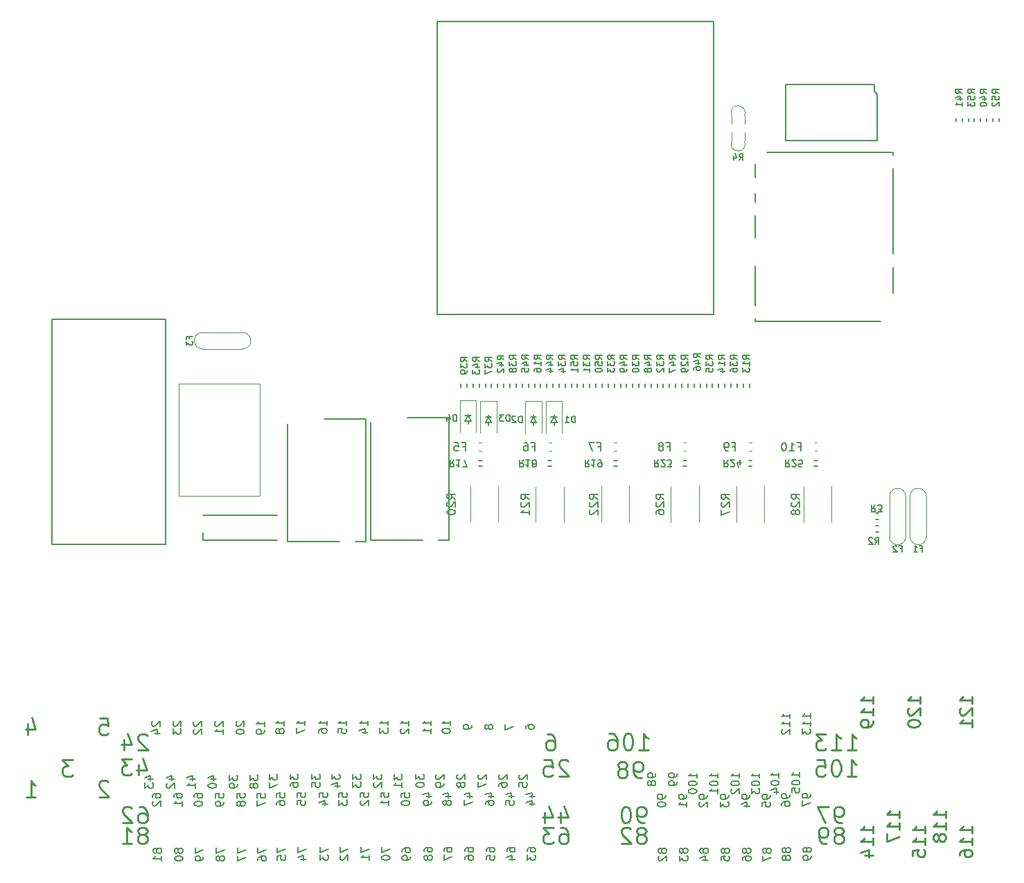
<source format=gbo>
G04 #@! TF.GenerationSoftware,KiCad,Pcbnew,8.0.8*
G04 #@! TF.CreationDate,2025-12-17T16:46:47-05:00*
G04 #@! TF.ProjectId,hellen121vag,68656c6c-656e-4313-9231-7661672e6b69,d*
G04 #@! TF.SameCoordinates,PX2b953a0PY6943058*
G04 #@! TF.FileFunction,Legend,Bot*
G04 #@! TF.FilePolarity,Positive*
%FSLAX46Y46*%
G04 Gerber Fmt 4.6, Leading zero omitted, Abs format (unit mm)*
G04 Created by KiCad (PCBNEW 8.0.8) date 2025-12-17 16:46:47*
%MOMM*%
%LPD*%
G01*
G04 APERTURE LIST*
%ADD10C,0.250000*%
%ADD11C,0.200000*%
%ADD12C,0.127000*%
%ADD13C,0.170000*%
%ADD14C,0.150000*%
%ADD15C,0.120000*%
%ADD16C,0.099060*%
%ADD17C,0.203200*%
%ADD18C,0.100000*%
G04 APERTURE END LIST*
D10*
X127065928Y23744999D02*
X127065928Y24602142D01*
X127065928Y24173571D02*
X125565928Y24173571D01*
X125565928Y24173571D02*
X125780214Y24316428D01*
X125780214Y24316428D02*
X125923071Y24459285D01*
X125923071Y24459285D02*
X125994500Y24602142D01*
X127065928Y22316428D02*
X127065928Y23173571D01*
X127065928Y22745000D02*
X125565928Y22745000D01*
X125565928Y22745000D02*
X125780214Y22887857D01*
X125780214Y22887857D02*
X125923071Y23030714D01*
X125923071Y23030714D02*
X125994500Y23173571D01*
X127065928Y21602143D02*
X127065928Y21316429D01*
X127065928Y21316429D02*
X126994500Y21173572D01*
X126994500Y21173572D02*
X126923071Y21102143D01*
X126923071Y21102143D02*
X126708785Y20959286D01*
X126708785Y20959286D02*
X126423071Y20887857D01*
X126423071Y20887857D02*
X125851642Y20887857D01*
X125851642Y20887857D02*
X125708785Y20959286D01*
X125708785Y20959286D02*
X125637357Y21030714D01*
X125637357Y21030714D02*
X125565928Y21173572D01*
X125565928Y21173572D02*
X125565928Y21459286D01*
X125565928Y21459286D02*
X125637357Y21602143D01*
X125637357Y21602143D02*
X125708785Y21673572D01*
X125708785Y21673572D02*
X125851642Y21745000D01*
X125851642Y21745000D02*
X126208785Y21745000D01*
X126208785Y21745000D02*
X126351642Y21673572D01*
X126351642Y21673572D02*
X126423071Y21602143D01*
X126423071Y21602143D02*
X126494500Y21459286D01*
X126494500Y21459286D02*
X126494500Y21173572D01*
X126494500Y21173572D02*
X126423071Y21030714D01*
X126423071Y21030714D02*
X126351642Y20959286D01*
X126351642Y20959286D02*
X126208785Y20887857D01*
X139130928Y23744999D02*
X139130928Y24602142D01*
X139130928Y24173571D02*
X137630928Y24173571D01*
X137630928Y24173571D02*
X137845214Y24316428D01*
X137845214Y24316428D02*
X137988071Y24459285D01*
X137988071Y24459285D02*
X138059500Y24602142D01*
X137773785Y23173571D02*
X137702357Y23102143D01*
X137702357Y23102143D02*
X137630928Y22959285D01*
X137630928Y22959285D02*
X137630928Y22602143D01*
X137630928Y22602143D02*
X137702357Y22459285D01*
X137702357Y22459285D02*
X137773785Y22387857D01*
X137773785Y22387857D02*
X137916642Y22316428D01*
X137916642Y22316428D02*
X138059500Y22316428D01*
X138059500Y22316428D02*
X138273785Y22387857D01*
X138273785Y22387857D02*
X139130928Y23245000D01*
X139130928Y23245000D02*
X139130928Y22316428D01*
X139130928Y20887857D02*
X139130928Y21745000D01*
X139130928Y21316429D02*
X137630928Y21316429D01*
X137630928Y21316429D02*
X137845214Y21459286D01*
X137845214Y21459286D02*
X137988071Y21602143D01*
X137988071Y21602143D02*
X138059500Y21745000D01*
X139130928Y7869999D02*
X139130928Y8727142D01*
X139130928Y8298571D02*
X137630928Y8298571D01*
X137630928Y8298571D02*
X137845214Y8441428D01*
X137845214Y8441428D02*
X137988071Y8584285D01*
X137988071Y8584285D02*
X138059500Y8727142D01*
X139130928Y6441428D02*
X139130928Y7298571D01*
X139130928Y6870000D02*
X137630928Y6870000D01*
X137630928Y6870000D02*
X137845214Y7012857D01*
X137845214Y7012857D02*
X137988071Y7155714D01*
X137988071Y7155714D02*
X138059500Y7298571D01*
X137630928Y5155714D02*
X137630928Y5441429D01*
X137630928Y5441429D02*
X137702357Y5584286D01*
X137702357Y5584286D02*
X137773785Y5655714D01*
X137773785Y5655714D02*
X137988071Y5798572D01*
X137988071Y5798572D02*
X138273785Y5870000D01*
X138273785Y5870000D02*
X138845214Y5870000D01*
X138845214Y5870000D02*
X138988071Y5798572D01*
X138988071Y5798572D02*
X139059500Y5727143D01*
X139059500Y5727143D02*
X139130928Y5584286D01*
X139130928Y5584286D02*
X139130928Y5298572D01*
X139130928Y5298572D02*
X139059500Y5155714D01*
X139059500Y5155714D02*
X138988071Y5084286D01*
X138988071Y5084286D02*
X138845214Y5012857D01*
X138845214Y5012857D02*
X138488071Y5012857D01*
X138488071Y5012857D02*
X138345214Y5084286D01*
X138345214Y5084286D02*
X138273785Y5155714D01*
X138273785Y5155714D02*
X138202357Y5298572D01*
X138202357Y5298572D02*
X138202357Y5584286D01*
X138202357Y5584286D02*
X138273785Y5727143D01*
X138273785Y5727143D02*
X138345214Y5798572D01*
X138345214Y5798572D02*
X138488071Y5870000D01*
X133415928Y7869999D02*
X133415928Y8727142D01*
X133415928Y8298571D02*
X131915928Y8298571D01*
X131915928Y8298571D02*
X132130214Y8441428D01*
X132130214Y8441428D02*
X132273071Y8584285D01*
X132273071Y8584285D02*
X132344500Y8727142D01*
X133415928Y6441428D02*
X133415928Y7298571D01*
X133415928Y6870000D02*
X131915928Y6870000D01*
X131915928Y6870000D02*
X132130214Y7012857D01*
X132130214Y7012857D02*
X132273071Y7155714D01*
X132273071Y7155714D02*
X132344500Y7298571D01*
X131915928Y5084286D02*
X131915928Y5798572D01*
X131915928Y5798572D02*
X132630214Y5870000D01*
X132630214Y5870000D02*
X132558785Y5798572D01*
X132558785Y5798572D02*
X132487357Y5655714D01*
X132487357Y5655714D02*
X132487357Y5298572D01*
X132487357Y5298572D02*
X132558785Y5155714D01*
X132558785Y5155714D02*
X132630214Y5084286D01*
X132630214Y5084286D02*
X132773071Y5012857D01*
X132773071Y5012857D02*
X133130214Y5012857D01*
X133130214Y5012857D02*
X133273071Y5084286D01*
X133273071Y5084286D02*
X133344500Y5155714D01*
X133344500Y5155714D02*
X133415928Y5298572D01*
X133415928Y5298572D02*
X133415928Y5655714D01*
X133415928Y5655714D02*
X133344500Y5798572D01*
X133344500Y5798572D02*
X133273071Y5870000D01*
X135955928Y9774999D02*
X135955928Y10632142D01*
X135955928Y10203571D02*
X134455928Y10203571D01*
X134455928Y10203571D02*
X134670214Y10346428D01*
X134670214Y10346428D02*
X134813071Y10489285D01*
X134813071Y10489285D02*
X134884500Y10632142D01*
X135955928Y8346428D02*
X135955928Y9203571D01*
X135955928Y8775000D02*
X134455928Y8775000D01*
X134455928Y8775000D02*
X134670214Y8917857D01*
X134670214Y8917857D02*
X134813071Y9060714D01*
X134813071Y9060714D02*
X134884500Y9203571D01*
X135098785Y7489286D02*
X135027357Y7632143D01*
X135027357Y7632143D02*
X134955928Y7703572D01*
X134955928Y7703572D02*
X134813071Y7775000D01*
X134813071Y7775000D02*
X134741642Y7775000D01*
X134741642Y7775000D02*
X134598785Y7703572D01*
X134598785Y7703572D02*
X134527357Y7632143D01*
X134527357Y7632143D02*
X134455928Y7489286D01*
X134455928Y7489286D02*
X134455928Y7203572D01*
X134455928Y7203572D02*
X134527357Y7060714D01*
X134527357Y7060714D02*
X134598785Y6989286D01*
X134598785Y6989286D02*
X134741642Y6917857D01*
X134741642Y6917857D02*
X134813071Y6917857D01*
X134813071Y6917857D02*
X134955928Y6989286D01*
X134955928Y6989286D02*
X135027357Y7060714D01*
X135027357Y7060714D02*
X135098785Y7203572D01*
X135098785Y7203572D02*
X135098785Y7489286D01*
X135098785Y7489286D02*
X135170214Y7632143D01*
X135170214Y7632143D02*
X135241642Y7703572D01*
X135241642Y7703572D02*
X135384500Y7775000D01*
X135384500Y7775000D02*
X135670214Y7775000D01*
X135670214Y7775000D02*
X135813071Y7703572D01*
X135813071Y7703572D02*
X135884500Y7632143D01*
X135884500Y7632143D02*
X135955928Y7489286D01*
X135955928Y7489286D02*
X135955928Y7203572D01*
X135955928Y7203572D02*
X135884500Y7060714D01*
X135884500Y7060714D02*
X135813071Y6989286D01*
X135813071Y6989286D02*
X135670214Y6917857D01*
X135670214Y6917857D02*
X135384500Y6917857D01*
X135384500Y6917857D02*
X135241642Y6989286D01*
X135241642Y6989286D02*
X135170214Y7060714D01*
X135170214Y7060714D02*
X135098785Y7203572D01*
X132780928Y23744999D02*
X132780928Y24602142D01*
X132780928Y24173571D02*
X131280928Y24173571D01*
X131280928Y24173571D02*
X131495214Y24316428D01*
X131495214Y24316428D02*
X131638071Y24459285D01*
X131638071Y24459285D02*
X131709500Y24602142D01*
X131423785Y23173571D02*
X131352357Y23102143D01*
X131352357Y23102143D02*
X131280928Y22959285D01*
X131280928Y22959285D02*
X131280928Y22602143D01*
X131280928Y22602143D02*
X131352357Y22459285D01*
X131352357Y22459285D02*
X131423785Y22387857D01*
X131423785Y22387857D02*
X131566642Y22316428D01*
X131566642Y22316428D02*
X131709500Y22316428D01*
X131709500Y22316428D02*
X131923785Y22387857D01*
X131923785Y22387857D02*
X132780928Y23245000D01*
X132780928Y23245000D02*
X132780928Y22316428D01*
X131280928Y21387857D02*
X131280928Y21245000D01*
X131280928Y21245000D02*
X131352357Y21102143D01*
X131352357Y21102143D02*
X131423785Y21030714D01*
X131423785Y21030714D02*
X131566642Y20959286D01*
X131566642Y20959286D02*
X131852357Y20887857D01*
X131852357Y20887857D02*
X132209500Y20887857D01*
X132209500Y20887857D02*
X132495214Y20959286D01*
X132495214Y20959286D02*
X132638071Y21030714D01*
X132638071Y21030714D02*
X132709500Y21102143D01*
X132709500Y21102143D02*
X132780928Y21245000D01*
X132780928Y21245000D02*
X132780928Y21387857D01*
X132780928Y21387857D02*
X132709500Y21530714D01*
X132709500Y21530714D02*
X132638071Y21602143D01*
X132638071Y21602143D02*
X132495214Y21673572D01*
X132495214Y21673572D02*
X132209500Y21745000D01*
X132209500Y21745000D02*
X131852357Y21745000D01*
X131852357Y21745000D02*
X131566642Y21673572D01*
X131566642Y21673572D02*
X131423785Y21602143D01*
X131423785Y21602143D02*
X131352357Y21530714D01*
X131352357Y21530714D02*
X131280928Y21387857D01*
X130240928Y9774999D02*
X130240928Y10632142D01*
X130240928Y10203571D02*
X128740928Y10203571D01*
X128740928Y10203571D02*
X128955214Y10346428D01*
X128955214Y10346428D02*
X129098071Y10489285D01*
X129098071Y10489285D02*
X129169500Y10632142D01*
X130240928Y8346428D02*
X130240928Y9203571D01*
X130240928Y8775000D02*
X128740928Y8775000D01*
X128740928Y8775000D02*
X128955214Y8917857D01*
X128955214Y8917857D02*
X129098071Y9060714D01*
X129098071Y9060714D02*
X129169500Y9203571D01*
X128740928Y7846429D02*
X128740928Y6846429D01*
X128740928Y6846429D02*
X130240928Y7489286D01*
X127065928Y7869999D02*
X127065928Y8727142D01*
X127065928Y8298571D02*
X125565928Y8298571D01*
X125565928Y8298571D02*
X125780214Y8441428D01*
X125780214Y8441428D02*
X125923071Y8584285D01*
X125923071Y8584285D02*
X125994500Y8727142D01*
X127065928Y6441428D02*
X127065928Y7298571D01*
X127065928Y6870000D02*
X125565928Y6870000D01*
X125565928Y6870000D02*
X125780214Y7012857D01*
X125780214Y7012857D02*
X125923071Y7155714D01*
X125923071Y7155714D02*
X125994500Y7298571D01*
X126065928Y5155714D02*
X127065928Y5155714D01*
X125494500Y5512857D02*
X126565928Y5870000D01*
X126565928Y5870000D02*
X126565928Y4941429D01*
X123082857Y7735620D02*
X123273333Y7830858D01*
X123273333Y7830858D02*
X123368571Y7926096D01*
X123368571Y7926096D02*
X123463809Y8116572D01*
X123463809Y8116572D02*
X123463809Y8211810D01*
X123463809Y8211810D02*
X123368571Y8402286D01*
X123368571Y8402286D02*
X123273333Y8497524D01*
X123273333Y8497524D02*
X123082857Y8592762D01*
X123082857Y8592762D02*
X122701904Y8592762D01*
X122701904Y8592762D02*
X122511428Y8497524D01*
X122511428Y8497524D02*
X122416190Y8402286D01*
X122416190Y8402286D02*
X122320952Y8211810D01*
X122320952Y8211810D02*
X122320952Y8116572D01*
X122320952Y8116572D02*
X122416190Y7926096D01*
X122416190Y7926096D02*
X122511428Y7830858D01*
X122511428Y7830858D02*
X122701904Y7735620D01*
X122701904Y7735620D02*
X123082857Y7735620D01*
X123082857Y7735620D02*
X123273333Y7640381D01*
X123273333Y7640381D02*
X123368571Y7545143D01*
X123368571Y7545143D02*
X123463809Y7354667D01*
X123463809Y7354667D02*
X123463809Y6973715D01*
X123463809Y6973715D02*
X123368571Y6783239D01*
X123368571Y6783239D02*
X123273333Y6688000D01*
X123273333Y6688000D02*
X123082857Y6592762D01*
X123082857Y6592762D02*
X122701904Y6592762D01*
X122701904Y6592762D02*
X122511428Y6688000D01*
X122511428Y6688000D02*
X122416190Y6783239D01*
X122416190Y6783239D02*
X122320952Y6973715D01*
X122320952Y6973715D02*
X122320952Y7354667D01*
X122320952Y7354667D02*
X122416190Y7545143D01*
X122416190Y7545143D02*
X122511428Y7640381D01*
X122511428Y7640381D02*
X122701904Y7735620D01*
X121368571Y6592762D02*
X120987619Y6592762D01*
X120987619Y6592762D02*
X120797142Y6688000D01*
X120797142Y6688000D02*
X120701904Y6783239D01*
X120701904Y6783239D02*
X120511428Y7068953D01*
X120511428Y7068953D02*
X120416190Y7449905D01*
X120416190Y7449905D02*
X120416190Y8211810D01*
X120416190Y8211810D02*
X120511428Y8402286D01*
X120511428Y8402286D02*
X120606666Y8497524D01*
X120606666Y8497524D02*
X120797142Y8592762D01*
X120797142Y8592762D02*
X121178095Y8592762D01*
X121178095Y8592762D02*
X121368571Y8497524D01*
X121368571Y8497524D02*
X121463809Y8402286D01*
X121463809Y8402286D02*
X121559047Y8211810D01*
X121559047Y8211810D02*
X121559047Y7735620D01*
X121559047Y7735620D02*
X121463809Y7545143D01*
X121463809Y7545143D02*
X121368571Y7449905D01*
X121368571Y7449905D02*
X121178095Y7354667D01*
X121178095Y7354667D02*
X120797142Y7354667D01*
X120797142Y7354667D02*
X120606666Y7449905D01*
X120606666Y7449905D02*
X120511428Y7545143D01*
X120511428Y7545143D02*
X120416190Y7735620D01*
X123273333Y9132762D02*
X122892381Y9132762D01*
X122892381Y9132762D02*
X122701904Y9228000D01*
X122701904Y9228000D02*
X122606666Y9323239D01*
X122606666Y9323239D02*
X122416190Y9608953D01*
X122416190Y9608953D02*
X122320952Y9989905D01*
X122320952Y9989905D02*
X122320952Y10751810D01*
X122320952Y10751810D02*
X122416190Y10942286D01*
X122416190Y10942286D02*
X122511428Y11037524D01*
X122511428Y11037524D02*
X122701904Y11132762D01*
X122701904Y11132762D02*
X123082857Y11132762D01*
X123082857Y11132762D02*
X123273333Y11037524D01*
X123273333Y11037524D02*
X123368571Y10942286D01*
X123368571Y10942286D02*
X123463809Y10751810D01*
X123463809Y10751810D02*
X123463809Y10275620D01*
X123463809Y10275620D02*
X123368571Y10085143D01*
X123368571Y10085143D02*
X123273333Y9989905D01*
X123273333Y9989905D02*
X123082857Y9894667D01*
X123082857Y9894667D02*
X122701904Y9894667D01*
X122701904Y9894667D02*
X122511428Y9989905D01*
X122511428Y9989905D02*
X122416190Y10085143D01*
X122416190Y10085143D02*
X122320952Y10275620D01*
X121654285Y11132762D02*
X120320952Y11132762D01*
X120320952Y11132762D02*
X121178095Y9132762D01*
X123883333Y14862762D02*
X125026190Y14862762D01*
X124454762Y14862762D02*
X124454762Y16862762D01*
X124454762Y16862762D02*
X124645238Y16577048D01*
X124645238Y16577048D02*
X124835714Y16386572D01*
X124835714Y16386572D02*
X125026190Y16291334D01*
X122645238Y16862762D02*
X122454761Y16862762D01*
X122454761Y16862762D02*
X122264285Y16767524D01*
X122264285Y16767524D02*
X122169047Y16672286D01*
X122169047Y16672286D02*
X122073809Y16481810D01*
X122073809Y16481810D02*
X121978571Y16100858D01*
X121978571Y16100858D02*
X121978571Y15624667D01*
X121978571Y15624667D02*
X122073809Y15243715D01*
X122073809Y15243715D02*
X122169047Y15053239D01*
X122169047Y15053239D02*
X122264285Y14958000D01*
X122264285Y14958000D02*
X122454761Y14862762D01*
X122454761Y14862762D02*
X122645238Y14862762D01*
X122645238Y14862762D02*
X122835714Y14958000D01*
X122835714Y14958000D02*
X122930952Y15053239D01*
X122930952Y15053239D02*
X123026190Y15243715D01*
X123026190Y15243715D02*
X123121428Y15624667D01*
X123121428Y15624667D02*
X123121428Y16100858D01*
X123121428Y16100858D02*
X123026190Y16481810D01*
X123026190Y16481810D02*
X122930952Y16672286D01*
X122930952Y16672286D02*
X122835714Y16767524D01*
X122835714Y16767524D02*
X122645238Y16862762D01*
X120169047Y16862762D02*
X121121428Y16862762D01*
X121121428Y16862762D02*
X121216666Y15910381D01*
X121216666Y15910381D02*
X121121428Y16005620D01*
X121121428Y16005620D02*
X120930952Y16100858D01*
X120930952Y16100858D02*
X120454761Y16100858D01*
X120454761Y16100858D02*
X120264285Y16005620D01*
X120264285Y16005620D02*
X120169047Y15910381D01*
X120169047Y15910381D02*
X120073809Y15719905D01*
X120073809Y15719905D02*
X120073809Y15243715D01*
X120073809Y15243715D02*
X120169047Y15053239D01*
X120169047Y15053239D02*
X120264285Y14958000D01*
X120264285Y14958000D02*
X120454761Y14862762D01*
X120454761Y14862762D02*
X120930952Y14862762D01*
X120930952Y14862762D02*
X121121428Y14958000D01*
X121121428Y14958000D02*
X121216666Y15053239D01*
X123908333Y18022762D02*
X125051190Y18022762D01*
X124479762Y18022762D02*
X124479762Y20022762D01*
X124479762Y20022762D02*
X124670238Y19737048D01*
X124670238Y19737048D02*
X124860714Y19546572D01*
X124860714Y19546572D02*
X125051190Y19451334D01*
X122003571Y18022762D02*
X123146428Y18022762D01*
X122575000Y18022762D02*
X122575000Y20022762D01*
X122575000Y20022762D02*
X122765476Y19737048D01*
X122765476Y19737048D02*
X122955952Y19546572D01*
X122955952Y19546572D02*
X123146428Y19451334D01*
X121336904Y20022762D02*
X120098809Y20022762D01*
X120098809Y20022762D02*
X120765476Y19260858D01*
X120765476Y19260858D02*
X120479761Y19260858D01*
X120479761Y19260858D02*
X120289285Y19165620D01*
X120289285Y19165620D02*
X120194047Y19070381D01*
X120194047Y19070381D02*
X120098809Y18879905D01*
X120098809Y18879905D02*
X120098809Y18403715D01*
X120098809Y18403715D02*
X120194047Y18213239D01*
X120194047Y18213239D02*
X120289285Y18118000D01*
X120289285Y18118000D02*
X120479761Y18022762D01*
X120479761Y18022762D02*
X121051190Y18022762D01*
X121051190Y18022762D02*
X121241666Y18118000D01*
X121241666Y18118000D02*
X121336904Y18213239D01*
X98952857Y7735620D02*
X99143333Y7830858D01*
X99143333Y7830858D02*
X99238571Y7926096D01*
X99238571Y7926096D02*
X99333809Y8116572D01*
X99333809Y8116572D02*
X99333809Y8211810D01*
X99333809Y8211810D02*
X99238571Y8402286D01*
X99238571Y8402286D02*
X99143333Y8497524D01*
X99143333Y8497524D02*
X98952857Y8592762D01*
X98952857Y8592762D02*
X98571904Y8592762D01*
X98571904Y8592762D02*
X98381428Y8497524D01*
X98381428Y8497524D02*
X98286190Y8402286D01*
X98286190Y8402286D02*
X98190952Y8211810D01*
X98190952Y8211810D02*
X98190952Y8116572D01*
X98190952Y8116572D02*
X98286190Y7926096D01*
X98286190Y7926096D02*
X98381428Y7830858D01*
X98381428Y7830858D02*
X98571904Y7735620D01*
X98571904Y7735620D02*
X98952857Y7735620D01*
X98952857Y7735620D02*
X99143333Y7640381D01*
X99143333Y7640381D02*
X99238571Y7545143D01*
X99238571Y7545143D02*
X99333809Y7354667D01*
X99333809Y7354667D02*
X99333809Y6973715D01*
X99333809Y6973715D02*
X99238571Y6783239D01*
X99238571Y6783239D02*
X99143333Y6688000D01*
X99143333Y6688000D02*
X98952857Y6592762D01*
X98952857Y6592762D02*
X98571904Y6592762D01*
X98571904Y6592762D02*
X98381428Y6688000D01*
X98381428Y6688000D02*
X98286190Y6783239D01*
X98286190Y6783239D02*
X98190952Y6973715D01*
X98190952Y6973715D02*
X98190952Y7354667D01*
X98190952Y7354667D02*
X98286190Y7545143D01*
X98286190Y7545143D02*
X98381428Y7640381D01*
X98381428Y7640381D02*
X98571904Y7735620D01*
X97429047Y8402286D02*
X97333809Y8497524D01*
X97333809Y8497524D02*
X97143333Y8592762D01*
X97143333Y8592762D02*
X96667142Y8592762D01*
X96667142Y8592762D02*
X96476666Y8497524D01*
X96476666Y8497524D02*
X96381428Y8402286D01*
X96381428Y8402286D02*
X96286190Y8211810D01*
X96286190Y8211810D02*
X96286190Y8021334D01*
X96286190Y8021334D02*
X96381428Y7735620D01*
X96381428Y7735620D02*
X97524285Y6592762D01*
X97524285Y6592762D02*
X96286190Y6592762D01*
X99143333Y9132762D02*
X98762381Y9132762D01*
X98762381Y9132762D02*
X98571904Y9228000D01*
X98571904Y9228000D02*
X98476666Y9323239D01*
X98476666Y9323239D02*
X98286190Y9608953D01*
X98286190Y9608953D02*
X98190952Y9989905D01*
X98190952Y9989905D02*
X98190952Y10751810D01*
X98190952Y10751810D02*
X98286190Y10942286D01*
X98286190Y10942286D02*
X98381428Y11037524D01*
X98381428Y11037524D02*
X98571904Y11132762D01*
X98571904Y11132762D02*
X98952857Y11132762D01*
X98952857Y11132762D02*
X99143333Y11037524D01*
X99143333Y11037524D02*
X99238571Y10942286D01*
X99238571Y10942286D02*
X99333809Y10751810D01*
X99333809Y10751810D02*
X99333809Y10275620D01*
X99333809Y10275620D02*
X99238571Y10085143D01*
X99238571Y10085143D02*
X99143333Y9989905D01*
X99143333Y9989905D02*
X98952857Y9894667D01*
X98952857Y9894667D02*
X98571904Y9894667D01*
X98571904Y9894667D02*
X98381428Y9989905D01*
X98381428Y9989905D02*
X98286190Y10085143D01*
X98286190Y10085143D02*
X98190952Y10275620D01*
X96952857Y11132762D02*
X96762380Y11132762D01*
X96762380Y11132762D02*
X96571904Y11037524D01*
X96571904Y11037524D02*
X96476666Y10942286D01*
X96476666Y10942286D02*
X96381428Y10751810D01*
X96381428Y10751810D02*
X96286190Y10370858D01*
X96286190Y10370858D02*
X96286190Y9894667D01*
X96286190Y9894667D02*
X96381428Y9513715D01*
X96381428Y9513715D02*
X96476666Y9323239D01*
X96476666Y9323239D02*
X96571904Y9228000D01*
X96571904Y9228000D02*
X96762380Y9132762D01*
X96762380Y9132762D02*
X96952857Y9132762D01*
X96952857Y9132762D02*
X97143333Y9228000D01*
X97143333Y9228000D02*
X97238571Y9323239D01*
X97238571Y9323239D02*
X97333809Y9513715D01*
X97333809Y9513715D02*
X97429047Y9894667D01*
X97429047Y9894667D02*
X97429047Y10370858D01*
X97429047Y10370858D02*
X97333809Y10751810D01*
X97333809Y10751810D02*
X97238571Y10942286D01*
X97238571Y10942286D02*
X97143333Y11037524D01*
X97143333Y11037524D02*
X96952857Y11132762D01*
X98743333Y14647762D02*
X98362381Y14647762D01*
X98362381Y14647762D02*
X98171904Y14743000D01*
X98171904Y14743000D02*
X98076666Y14838239D01*
X98076666Y14838239D02*
X97886190Y15123953D01*
X97886190Y15123953D02*
X97790952Y15504905D01*
X97790952Y15504905D02*
X97790952Y16266810D01*
X97790952Y16266810D02*
X97886190Y16457286D01*
X97886190Y16457286D02*
X97981428Y16552524D01*
X97981428Y16552524D02*
X98171904Y16647762D01*
X98171904Y16647762D02*
X98552857Y16647762D01*
X98552857Y16647762D02*
X98743333Y16552524D01*
X98743333Y16552524D02*
X98838571Y16457286D01*
X98838571Y16457286D02*
X98933809Y16266810D01*
X98933809Y16266810D02*
X98933809Y15790620D01*
X98933809Y15790620D02*
X98838571Y15600143D01*
X98838571Y15600143D02*
X98743333Y15504905D01*
X98743333Y15504905D02*
X98552857Y15409667D01*
X98552857Y15409667D02*
X98171904Y15409667D01*
X98171904Y15409667D02*
X97981428Y15504905D01*
X97981428Y15504905D02*
X97886190Y15600143D01*
X97886190Y15600143D02*
X97790952Y15790620D01*
X96648095Y15790620D02*
X96838571Y15885858D01*
X96838571Y15885858D02*
X96933809Y15981096D01*
X96933809Y15981096D02*
X97029047Y16171572D01*
X97029047Y16171572D02*
X97029047Y16266810D01*
X97029047Y16266810D02*
X96933809Y16457286D01*
X96933809Y16457286D02*
X96838571Y16552524D01*
X96838571Y16552524D02*
X96648095Y16647762D01*
X96648095Y16647762D02*
X96267142Y16647762D01*
X96267142Y16647762D02*
X96076666Y16552524D01*
X96076666Y16552524D02*
X95981428Y16457286D01*
X95981428Y16457286D02*
X95886190Y16266810D01*
X95886190Y16266810D02*
X95886190Y16171572D01*
X95886190Y16171572D02*
X95981428Y15981096D01*
X95981428Y15981096D02*
X96076666Y15885858D01*
X96076666Y15885858D02*
X96267142Y15790620D01*
X96267142Y15790620D02*
X96648095Y15790620D01*
X96648095Y15790620D02*
X96838571Y15695381D01*
X96838571Y15695381D02*
X96933809Y15600143D01*
X96933809Y15600143D02*
X97029047Y15409667D01*
X97029047Y15409667D02*
X97029047Y15028715D01*
X97029047Y15028715D02*
X96933809Y14838239D01*
X96933809Y14838239D02*
X96838571Y14743000D01*
X96838571Y14743000D02*
X96648095Y14647762D01*
X96648095Y14647762D02*
X96267142Y14647762D01*
X96267142Y14647762D02*
X96076666Y14743000D01*
X96076666Y14743000D02*
X95981428Y14838239D01*
X95981428Y14838239D02*
X95886190Y15028715D01*
X95886190Y15028715D02*
X95886190Y15409667D01*
X95886190Y15409667D02*
X95981428Y15600143D01*
X95981428Y15600143D02*
X96076666Y15695381D01*
X96076666Y15695381D02*
X96267142Y15790620D01*
X98457533Y18073562D02*
X99600390Y18073562D01*
X99028962Y18073562D02*
X99028962Y20073562D01*
X99028962Y20073562D02*
X99219438Y19787848D01*
X99219438Y19787848D02*
X99409914Y19597372D01*
X99409914Y19597372D02*
X99600390Y19502134D01*
X97219438Y20073562D02*
X97028961Y20073562D01*
X97028961Y20073562D02*
X96838485Y19978324D01*
X96838485Y19978324D02*
X96743247Y19883086D01*
X96743247Y19883086D02*
X96648009Y19692610D01*
X96648009Y19692610D02*
X96552771Y19311658D01*
X96552771Y19311658D02*
X96552771Y18835467D01*
X96552771Y18835467D02*
X96648009Y18454515D01*
X96648009Y18454515D02*
X96743247Y18264039D01*
X96743247Y18264039D02*
X96838485Y18168800D01*
X96838485Y18168800D02*
X97028961Y18073562D01*
X97028961Y18073562D02*
X97219438Y18073562D01*
X97219438Y18073562D02*
X97409914Y18168800D01*
X97409914Y18168800D02*
X97505152Y18264039D01*
X97505152Y18264039D02*
X97600390Y18454515D01*
X97600390Y18454515D02*
X97695628Y18835467D01*
X97695628Y18835467D02*
X97695628Y19311658D01*
X97695628Y19311658D02*
X97600390Y19692610D01*
X97600390Y19692610D02*
X97505152Y19883086D01*
X97505152Y19883086D02*
X97409914Y19978324D01*
X97409914Y19978324D02*
X97219438Y20073562D01*
X94838485Y20073562D02*
X95219438Y20073562D01*
X95219438Y20073562D02*
X95409914Y19978324D01*
X95409914Y19978324D02*
X95505152Y19883086D01*
X95505152Y19883086D02*
X95695628Y19597372D01*
X95695628Y19597372D02*
X95790866Y19216420D01*
X95790866Y19216420D02*
X95790866Y18454515D01*
X95790866Y18454515D02*
X95695628Y18264039D01*
X95695628Y18264039D02*
X95600390Y18168800D01*
X95600390Y18168800D02*
X95409914Y18073562D01*
X95409914Y18073562D02*
X95028961Y18073562D01*
X95028961Y18073562D02*
X94838485Y18168800D01*
X94838485Y18168800D02*
X94743247Y18264039D01*
X94743247Y18264039D02*
X94648009Y18454515D01*
X94648009Y18454515D02*
X94648009Y18930705D01*
X94648009Y18930705D02*
X94743247Y19121181D01*
X94743247Y19121181D02*
X94838485Y19216420D01*
X94838485Y19216420D02*
X95028961Y19311658D01*
X95028961Y19311658D02*
X95409914Y19311658D01*
X95409914Y19311658D02*
X95600390Y19216420D01*
X95600390Y19216420D02*
X95695628Y19121181D01*
X95695628Y19121181D02*
X95790866Y18930705D01*
X88856428Y8592762D02*
X89237381Y8592762D01*
X89237381Y8592762D02*
X89427857Y8497524D01*
X89427857Y8497524D02*
X89523095Y8402286D01*
X89523095Y8402286D02*
X89713571Y8116572D01*
X89713571Y8116572D02*
X89808809Y7735620D01*
X89808809Y7735620D02*
X89808809Y6973715D01*
X89808809Y6973715D02*
X89713571Y6783239D01*
X89713571Y6783239D02*
X89618333Y6688000D01*
X89618333Y6688000D02*
X89427857Y6592762D01*
X89427857Y6592762D02*
X89046904Y6592762D01*
X89046904Y6592762D02*
X88856428Y6688000D01*
X88856428Y6688000D02*
X88761190Y6783239D01*
X88761190Y6783239D02*
X88665952Y6973715D01*
X88665952Y6973715D02*
X88665952Y7449905D01*
X88665952Y7449905D02*
X88761190Y7640381D01*
X88761190Y7640381D02*
X88856428Y7735620D01*
X88856428Y7735620D02*
X89046904Y7830858D01*
X89046904Y7830858D02*
X89427857Y7830858D01*
X89427857Y7830858D02*
X89618333Y7735620D01*
X89618333Y7735620D02*
X89713571Y7640381D01*
X89713571Y7640381D02*
X89808809Y7449905D01*
X87999285Y8592762D02*
X86761190Y8592762D01*
X86761190Y8592762D02*
X87427857Y7830858D01*
X87427857Y7830858D02*
X87142142Y7830858D01*
X87142142Y7830858D02*
X86951666Y7735620D01*
X86951666Y7735620D02*
X86856428Y7640381D01*
X86856428Y7640381D02*
X86761190Y7449905D01*
X86761190Y7449905D02*
X86761190Y6973715D01*
X86761190Y6973715D02*
X86856428Y6783239D01*
X86856428Y6783239D02*
X86951666Y6688000D01*
X86951666Y6688000D02*
X87142142Y6592762D01*
X87142142Y6592762D02*
X87713571Y6592762D01*
X87713571Y6592762D02*
X87904047Y6688000D01*
X87904047Y6688000D02*
X87999285Y6783239D01*
X88856428Y10466096D02*
X88856428Y9132762D01*
X89332619Y11228000D02*
X89808809Y9799429D01*
X89808809Y9799429D02*
X88570714Y9799429D01*
X86951666Y10466096D02*
X86951666Y9132762D01*
X87427857Y11228000D02*
X87904047Y9799429D01*
X87904047Y9799429D02*
X86665952Y9799429D01*
X89808809Y16657286D02*
X89713571Y16752524D01*
X89713571Y16752524D02*
X89523095Y16847762D01*
X89523095Y16847762D02*
X89046904Y16847762D01*
X89046904Y16847762D02*
X88856428Y16752524D01*
X88856428Y16752524D02*
X88761190Y16657286D01*
X88761190Y16657286D02*
X88665952Y16466810D01*
X88665952Y16466810D02*
X88665952Y16276334D01*
X88665952Y16276334D02*
X88761190Y15990620D01*
X88761190Y15990620D02*
X89904047Y14847762D01*
X89904047Y14847762D02*
X88665952Y14847762D01*
X86856428Y16847762D02*
X87808809Y16847762D01*
X87808809Y16847762D02*
X87904047Y15895381D01*
X87904047Y15895381D02*
X87808809Y15990620D01*
X87808809Y15990620D02*
X87618333Y16085858D01*
X87618333Y16085858D02*
X87142142Y16085858D01*
X87142142Y16085858D02*
X86951666Y15990620D01*
X86951666Y15990620D02*
X86856428Y15895381D01*
X86856428Y15895381D02*
X86761190Y15704905D01*
X86761190Y15704905D02*
X86761190Y15228715D01*
X86761190Y15228715D02*
X86856428Y15038239D01*
X86856428Y15038239D02*
X86951666Y14943000D01*
X86951666Y14943000D02*
X87142142Y14847762D01*
X87142142Y14847762D02*
X87618333Y14847762D01*
X87618333Y14847762D02*
X87808809Y14943000D01*
X87808809Y14943000D02*
X87904047Y15038239D01*
X87269047Y20022762D02*
X87650000Y20022762D01*
X87650000Y20022762D02*
X87840476Y19927524D01*
X87840476Y19927524D02*
X87935714Y19832286D01*
X87935714Y19832286D02*
X88126190Y19546572D01*
X88126190Y19546572D02*
X88221428Y19165620D01*
X88221428Y19165620D02*
X88221428Y18403715D01*
X88221428Y18403715D02*
X88126190Y18213239D01*
X88126190Y18213239D02*
X88030952Y18118000D01*
X88030952Y18118000D02*
X87840476Y18022762D01*
X87840476Y18022762D02*
X87459523Y18022762D01*
X87459523Y18022762D02*
X87269047Y18118000D01*
X87269047Y18118000D02*
X87173809Y18213239D01*
X87173809Y18213239D02*
X87078571Y18403715D01*
X87078571Y18403715D02*
X87078571Y18879905D01*
X87078571Y18879905D02*
X87173809Y19070381D01*
X87173809Y19070381D02*
X87269047Y19165620D01*
X87269047Y19165620D02*
X87459523Y19260858D01*
X87459523Y19260858D02*
X87840476Y19260858D01*
X87840476Y19260858D02*
X88030952Y19165620D01*
X88030952Y19165620D02*
X88126190Y19070381D01*
X88126190Y19070381D02*
X88221428Y18879905D01*
X32563809Y21927762D02*
X33516190Y21927762D01*
X33516190Y21927762D02*
X33611428Y20975381D01*
X33611428Y20975381D02*
X33516190Y21070620D01*
X33516190Y21070620D02*
X33325714Y21165858D01*
X33325714Y21165858D02*
X32849523Y21165858D01*
X32849523Y21165858D02*
X32659047Y21070620D01*
X32659047Y21070620D02*
X32563809Y20975381D01*
X32563809Y20975381D02*
X32468571Y20784905D01*
X32468571Y20784905D02*
X32468571Y20308715D01*
X32468571Y20308715D02*
X32563809Y20118239D01*
X32563809Y20118239D02*
X32659047Y20023000D01*
X32659047Y20023000D02*
X32849523Y19927762D01*
X32849523Y19927762D02*
X33325714Y19927762D01*
X33325714Y19927762D02*
X33516190Y20023000D01*
X33516190Y20023000D02*
X33611428Y20118239D01*
X23769047Y21261096D02*
X23769047Y19927762D01*
X24245238Y22023000D02*
X24721428Y20594429D01*
X24721428Y20594429D02*
X23483333Y20594429D01*
X29261666Y16847762D02*
X28023571Y16847762D01*
X28023571Y16847762D02*
X28690238Y16085858D01*
X28690238Y16085858D02*
X28404523Y16085858D01*
X28404523Y16085858D02*
X28214047Y15990620D01*
X28214047Y15990620D02*
X28118809Y15895381D01*
X28118809Y15895381D02*
X28023571Y15704905D01*
X28023571Y15704905D02*
X28023571Y15228715D01*
X28023571Y15228715D02*
X28118809Y15038239D01*
X28118809Y15038239D02*
X28214047Y14943000D01*
X28214047Y14943000D02*
X28404523Y14847762D01*
X28404523Y14847762D02*
X28975952Y14847762D01*
X28975952Y14847762D02*
X29166428Y14943000D01*
X29166428Y14943000D02*
X29261666Y15038239D01*
X33611428Y14117286D02*
X33516190Y14212524D01*
X33516190Y14212524D02*
X33325714Y14307762D01*
X33325714Y14307762D02*
X32849523Y14307762D01*
X32849523Y14307762D02*
X32659047Y14212524D01*
X32659047Y14212524D02*
X32563809Y14117286D01*
X32563809Y14117286D02*
X32468571Y13926810D01*
X32468571Y13926810D02*
X32468571Y13736334D01*
X32468571Y13736334D02*
X32563809Y13450620D01*
X32563809Y13450620D02*
X33706666Y12307762D01*
X33706666Y12307762D02*
X32468571Y12307762D01*
X23578571Y12307762D02*
X24721428Y12307762D01*
X24150000Y12307762D02*
X24150000Y14307762D01*
X24150000Y14307762D02*
X24340476Y14022048D01*
X24340476Y14022048D02*
X24530952Y13831572D01*
X24530952Y13831572D02*
X24721428Y13736334D01*
X37992857Y7735620D02*
X38183333Y7830858D01*
X38183333Y7830858D02*
X38278571Y7926096D01*
X38278571Y7926096D02*
X38373809Y8116572D01*
X38373809Y8116572D02*
X38373809Y8211810D01*
X38373809Y8211810D02*
X38278571Y8402286D01*
X38278571Y8402286D02*
X38183333Y8497524D01*
X38183333Y8497524D02*
X37992857Y8592762D01*
X37992857Y8592762D02*
X37611904Y8592762D01*
X37611904Y8592762D02*
X37421428Y8497524D01*
X37421428Y8497524D02*
X37326190Y8402286D01*
X37326190Y8402286D02*
X37230952Y8211810D01*
X37230952Y8211810D02*
X37230952Y8116572D01*
X37230952Y8116572D02*
X37326190Y7926096D01*
X37326190Y7926096D02*
X37421428Y7830858D01*
X37421428Y7830858D02*
X37611904Y7735620D01*
X37611904Y7735620D02*
X37992857Y7735620D01*
X37992857Y7735620D02*
X38183333Y7640381D01*
X38183333Y7640381D02*
X38278571Y7545143D01*
X38278571Y7545143D02*
X38373809Y7354667D01*
X38373809Y7354667D02*
X38373809Y6973715D01*
X38373809Y6973715D02*
X38278571Y6783239D01*
X38278571Y6783239D02*
X38183333Y6688000D01*
X38183333Y6688000D02*
X37992857Y6592762D01*
X37992857Y6592762D02*
X37611904Y6592762D01*
X37611904Y6592762D02*
X37421428Y6688000D01*
X37421428Y6688000D02*
X37326190Y6783239D01*
X37326190Y6783239D02*
X37230952Y6973715D01*
X37230952Y6973715D02*
X37230952Y7354667D01*
X37230952Y7354667D02*
X37326190Y7545143D01*
X37326190Y7545143D02*
X37421428Y7640381D01*
X37421428Y7640381D02*
X37611904Y7735620D01*
X35326190Y6592762D02*
X36469047Y6592762D01*
X35897619Y6592762D02*
X35897619Y8592762D01*
X35897619Y8592762D02*
X36088095Y8307048D01*
X36088095Y8307048D02*
X36278571Y8116572D01*
X36278571Y8116572D02*
X36469047Y8021334D01*
X37421428Y11132762D02*
X37802381Y11132762D01*
X37802381Y11132762D02*
X37992857Y11037524D01*
X37992857Y11037524D02*
X38088095Y10942286D01*
X38088095Y10942286D02*
X38278571Y10656572D01*
X38278571Y10656572D02*
X38373809Y10275620D01*
X38373809Y10275620D02*
X38373809Y9513715D01*
X38373809Y9513715D02*
X38278571Y9323239D01*
X38278571Y9323239D02*
X38183333Y9228000D01*
X38183333Y9228000D02*
X37992857Y9132762D01*
X37992857Y9132762D02*
X37611904Y9132762D01*
X37611904Y9132762D02*
X37421428Y9228000D01*
X37421428Y9228000D02*
X37326190Y9323239D01*
X37326190Y9323239D02*
X37230952Y9513715D01*
X37230952Y9513715D02*
X37230952Y9989905D01*
X37230952Y9989905D02*
X37326190Y10180381D01*
X37326190Y10180381D02*
X37421428Y10275620D01*
X37421428Y10275620D02*
X37611904Y10370858D01*
X37611904Y10370858D02*
X37992857Y10370858D01*
X37992857Y10370858D02*
X38183333Y10275620D01*
X38183333Y10275620D02*
X38278571Y10180381D01*
X38278571Y10180381D02*
X38373809Y9989905D01*
X36469047Y10942286D02*
X36373809Y11037524D01*
X36373809Y11037524D02*
X36183333Y11132762D01*
X36183333Y11132762D02*
X35707142Y11132762D01*
X35707142Y11132762D02*
X35516666Y11037524D01*
X35516666Y11037524D02*
X35421428Y10942286D01*
X35421428Y10942286D02*
X35326190Y10751810D01*
X35326190Y10751810D02*
X35326190Y10561334D01*
X35326190Y10561334D02*
X35421428Y10275620D01*
X35421428Y10275620D02*
X36564285Y9132762D01*
X36564285Y9132762D02*
X35326190Y9132762D01*
X37333428Y16300096D02*
X37333428Y14966762D01*
X37809619Y17062000D02*
X38285809Y15633429D01*
X38285809Y15633429D02*
X37047714Y15633429D01*
X36476285Y16966762D02*
X35238190Y16966762D01*
X35238190Y16966762D02*
X35904857Y16204858D01*
X35904857Y16204858D02*
X35619142Y16204858D01*
X35619142Y16204858D02*
X35428666Y16109620D01*
X35428666Y16109620D02*
X35333428Y16014381D01*
X35333428Y16014381D02*
X35238190Y15823905D01*
X35238190Y15823905D02*
X35238190Y15347715D01*
X35238190Y15347715D02*
X35333428Y15157239D01*
X35333428Y15157239D02*
X35428666Y15062000D01*
X35428666Y15062000D02*
X35619142Y14966762D01*
X35619142Y14966762D02*
X36190571Y14966762D01*
X36190571Y14966762D02*
X36381047Y15062000D01*
X36381047Y15062000D02*
X36476285Y15157239D01*
X38373809Y19832286D02*
X38278571Y19927524D01*
X38278571Y19927524D02*
X38088095Y20022762D01*
X38088095Y20022762D02*
X37611904Y20022762D01*
X37611904Y20022762D02*
X37421428Y19927524D01*
X37421428Y19927524D02*
X37326190Y19832286D01*
X37326190Y19832286D02*
X37230952Y19641810D01*
X37230952Y19641810D02*
X37230952Y19451334D01*
X37230952Y19451334D02*
X37326190Y19165620D01*
X37326190Y19165620D02*
X38469047Y18022762D01*
X38469047Y18022762D02*
X37230952Y18022762D01*
X35516666Y19356096D02*
X35516666Y18022762D01*
X35992857Y20118000D02*
X36469047Y18689429D01*
X36469047Y18689429D02*
X35230952Y18689429D01*
D11*
X53282219Y15049524D02*
X53282219Y14430477D01*
X53282219Y14430477D02*
X53663171Y14763810D01*
X53663171Y14763810D02*
X53663171Y14620953D01*
X53663171Y14620953D02*
X53710790Y14525715D01*
X53710790Y14525715D02*
X53758409Y14478096D01*
X53758409Y14478096D02*
X53853647Y14430477D01*
X53853647Y14430477D02*
X54091742Y14430477D01*
X54091742Y14430477D02*
X54186980Y14478096D01*
X54186980Y14478096D02*
X54234600Y14525715D01*
X54234600Y14525715D02*
X54282219Y14620953D01*
X54282219Y14620953D02*
X54282219Y14906667D01*
X54282219Y14906667D02*
X54234600Y15001905D01*
X54234600Y15001905D02*
X54186980Y15049524D01*
X53282219Y14097143D02*
X53282219Y13430477D01*
X53282219Y13430477D02*
X54282219Y13859048D01*
X52714219Y20969477D02*
X52714219Y21540905D01*
X52714219Y21255191D02*
X51714219Y21255191D01*
X51714219Y21255191D02*
X51857076Y21350429D01*
X51857076Y21350429D02*
X51952314Y21445667D01*
X51952314Y21445667D02*
X51999933Y21540905D01*
X52714219Y20493286D02*
X52714219Y20302810D01*
X52714219Y20302810D02*
X52666600Y20207572D01*
X52666600Y20207572D02*
X52618980Y20159953D01*
X52618980Y20159953D02*
X52476123Y20064715D01*
X52476123Y20064715D02*
X52285647Y20017096D01*
X52285647Y20017096D02*
X51904695Y20017096D01*
X51904695Y20017096D02*
X51809457Y20064715D01*
X51809457Y20064715D02*
X51761838Y20112334D01*
X51761838Y20112334D02*
X51714219Y20207572D01*
X51714219Y20207572D02*
X51714219Y20398048D01*
X51714219Y20398048D02*
X51761838Y20493286D01*
X51761838Y20493286D02*
X51809457Y20540905D01*
X51809457Y20540905D02*
X51904695Y20588524D01*
X51904695Y20588524D02*
X52142790Y20588524D01*
X52142790Y20588524D02*
X52238028Y20540905D01*
X52238028Y20540905D02*
X52285647Y20493286D01*
X52285647Y20493286D02*
X52333266Y20398048D01*
X52333266Y20398048D02*
X52333266Y20207572D01*
X52333266Y20207572D02*
X52285647Y20112334D01*
X52285647Y20112334D02*
X52238028Y20064715D01*
X52238028Y20064715D02*
X52142790Y20017096D01*
X115582219Y14706667D02*
X115582219Y15278095D01*
X115582219Y14992381D02*
X114582219Y14992381D01*
X114582219Y14992381D02*
X114725076Y15087619D01*
X114725076Y15087619D02*
X114820314Y15182857D01*
X114820314Y15182857D02*
X114867933Y15278095D01*
X114582219Y14087619D02*
X114582219Y13992381D01*
X114582219Y13992381D02*
X114629838Y13897143D01*
X114629838Y13897143D02*
X114677457Y13849524D01*
X114677457Y13849524D02*
X114772695Y13801905D01*
X114772695Y13801905D02*
X114963171Y13754286D01*
X114963171Y13754286D02*
X115201266Y13754286D01*
X115201266Y13754286D02*
X115391742Y13801905D01*
X115391742Y13801905D02*
X115486980Y13849524D01*
X115486980Y13849524D02*
X115534600Y13897143D01*
X115534600Y13897143D02*
X115582219Y13992381D01*
X115582219Y13992381D02*
X115582219Y14087619D01*
X115582219Y14087619D02*
X115534600Y14182857D01*
X115534600Y14182857D02*
X115486980Y14230476D01*
X115486980Y14230476D02*
X115391742Y14278095D01*
X115391742Y14278095D02*
X115201266Y14325714D01*
X115201266Y14325714D02*
X114963171Y14325714D01*
X114963171Y14325714D02*
X114772695Y14278095D01*
X114772695Y14278095D02*
X114677457Y14230476D01*
X114677457Y14230476D02*
X114629838Y14182857D01*
X114629838Y14182857D02*
X114582219Y14087619D01*
X114915552Y12897143D02*
X115582219Y12897143D01*
X114534600Y13135238D02*
X115248885Y13373333D01*
X115248885Y13373333D02*
X115248885Y12754286D01*
X43547552Y14464715D02*
X44214219Y14464715D01*
X43166600Y14702810D02*
X43880885Y14940905D01*
X43880885Y14940905D02*
X43880885Y14321858D01*
X44214219Y13417096D02*
X44214219Y13988524D01*
X44214219Y13702810D02*
X43214219Y13702810D01*
X43214219Y13702810D02*
X43357076Y13798048D01*
X43357076Y13798048D02*
X43452314Y13893286D01*
X43452314Y13893286D02*
X43499933Y13988524D01*
X116410790Y5911429D02*
X116363171Y6006667D01*
X116363171Y6006667D02*
X116315552Y6054286D01*
X116315552Y6054286D02*
X116220314Y6101905D01*
X116220314Y6101905D02*
X116172695Y6101905D01*
X116172695Y6101905D02*
X116077457Y6054286D01*
X116077457Y6054286D02*
X116029838Y6006667D01*
X116029838Y6006667D02*
X115982219Y5911429D01*
X115982219Y5911429D02*
X115982219Y5720953D01*
X115982219Y5720953D02*
X116029838Y5625715D01*
X116029838Y5625715D02*
X116077457Y5578096D01*
X116077457Y5578096D02*
X116172695Y5530477D01*
X116172695Y5530477D02*
X116220314Y5530477D01*
X116220314Y5530477D02*
X116315552Y5578096D01*
X116315552Y5578096D02*
X116363171Y5625715D01*
X116363171Y5625715D02*
X116410790Y5720953D01*
X116410790Y5720953D02*
X116410790Y5911429D01*
X116410790Y5911429D02*
X116458409Y6006667D01*
X116458409Y6006667D02*
X116506028Y6054286D01*
X116506028Y6054286D02*
X116601266Y6101905D01*
X116601266Y6101905D02*
X116791742Y6101905D01*
X116791742Y6101905D02*
X116886980Y6054286D01*
X116886980Y6054286D02*
X116934600Y6006667D01*
X116934600Y6006667D02*
X116982219Y5911429D01*
X116982219Y5911429D02*
X116982219Y5720953D01*
X116982219Y5720953D02*
X116934600Y5625715D01*
X116934600Y5625715D02*
X116886980Y5578096D01*
X116886980Y5578096D02*
X116791742Y5530477D01*
X116791742Y5530477D02*
X116601266Y5530477D01*
X116601266Y5530477D02*
X116506028Y5578096D01*
X116506028Y5578096D02*
X116458409Y5625715D01*
X116458409Y5625715D02*
X116410790Y5720953D01*
X116410790Y4959048D02*
X116363171Y5054286D01*
X116363171Y5054286D02*
X116315552Y5101905D01*
X116315552Y5101905D02*
X116220314Y5149524D01*
X116220314Y5149524D02*
X116172695Y5149524D01*
X116172695Y5149524D02*
X116077457Y5101905D01*
X116077457Y5101905D02*
X116029838Y5054286D01*
X116029838Y5054286D02*
X115982219Y4959048D01*
X115982219Y4959048D02*
X115982219Y4768572D01*
X115982219Y4768572D02*
X116029838Y4673334D01*
X116029838Y4673334D02*
X116077457Y4625715D01*
X116077457Y4625715D02*
X116172695Y4578096D01*
X116172695Y4578096D02*
X116220314Y4578096D01*
X116220314Y4578096D02*
X116315552Y4625715D01*
X116315552Y4625715D02*
X116363171Y4673334D01*
X116363171Y4673334D02*
X116410790Y4768572D01*
X116410790Y4768572D02*
X116410790Y4959048D01*
X116410790Y4959048D02*
X116458409Y5054286D01*
X116458409Y5054286D02*
X116506028Y5101905D01*
X116506028Y5101905D02*
X116601266Y5149524D01*
X116601266Y5149524D02*
X116791742Y5149524D01*
X116791742Y5149524D02*
X116886980Y5101905D01*
X116886980Y5101905D02*
X116934600Y5054286D01*
X116934600Y5054286D02*
X116982219Y4959048D01*
X116982219Y4959048D02*
X116982219Y4768572D01*
X116982219Y4768572D02*
X116934600Y4673334D01*
X116934600Y4673334D02*
X116886980Y4625715D01*
X116886980Y4625715D02*
X116791742Y4578096D01*
X116791742Y4578096D02*
X116601266Y4578096D01*
X116601266Y4578096D02*
X116506028Y4625715D01*
X116506028Y4625715D02*
X116458409Y4673334D01*
X116458409Y4673334D02*
X116410790Y4768572D01*
X44109457Y21540905D02*
X44061838Y21493286D01*
X44061838Y21493286D02*
X44014219Y21398048D01*
X44014219Y21398048D02*
X44014219Y21159953D01*
X44014219Y21159953D02*
X44061838Y21064715D01*
X44061838Y21064715D02*
X44109457Y21017096D01*
X44109457Y21017096D02*
X44204695Y20969477D01*
X44204695Y20969477D02*
X44299933Y20969477D01*
X44299933Y20969477D02*
X44442790Y21017096D01*
X44442790Y21017096D02*
X45014219Y21588524D01*
X45014219Y21588524D02*
X45014219Y20969477D01*
X44109457Y20588524D02*
X44061838Y20540905D01*
X44061838Y20540905D02*
X44014219Y20445667D01*
X44014219Y20445667D02*
X44014219Y20207572D01*
X44014219Y20207572D02*
X44061838Y20112334D01*
X44061838Y20112334D02*
X44109457Y20064715D01*
X44109457Y20064715D02*
X44204695Y20017096D01*
X44204695Y20017096D02*
X44299933Y20017096D01*
X44299933Y20017096D02*
X44442790Y20064715D01*
X44442790Y20064715D02*
X45014219Y20636143D01*
X45014219Y20636143D02*
X45014219Y20017096D01*
X59414219Y12317096D02*
X59414219Y12793286D01*
X59414219Y12793286D02*
X59890409Y12840905D01*
X59890409Y12840905D02*
X59842790Y12793286D01*
X59842790Y12793286D02*
X59795171Y12698048D01*
X59795171Y12698048D02*
X59795171Y12459953D01*
X59795171Y12459953D02*
X59842790Y12364715D01*
X59842790Y12364715D02*
X59890409Y12317096D01*
X59890409Y12317096D02*
X59985647Y12269477D01*
X59985647Y12269477D02*
X60223742Y12269477D01*
X60223742Y12269477D02*
X60318980Y12317096D01*
X60318980Y12317096D02*
X60366600Y12364715D01*
X60366600Y12364715D02*
X60414219Y12459953D01*
X60414219Y12459953D02*
X60414219Y12698048D01*
X60414219Y12698048D02*
X60366600Y12793286D01*
X60366600Y12793286D02*
X60318980Y12840905D01*
X59747552Y11412334D02*
X60414219Y11412334D01*
X59366600Y11650429D02*
X60080885Y11888524D01*
X60080885Y11888524D02*
X60080885Y11269477D01*
X101714219Y12545667D02*
X101714219Y12355191D01*
X101714219Y12355191D02*
X101666600Y12259953D01*
X101666600Y12259953D02*
X101618980Y12212334D01*
X101618980Y12212334D02*
X101476123Y12117096D01*
X101476123Y12117096D02*
X101285647Y12069477D01*
X101285647Y12069477D02*
X100904695Y12069477D01*
X100904695Y12069477D02*
X100809457Y12117096D01*
X100809457Y12117096D02*
X100761838Y12164715D01*
X100761838Y12164715D02*
X100714219Y12259953D01*
X100714219Y12259953D02*
X100714219Y12450429D01*
X100714219Y12450429D02*
X100761838Y12545667D01*
X100761838Y12545667D02*
X100809457Y12593286D01*
X100809457Y12593286D02*
X100904695Y12640905D01*
X100904695Y12640905D02*
X101142790Y12640905D01*
X101142790Y12640905D02*
X101238028Y12593286D01*
X101238028Y12593286D02*
X101285647Y12545667D01*
X101285647Y12545667D02*
X101333266Y12450429D01*
X101333266Y12450429D02*
X101333266Y12259953D01*
X101333266Y12259953D02*
X101285647Y12164715D01*
X101285647Y12164715D02*
X101238028Y12117096D01*
X101238028Y12117096D02*
X101142790Y12069477D01*
X100714219Y11450429D02*
X100714219Y11355191D01*
X100714219Y11355191D02*
X100761838Y11259953D01*
X100761838Y11259953D02*
X100809457Y11212334D01*
X100809457Y11212334D02*
X100904695Y11164715D01*
X100904695Y11164715D02*
X101095171Y11117096D01*
X101095171Y11117096D02*
X101333266Y11117096D01*
X101333266Y11117096D02*
X101523742Y11164715D01*
X101523742Y11164715D02*
X101618980Y11212334D01*
X101618980Y11212334D02*
X101666600Y11259953D01*
X101666600Y11259953D02*
X101714219Y11355191D01*
X101714219Y11355191D02*
X101714219Y11450429D01*
X101714219Y11450429D02*
X101666600Y11545667D01*
X101666600Y11545667D02*
X101618980Y11593286D01*
X101618980Y11593286D02*
X101523742Y11640905D01*
X101523742Y11640905D02*
X101333266Y11688524D01*
X101333266Y11688524D02*
X101095171Y11688524D01*
X101095171Y11688524D02*
X100904695Y11640905D01*
X100904695Y11640905D02*
X100809457Y11593286D01*
X100809457Y11593286D02*
X100761838Y11545667D01*
X100761838Y11545667D02*
X100714219Y11450429D01*
X74847552Y12364715D02*
X75514219Y12364715D01*
X74466600Y12602810D02*
X75180885Y12840905D01*
X75180885Y12840905D02*
X75180885Y12221858D01*
X74942790Y11698048D02*
X74895171Y11793286D01*
X74895171Y11793286D02*
X74847552Y11840905D01*
X74847552Y11840905D02*
X74752314Y11888524D01*
X74752314Y11888524D02*
X74704695Y11888524D01*
X74704695Y11888524D02*
X74609457Y11840905D01*
X74609457Y11840905D02*
X74561838Y11793286D01*
X74561838Y11793286D02*
X74514219Y11698048D01*
X74514219Y11698048D02*
X74514219Y11507572D01*
X74514219Y11507572D02*
X74561838Y11412334D01*
X74561838Y11412334D02*
X74609457Y11364715D01*
X74609457Y11364715D02*
X74704695Y11317096D01*
X74704695Y11317096D02*
X74752314Y11317096D01*
X74752314Y11317096D02*
X74847552Y11364715D01*
X74847552Y11364715D02*
X74895171Y11412334D01*
X74895171Y11412334D02*
X74942790Y11507572D01*
X74942790Y11507572D02*
X74942790Y11698048D01*
X74942790Y11698048D02*
X74990409Y11793286D01*
X74990409Y11793286D02*
X75038028Y11840905D01*
X75038028Y11840905D02*
X75133266Y11888524D01*
X75133266Y11888524D02*
X75323742Y11888524D01*
X75323742Y11888524D02*
X75418980Y11840905D01*
X75418980Y11840905D02*
X75466600Y11793286D01*
X75466600Y11793286D02*
X75514219Y11698048D01*
X75514219Y11698048D02*
X75514219Y11507572D01*
X75514219Y11507572D02*
X75466600Y11412334D01*
X75466600Y11412334D02*
X75418980Y11364715D01*
X75418980Y11364715D02*
X75323742Y11317096D01*
X75323742Y11317096D02*
X75133266Y11317096D01*
X75133266Y11317096D02*
X75038028Y11364715D01*
X75038028Y11364715D02*
X74990409Y11412334D01*
X74990409Y11412334D02*
X74942790Y11507572D01*
X112014219Y12545667D02*
X112014219Y12355191D01*
X112014219Y12355191D02*
X111966600Y12259953D01*
X111966600Y12259953D02*
X111918980Y12212334D01*
X111918980Y12212334D02*
X111776123Y12117096D01*
X111776123Y12117096D02*
X111585647Y12069477D01*
X111585647Y12069477D02*
X111204695Y12069477D01*
X111204695Y12069477D02*
X111109457Y12117096D01*
X111109457Y12117096D02*
X111061838Y12164715D01*
X111061838Y12164715D02*
X111014219Y12259953D01*
X111014219Y12259953D02*
X111014219Y12450429D01*
X111014219Y12450429D02*
X111061838Y12545667D01*
X111061838Y12545667D02*
X111109457Y12593286D01*
X111109457Y12593286D02*
X111204695Y12640905D01*
X111204695Y12640905D02*
X111442790Y12640905D01*
X111442790Y12640905D02*
X111538028Y12593286D01*
X111538028Y12593286D02*
X111585647Y12545667D01*
X111585647Y12545667D02*
X111633266Y12450429D01*
X111633266Y12450429D02*
X111633266Y12259953D01*
X111633266Y12259953D02*
X111585647Y12164715D01*
X111585647Y12164715D02*
X111538028Y12117096D01*
X111538028Y12117096D02*
X111442790Y12069477D01*
X111347552Y11212334D02*
X112014219Y11212334D01*
X110966600Y11450429D02*
X111680885Y11688524D01*
X111680885Y11688524D02*
X111680885Y11069477D01*
X75414219Y21069477D02*
X75414219Y21640905D01*
X75414219Y21355191D02*
X74414219Y21355191D01*
X74414219Y21355191D02*
X74557076Y21450429D01*
X74557076Y21450429D02*
X74652314Y21545667D01*
X74652314Y21545667D02*
X74699933Y21640905D01*
X74414219Y20450429D02*
X74414219Y20355191D01*
X74414219Y20355191D02*
X74461838Y20259953D01*
X74461838Y20259953D02*
X74509457Y20212334D01*
X74509457Y20212334D02*
X74604695Y20164715D01*
X74604695Y20164715D02*
X74795171Y20117096D01*
X74795171Y20117096D02*
X75033266Y20117096D01*
X75033266Y20117096D02*
X75223742Y20164715D01*
X75223742Y20164715D02*
X75318980Y20212334D01*
X75318980Y20212334D02*
X75366600Y20259953D01*
X75366600Y20259953D02*
X75414219Y20355191D01*
X75414219Y20355191D02*
X75414219Y20450429D01*
X75414219Y20450429D02*
X75366600Y20545667D01*
X75366600Y20545667D02*
X75318980Y20593286D01*
X75318980Y20593286D02*
X75223742Y20640905D01*
X75223742Y20640905D02*
X75033266Y20688524D01*
X75033266Y20688524D02*
X74795171Y20688524D01*
X74795171Y20688524D02*
X74604695Y20640905D01*
X74604695Y20640905D02*
X74509457Y20593286D01*
X74509457Y20593286D02*
X74461838Y20545667D01*
X74461838Y20545667D02*
X74414219Y20450429D01*
X38447552Y14464715D02*
X39114219Y14464715D01*
X38066600Y14702810D02*
X38780885Y14940905D01*
X38780885Y14940905D02*
X38780885Y14321858D01*
X38114219Y14036143D02*
X38114219Y13417096D01*
X38114219Y13417096D02*
X38495171Y13750429D01*
X38495171Y13750429D02*
X38495171Y13607572D01*
X38495171Y13607572D02*
X38542790Y13512334D01*
X38542790Y13512334D02*
X38590409Y13464715D01*
X38590409Y13464715D02*
X38685647Y13417096D01*
X38685647Y13417096D02*
X38923742Y13417096D01*
X38923742Y13417096D02*
X39018980Y13464715D01*
X39018980Y13464715D02*
X39066600Y13512334D01*
X39066600Y13512334D02*
X39114219Y13607572D01*
X39114219Y13607572D02*
X39114219Y13893286D01*
X39114219Y13893286D02*
X39066600Y13988524D01*
X39066600Y13988524D02*
X39018980Y14036143D01*
X82114219Y21212333D02*
X82114219Y20545667D01*
X82114219Y20545667D02*
X83114219Y20974238D01*
X46714219Y12217096D02*
X46714219Y12693286D01*
X46714219Y12693286D02*
X47190409Y12740905D01*
X47190409Y12740905D02*
X47142790Y12693286D01*
X47142790Y12693286D02*
X47095171Y12598048D01*
X47095171Y12598048D02*
X47095171Y12359953D01*
X47095171Y12359953D02*
X47142790Y12264715D01*
X47142790Y12264715D02*
X47190409Y12217096D01*
X47190409Y12217096D02*
X47285647Y12169477D01*
X47285647Y12169477D02*
X47523742Y12169477D01*
X47523742Y12169477D02*
X47618980Y12217096D01*
X47618980Y12217096D02*
X47666600Y12264715D01*
X47666600Y12264715D02*
X47714219Y12359953D01*
X47714219Y12359953D02*
X47714219Y12598048D01*
X47714219Y12598048D02*
X47666600Y12693286D01*
X47666600Y12693286D02*
X47618980Y12740905D01*
X47714219Y11693286D02*
X47714219Y11502810D01*
X47714219Y11502810D02*
X47666600Y11407572D01*
X47666600Y11407572D02*
X47618980Y11359953D01*
X47618980Y11359953D02*
X47476123Y11264715D01*
X47476123Y11264715D02*
X47285647Y11217096D01*
X47285647Y11217096D02*
X46904695Y11217096D01*
X46904695Y11217096D02*
X46809457Y11264715D01*
X46809457Y11264715D02*
X46761838Y11312334D01*
X46761838Y11312334D02*
X46714219Y11407572D01*
X46714219Y11407572D02*
X46714219Y11598048D01*
X46714219Y11598048D02*
X46761838Y11693286D01*
X46761838Y11693286D02*
X46809457Y11740905D01*
X46809457Y11740905D02*
X46904695Y11788524D01*
X46904695Y11788524D02*
X47142790Y11788524D01*
X47142790Y11788524D02*
X47238028Y11740905D01*
X47238028Y11740905D02*
X47285647Y11693286D01*
X47285647Y11693286D02*
X47333266Y11598048D01*
X47333266Y11598048D02*
X47333266Y11407572D01*
X47333266Y11407572D02*
X47285647Y11312334D01*
X47285647Y11312334D02*
X47238028Y11264715D01*
X47238028Y11264715D02*
X47142790Y11217096D01*
X57614219Y21069477D02*
X57614219Y21640905D01*
X57614219Y21355191D02*
X56614219Y21355191D01*
X56614219Y21355191D02*
X56757076Y21450429D01*
X56757076Y21450429D02*
X56852314Y21545667D01*
X56852314Y21545667D02*
X56899933Y21640905D01*
X56614219Y20736143D02*
X56614219Y20069477D01*
X56614219Y20069477D02*
X57614219Y20498048D01*
X72447552Y12364715D02*
X73114219Y12364715D01*
X72066600Y12602810D02*
X72780885Y12840905D01*
X72780885Y12840905D02*
X72780885Y12221858D01*
X73114219Y11793286D02*
X73114219Y11602810D01*
X73114219Y11602810D02*
X73066600Y11507572D01*
X73066600Y11507572D02*
X73018980Y11459953D01*
X73018980Y11459953D02*
X72876123Y11364715D01*
X72876123Y11364715D02*
X72685647Y11317096D01*
X72685647Y11317096D02*
X72304695Y11317096D01*
X72304695Y11317096D02*
X72209457Y11364715D01*
X72209457Y11364715D02*
X72161838Y11412334D01*
X72161838Y11412334D02*
X72114219Y11507572D01*
X72114219Y11507572D02*
X72114219Y11698048D01*
X72114219Y11698048D02*
X72161838Y11793286D01*
X72161838Y11793286D02*
X72209457Y11840905D01*
X72209457Y11840905D02*
X72304695Y11888524D01*
X72304695Y11888524D02*
X72542790Y11888524D01*
X72542790Y11888524D02*
X72638028Y11840905D01*
X72638028Y11840905D02*
X72685647Y11793286D01*
X72685647Y11793286D02*
X72733266Y11698048D01*
X72733266Y11698048D02*
X72733266Y11507572D01*
X72733266Y11507572D02*
X72685647Y11412334D01*
X72685647Y11412334D02*
X72638028Y11364715D01*
X72638028Y11364715D02*
X72542790Y11317096D01*
X62714219Y21069477D02*
X62714219Y21640905D01*
X62714219Y21355191D02*
X61714219Y21355191D01*
X61714219Y21355191D02*
X61857076Y21450429D01*
X61857076Y21450429D02*
X61952314Y21545667D01*
X61952314Y21545667D02*
X61999933Y21640905D01*
X61714219Y20164715D02*
X61714219Y20640905D01*
X61714219Y20640905D02*
X62190409Y20688524D01*
X62190409Y20688524D02*
X62142790Y20640905D01*
X62142790Y20640905D02*
X62095171Y20545667D01*
X62095171Y20545667D02*
X62095171Y20307572D01*
X62095171Y20307572D02*
X62142790Y20212334D01*
X62142790Y20212334D02*
X62190409Y20164715D01*
X62190409Y20164715D02*
X62285647Y20117096D01*
X62285647Y20117096D02*
X62523742Y20117096D01*
X62523742Y20117096D02*
X62618980Y20164715D01*
X62618980Y20164715D02*
X62666600Y20212334D01*
X62666600Y20212334D02*
X62714219Y20307572D01*
X62714219Y20307572D02*
X62714219Y20545667D01*
X62714219Y20545667D02*
X62666600Y20640905D01*
X62666600Y20640905D02*
X62618980Y20688524D01*
X116882219Y12606667D02*
X116882219Y12416191D01*
X116882219Y12416191D02*
X116834600Y12320953D01*
X116834600Y12320953D02*
X116786980Y12273334D01*
X116786980Y12273334D02*
X116644123Y12178096D01*
X116644123Y12178096D02*
X116453647Y12130477D01*
X116453647Y12130477D02*
X116072695Y12130477D01*
X116072695Y12130477D02*
X115977457Y12178096D01*
X115977457Y12178096D02*
X115929838Y12225715D01*
X115929838Y12225715D02*
X115882219Y12320953D01*
X115882219Y12320953D02*
X115882219Y12511429D01*
X115882219Y12511429D02*
X115929838Y12606667D01*
X115929838Y12606667D02*
X115977457Y12654286D01*
X115977457Y12654286D02*
X116072695Y12701905D01*
X116072695Y12701905D02*
X116310790Y12701905D01*
X116310790Y12701905D02*
X116406028Y12654286D01*
X116406028Y12654286D02*
X116453647Y12606667D01*
X116453647Y12606667D02*
X116501266Y12511429D01*
X116501266Y12511429D02*
X116501266Y12320953D01*
X116501266Y12320953D02*
X116453647Y12225715D01*
X116453647Y12225715D02*
X116406028Y12178096D01*
X116406028Y12178096D02*
X116310790Y12130477D01*
X115882219Y11273334D02*
X115882219Y11463810D01*
X115882219Y11463810D02*
X115929838Y11559048D01*
X115929838Y11559048D02*
X115977457Y11606667D01*
X115977457Y11606667D02*
X116120314Y11701905D01*
X116120314Y11701905D02*
X116310790Y11749524D01*
X116310790Y11749524D02*
X116691742Y11749524D01*
X116691742Y11749524D02*
X116786980Y11701905D01*
X116786980Y11701905D02*
X116834600Y11654286D01*
X116834600Y11654286D02*
X116882219Y11559048D01*
X116882219Y11559048D02*
X116882219Y11368572D01*
X116882219Y11368572D02*
X116834600Y11273334D01*
X116834600Y11273334D02*
X116786980Y11225715D01*
X116786980Y11225715D02*
X116691742Y11178096D01*
X116691742Y11178096D02*
X116453647Y11178096D01*
X116453647Y11178096D02*
X116358409Y11225715D01*
X116358409Y11225715D02*
X116310790Y11273334D01*
X116310790Y11273334D02*
X116263171Y11368572D01*
X116263171Y11368572D02*
X116263171Y11559048D01*
X116263171Y11559048D02*
X116310790Y11654286D01*
X116310790Y11654286D02*
X116358409Y11701905D01*
X116358409Y11701905D02*
X116453647Y11749524D01*
X76309457Y15040905D02*
X76261838Y14993286D01*
X76261838Y14993286D02*
X76214219Y14898048D01*
X76214219Y14898048D02*
X76214219Y14659953D01*
X76214219Y14659953D02*
X76261838Y14564715D01*
X76261838Y14564715D02*
X76309457Y14517096D01*
X76309457Y14517096D02*
X76404695Y14469477D01*
X76404695Y14469477D02*
X76499933Y14469477D01*
X76499933Y14469477D02*
X76642790Y14517096D01*
X76642790Y14517096D02*
X77214219Y15088524D01*
X77214219Y15088524D02*
X77214219Y14469477D01*
X76642790Y13898048D02*
X76595171Y13993286D01*
X76595171Y13993286D02*
X76547552Y14040905D01*
X76547552Y14040905D02*
X76452314Y14088524D01*
X76452314Y14088524D02*
X76404695Y14088524D01*
X76404695Y14088524D02*
X76309457Y14040905D01*
X76309457Y14040905D02*
X76261838Y13993286D01*
X76261838Y13993286D02*
X76214219Y13898048D01*
X76214219Y13898048D02*
X76214219Y13707572D01*
X76214219Y13707572D02*
X76261838Y13612334D01*
X76261838Y13612334D02*
X76309457Y13564715D01*
X76309457Y13564715D02*
X76404695Y13517096D01*
X76404695Y13517096D02*
X76452314Y13517096D01*
X76452314Y13517096D02*
X76547552Y13564715D01*
X76547552Y13564715D02*
X76595171Y13612334D01*
X76595171Y13612334D02*
X76642790Y13707572D01*
X76642790Y13707572D02*
X76642790Y13898048D01*
X76642790Y13898048D02*
X76690409Y13993286D01*
X76690409Y13993286D02*
X76738028Y14040905D01*
X76738028Y14040905D02*
X76833266Y14088524D01*
X76833266Y14088524D02*
X77023742Y14088524D01*
X77023742Y14088524D02*
X77118980Y14040905D01*
X77118980Y14040905D02*
X77166600Y13993286D01*
X77166600Y13993286D02*
X77214219Y13898048D01*
X77214219Y13898048D02*
X77214219Y13707572D01*
X77214219Y13707572D02*
X77166600Y13612334D01*
X77166600Y13612334D02*
X77118980Y13564715D01*
X77118980Y13564715D02*
X77023742Y13517096D01*
X77023742Y13517096D02*
X76833266Y13517096D01*
X76833266Y13517096D02*
X76738028Y13564715D01*
X76738028Y13564715D02*
X76690409Y13612334D01*
X76690409Y13612334D02*
X76642790Y13707572D01*
X50914219Y14988524D02*
X50914219Y14369477D01*
X50914219Y14369477D02*
X51295171Y14702810D01*
X51295171Y14702810D02*
X51295171Y14559953D01*
X51295171Y14559953D02*
X51342790Y14464715D01*
X51342790Y14464715D02*
X51390409Y14417096D01*
X51390409Y14417096D02*
X51485647Y14369477D01*
X51485647Y14369477D02*
X51723742Y14369477D01*
X51723742Y14369477D02*
X51818980Y14417096D01*
X51818980Y14417096D02*
X51866600Y14464715D01*
X51866600Y14464715D02*
X51914219Y14559953D01*
X51914219Y14559953D02*
X51914219Y14845667D01*
X51914219Y14845667D02*
X51866600Y14940905D01*
X51866600Y14940905D02*
X51818980Y14988524D01*
X51342790Y13798048D02*
X51295171Y13893286D01*
X51295171Y13893286D02*
X51247552Y13940905D01*
X51247552Y13940905D02*
X51152314Y13988524D01*
X51152314Y13988524D02*
X51104695Y13988524D01*
X51104695Y13988524D02*
X51009457Y13940905D01*
X51009457Y13940905D02*
X50961838Y13893286D01*
X50961838Y13893286D02*
X50914219Y13798048D01*
X50914219Y13798048D02*
X50914219Y13607572D01*
X50914219Y13607572D02*
X50961838Y13512334D01*
X50961838Y13512334D02*
X51009457Y13464715D01*
X51009457Y13464715D02*
X51104695Y13417096D01*
X51104695Y13417096D02*
X51152314Y13417096D01*
X51152314Y13417096D02*
X51247552Y13464715D01*
X51247552Y13464715D02*
X51295171Y13512334D01*
X51295171Y13512334D02*
X51342790Y13607572D01*
X51342790Y13607572D02*
X51342790Y13798048D01*
X51342790Y13798048D02*
X51390409Y13893286D01*
X51390409Y13893286D02*
X51438028Y13940905D01*
X51438028Y13940905D02*
X51533266Y13988524D01*
X51533266Y13988524D02*
X51723742Y13988524D01*
X51723742Y13988524D02*
X51818980Y13940905D01*
X51818980Y13940905D02*
X51866600Y13893286D01*
X51866600Y13893286D02*
X51914219Y13798048D01*
X51914219Y13798048D02*
X51914219Y13607572D01*
X51914219Y13607572D02*
X51866600Y13512334D01*
X51866600Y13512334D02*
X51818980Y13464715D01*
X51818980Y13464715D02*
X51723742Y13417096D01*
X51723742Y13417096D02*
X51533266Y13417096D01*
X51533266Y13417096D02*
X51438028Y13464715D01*
X51438028Y13464715D02*
X51390409Y13512334D01*
X51390409Y13512334D02*
X51342790Y13607572D01*
X69422219Y12278096D02*
X69422219Y12754286D01*
X69422219Y12754286D02*
X69898409Y12801905D01*
X69898409Y12801905D02*
X69850790Y12754286D01*
X69850790Y12754286D02*
X69803171Y12659048D01*
X69803171Y12659048D02*
X69803171Y12420953D01*
X69803171Y12420953D02*
X69850790Y12325715D01*
X69850790Y12325715D02*
X69898409Y12278096D01*
X69898409Y12278096D02*
X69993647Y12230477D01*
X69993647Y12230477D02*
X70231742Y12230477D01*
X70231742Y12230477D02*
X70326980Y12278096D01*
X70326980Y12278096D02*
X70374600Y12325715D01*
X70374600Y12325715D02*
X70422219Y12420953D01*
X70422219Y12420953D02*
X70422219Y12659048D01*
X70422219Y12659048D02*
X70374600Y12754286D01*
X70374600Y12754286D02*
X70326980Y12801905D01*
X69422219Y11611429D02*
X69422219Y11516191D01*
X69422219Y11516191D02*
X69469838Y11420953D01*
X69469838Y11420953D02*
X69517457Y11373334D01*
X69517457Y11373334D02*
X69612695Y11325715D01*
X69612695Y11325715D02*
X69803171Y11278096D01*
X69803171Y11278096D02*
X70041266Y11278096D01*
X70041266Y11278096D02*
X70231742Y11325715D01*
X70231742Y11325715D02*
X70326980Y11373334D01*
X70326980Y11373334D02*
X70374600Y11420953D01*
X70374600Y11420953D02*
X70422219Y11516191D01*
X70422219Y11516191D02*
X70422219Y11611429D01*
X70422219Y11611429D02*
X70374600Y11706667D01*
X70374600Y11706667D02*
X70326980Y11754286D01*
X70326980Y11754286D02*
X70231742Y11801905D01*
X70231742Y11801905D02*
X70041266Y11849524D01*
X70041266Y11849524D02*
X69803171Y11849524D01*
X69803171Y11849524D02*
X69612695Y11801905D01*
X69612695Y11801905D02*
X69517457Y11754286D01*
X69517457Y11754286D02*
X69469838Y11706667D01*
X69469838Y11706667D02*
X69422219Y11611429D01*
X114514219Y12545667D02*
X114514219Y12355191D01*
X114514219Y12355191D02*
X114466600Y12259953D01*
X114466600Y12259953D02*
X114418980Y12212334D01*
X114418980Y12212334D02*
X114276123Y12117096D01*
X114276123Y12117096D02*
X114085647Y12069477D01*
X114085647Y12069477D02*
X113704695Y12069477D01*
X113704695Y12069477D02*
X113609457Y12117096D01*
X113609457Y12117096D02*
X113561838Y12164715D01*
X113561838Y12164715D02*
X113514219Y12259953D01*
X113514219Y12259953D02*
X113514219Y12450429D01*
X113514219Y12450429D02*
X113561838Y12545667D01*
X113561838Y12545667D02*
X113609457Y12593286D01*
X113609457Y12593286D02*
X113704695Y12640905D01*
X113704695Y12640905D02*
X113942790Y12640905D01*
X113942790Y12640905D02*
X114038028Y12593286D01*
X114038028Y12593286D02*
X114085647Y12545667D01*
X114085647Y12545667D02*
X114133266Y12450429D01*
X114133266Y12450429D02*
X114133266Y12259953D01*
X114133266Y12259953D02*
X114085647Y12164715D01*
X114085647Y12164715D02*
X114038028Y12117096D01*
X114038028Y12117096D02*
X113942790Y12069477D01*
X113514219Y11164715D02*
X113514219Y11640905D01*
X113514219Y11640905D02*
X113990409Y11688524D01*
X113990409Y11688524D02*
X113942790Y11640905D01*
X113942790Y11640905D02*
X113895171Y11545667D01*
X113895171Y11545667D02*
X113895171Y11307572D01*
X113895171Y11307572D02*
X113942790Y11212334D01*
X113942790Y11212334D02*
X113990409Y11164715D01*
X113990409Y11164715D02*
X114085647Y11117096D01*
X114085647Y11117096D02*
X114323742Y11117096D01*
X114323742Y11117096D02*
X114418980Y11164715D01*
X114418980Y11164715D02*
X114466600Y11212334D01*
X114466600Y11212334D02*
X114514219Y11307572D01*
X114514219Y11307572D02*
X114514219Y11545667D01*
X114514219Y11545667D02*
X114466600Y11640905D01*
X114466600Y11640905D02*
X114418980Y11688524D01*
X110714219Y14645667D02*
X110714219Y15217095D01*
X110714219Y14931381D02*
X109714219Y14931381D01*
X109714219Y14931381D02*
X109857076Y15026619D01*
X109857076Y15026619D02*
X109952314Y15121857D01*
X109952314Y15121857D02*
X109999933Y15217095D01*
X109714219Y14026619D02*
X109714219Y13931381D01*
X109714219Y13931381D02*
X109761838Y13836143D01*
X109761838Y13836143D02*
X109809457Y13788524D01*
X109809457Y13788524D02*
X109904695Y13740905D01*
X109904695Y13740905D02*
X110095171Y13693286D01*
X110095171Y13693286D02*
X110333266Y13693286D01*
X110333266Y13693286D02*
X110523742Y13740905D01*
X110523742Y13740905D02*
X110618980Y13788524D01*
X110618980Y13788524D02*
X110666600Y13836143D01*
X110666600Y13836143D02*
X110714219Y13931381D01*
X110714219Y13931381D02*
X110714219Y14026619D01*
X110714219Y14026619D02*
X110666600Y14121857D01*
X110666600Y14121857D02*
X110618980Y14169476D01*
X110618980Y14169476D02*
X110523742Y14217095D01*
X110523742Y14217095D02*
X110333266Y14264714D01*
X110333266Y14264714D02*
X110095171Y14264714D01*
X110095171Y14264714D02*
X109904695Y14217095D01*
X109904695Y14217095D02*
X109809457Y14169476D01*
X109809457Y14169476D02*
X109761838Y14121857D01*
X109761838Y14121857D02*
X109714219Y14026619D01*
X109809457Y13312333D02*
X109761838Y13264714D01*
X109761838Y13264714D02*
X109714219Y13169476D01*
X109714219Y13169476D02*
X109714219Y12931381D01*
X109714219Y12931381D02*
X109761838Y12836143D01*
X109761838Y12836143D02*
X109809457Y12788524D01*
X109809457Y12788524D02*
X109904695Y12740905D01*
X109904695Y12740905D02*
X109999933Y12740905D01*
X109999933Y12740905D02*
X110142790Y12788524D01*
X110142790Y12788524D02*
X110714219Y13359952D01*
X110714219Y13359952D02*
X110714219Y12740905D01*
X60314219Y21069477D02*
X60314219Y21640905D01*
X60314219Y21355191D02*
X59314219Y21355191D01*
X59314219Y21355191D02*
X59457076Y21450429D01*
X59457076Y21450429D02*
X59552314Y21545667D01*
X59552314Y21545667D02*
X59599933Y21640905D01*
X59314219Y20212334D02*
X59314219Y20402810D01*
X59314219Y20402810D02*
X59361838Y20498048D01*
X59361838Y20498048D02*
X59409457Y20545667D01*
X59409457Y20545667D02*
X59552314Y20640905D01*
X59552314Y20640905D02*
X59742790Y20688524D01*
X59742790Y20688524D02*
X60123742Y20688524D01*
X60123742Y20688524D02*
X60218980Y20640905D01*
X60218980Y20640905D02*
X60266600Y20593286D01*
X60266600Y20593286D02*
X60314219Y20498048D01*
X60314219Y20498048D02*
X60314219Y20307572D01*
X60314219Y20307572D02*
X60266600Y20212334D01*
X60266600Y20212334D02*
X60218980Y20164715D01*
X60218980Y20164715D02*
X60123742Y20117096D01*
X60123742Y20117096D02*
X59885647Y20117096D01*
X59885647Y20117096D02*
X59790409Y20164715D01*
X59790409Y20164715D02*
X59742790Y20212334D01*
X59742790Y20212334D02*
X59695171Y20307572D01*
X59695171Y20307572D02*
X59695171Y20498048D01*
X59695171Y20498048D02*
X59742790Y20593286D01*
X59742790Y20593286D02*
X59790409Y20640905D01*
X59790409Y20640905D02*
X59885647Y20688524D01*
X82314219Y5664715D02*
X82314219Y5855191D01*
X82314219Y5855191D02*
X82361838Y5950429D01*
X82361838Y5950429D02*
X82409457Y5998048D01*
X82409457Y5998048D02*
X82552314Y6093286D01*
X82552314Y6093286D02*
X82742790Y6140905D01*
X82742790Y6140905D02*
X83123742Y6140905D01*
X83123742Y6140905D02*
X83218980Y6093286D01*
X83218980Y6093286D02*
X83266600Y6045667D01*
X83266600Y6045667D02*
X83314219Y5950429D01*
X83314219Y5950429D02*
X83314219Y5759953D01*
X83314219Y5759953D02*
X83266600Y5664715D01*
X83266600Y5664715D02*
X83218980Y5617096D01*
X83218980Y5617096D02*
X83123742Y5569477D01*
X83123742Y5569477D02*
X82885647Y5569477D01*
X82885647Y5569477D02*
X82790409Y5617096D01*
X82790409Y5617096D02*
X82742790Y5664715D01*
X82742790Y5664715D02*
X82695171Y5759953D01*
X82695171Y5759953D02*
X82695171Y5950429D01*
X82695171Y5950429D02*
X82742790Y6045667D01*
X82742790Y6045667D02*
X82790409Y6093286D01*
X82790409Y6093286D02*
X82885647Y6140905D01*
X82647552Y4712334D02*
X83314219Y4712334D01*
X82266600Y4950429D02*
X82980885Y5188524D01*
X82980885Y5188524D02*
X82980885Y4569477D01*
X111542790Y5850429D02*
X111495171Y5945667D01*
X111495171Y5945667D02*
X111447552Y5993286D01*
X111447552Y5993286D02*
X111352314Y6040905D01*
X111352314Y6040905D02*
X111304695Y6040905D01*
X111304695Y6040905D02*
X111209457Y5993286D01*
X111209457Y5993286D02*
X111161838Y5945667D01*
X111161838Y5945667D02*
X111114219Y5850429D01*
X111114219Y5850429D02*
X111114219Y5659953D01*
X111114219Y5659953D02*
X111161838Y5564715D01*
X111161838Y5564715D02*
X111209457Y5517096D01*
X111209457Y5517096D02*
X111304695Y5469477D01*
X111304695Y5469477D02*
X111352314Y5469477D01*
X111352314Y5469477D02*
X111447552Y5517096D01*
X111447552Y5517096D02*
X111495171Y5564715D01*
X111495171Y5564715D02*
X111542790Y5659953D01*
X111542790Y5659953D02*
X111542790Y5850429D01*
X111542790Y5850429D02*
X111590409Y5945667D01*
X111590409Y5945667D02*
X111638028Y5993286D01*
X111638028Y5993286D02*
X111733266Y6040905D01*
X111733266Y6040905D02*
X111923742Y6040905D01*
X111923742Y6040905D02*
X112018980Y5993286D01*
X112018980Y5993286D02*
X112066600Y5945667D01*
X112066600Y5945667D02*
X112114219Y5850429D01*
X112114219Y5850429D02*
X112114219Y5659953D01*
X112114219Y5659953D02*
X112066600Y5564715D01*
X112066600Y5564715D02*
X112018980Y5517096D01*
X112018980Y5517096D02*
X111923742Y5469477D01*
X111923742Y5469477D02*
X111733266Y5469477D01*
X111733266Y5469477D02*
X111638028Y5517096D01*
X111638028Y5517096D02*
X111590409Y5564715D01*
X111590409Y5564715D02*
X111542790Y5659953D01*
X111114219Y4612334D02*
X111114219Y4802810D01*
X111114219Y4802810D02*
X111161838Y4898048D01*
X111161838Y4898048D02*
X111209457Y4945667D01*
X111209457Y4945667D02*
X111352314Y5040905D01*
X111352314Y5040905D02*
X111542790Y5088524D01*
X111542790Y5088524D02*
X111923742Y5088524D01*
X111923742Y5088524D02*
X112018980Y5040905D01*
X112018980Y5040905D02*
X112066600Y4993286D01*
X112066600Y4993286D02*
X112114219Y4898048D01*
X112114219Y4898048D02*
X112114219Y4707572D01*
X112114219Y4707572D02*
X112066600Y4612334D01*
X112066600Y4612334D02*
X112018980Y4564715D01*
X112018980Y4564715D02*
X111923742Y4517096D01*
X111923742Y4517096D02*
X111685647Y4517096D01*
X111685647Y4517096D02*
X111590409Y4564715D01*
X111590409Y4564715D02*
X111542790Y4612334D01*
X111542790Y4612334D02*
X111495171Y4707572D01*
X111495171Y4707572D02*
X111495171Y4898048D01*
X111495171Y4898048D02*
X111542790Y4993286D01*
X111542790Y4993286D02*
X111590409Y5040905D01*
X111590409Y5040905D02*
X111685647Y5088524D01*
X104314219Y12545667D02*
X104314219Y12355191D01*
X104314219Y12355191D02*
X104266600Y12259953D01*
X104266600Y12259953D02*
X104218980Y12212334D01*
X104218980Y12212334D02*
X104076123Y12117096D01*
X104076123Y12117096D02*
X103885647Y12069477D01*
X103885647Y12069477D02*
X103504695Y12069477D01*
X103504695Y12069477D02*
X103409457Y12117096D01*
X103409457Y12117096D02*
X103361838Y12164715D01*
X103361838Y12164715D02*
X103314219Y12259953D01*
X103314219Y12259953D02*
X103314219Y12450429D01*
X103314219Y12450429D02*
X103361838Y12545667D01*
X103361838Y12545667D02*
X103409457Y12593286D01*
X103409457Y12593286D02*
X103504695Y12640905D01*
X103504695Y12640905D02*
X103742790Y12640905D01*
X103742790Y12640905D02*
X103838028Y12593286D01*
X103838028Y12593286D02*
X103885647Y12545667D01*
X103885647Y12545667D02*
X103933266Y12450429D01*
X103933266Y12450429D02*
X103933266Y12259953D01*
X103933266Y12259953D02*
X103885647Y12164715D01*
X103885647Y12164715D02*
X103838028Y12117096D01*
X103838028Y12117096D02*
X103742790Y12069477D01*
X104314219Y11117096D02*
X104314219Y11688524D01*
X104314219Y11402810D02*
X103314219Y11402810D01*
X103314219Y11402810D02*
X103457076Y11498048D01*
X103457076Y11498048D02*
X103552314Y11593286D01*
X103552314Y11593286D02*
X103599933Y11688524D01*
X118114219Y14745667D02*
X118114219Y15317095D01*
X118114219Y15031381D02*
X117114219Y15031381D01*
X117114219Y15031381D02*
X117257076Y15126619D01*
X117257076Y15126619D02*
X117352314Y15221857D01*
X117352314Y15221857D02*
X117399933Y15317095D01*
X117114219Y14126619D02*
X117114219Y14031381D01*
X117114219Y14031381D02*
X117161838Y13936143D01*
X117161838Y13936143D02*
X117209457Y13888524D01*
X117209457Y13888524D02*
X117304695Y13840905D01*
X117304695Y13840905D02*
X117495171Y13793286D01*
X117495171Y13793286D02*
X117733266Y13793286D01*
X117733266Y13793286D02*
X117923742Y13840905D01*
X117923742Y13840905D02*
X118018980Y13888524D01*
X118018980Y13888524D02*
X118066600Y13936143D01*
X118066600Y13936143D02*
X118114219Y14031381D01*
X118114219Y14031381D02*
X118114219Y14126619D01*
X118114219Y14126619D02*
X118066600Y14221857D01*
X118066600Y14221857D02*
X118018980Y14269476D01*
X118018980Y14269476D02*
X117923742Y14317095D01*
X117923742Y14317095D02*
X117733266Y14364714D01*
X117733266Y14364714D02*
X117495171Y14364714D01*
X117495171Y14364714D02*
X117304695Y14317095D01*
X117304695Y14317095D02*
X117209457Y14269476D01*
X117209457Y14269476D02*
X117161838Y14221857D01*
X117161838Y14221857D02*
X117114219Y14126619D01*
X117114219Y12888524D02*
X117114219Y13364714D01*
X117114219Y13364714D02*
X117590409Y13412333D01*
X117590409Y13412333D02*
X117542790Y13364714D01*
X117542790Y13364714D02*
X117495171Y13269476D01*
X117495171Y13269476D02*
X117495171Y13031381D01*
X117495171Y13031381D02*
X117542790Y12936143D01*
X117542790Y12936143D02*
X117590409Y12888524D01*
X117590409Y12888524D02*
X117685647Y12840905D01*
X117685647Y12840905D02*
X117923742Y12840905D01*
X117923742Y12840905D02*
X118018980Y12888524D01*
X118018980Y12888524D02*
X118066600Y12936143D01*
X118066600Y12936143D02*
X118114219Y13031381D01*
X118114219Y13031381D02*
X118114219Y13269476D01*
X118114219Y13269476D02*
X118066600Y13364714D01*
X118066600Y13364714D02*
X118018980Y13412333D01*
X119414219Y21945667D02*
X119414219Y22517095D01*
X119414219Y22231381D02*
X118414219Y22231381D01*
X118414219Y22231381D02*
X118557076Y22326619D01*
X118557076Y22326619D02*
X118652314Y22421857D01*
X118652314Y22421857D02*
X118699933Y22517095D01*
X119414219Y20993286D02*
X119414219Y21564714D01*
X119414219Y21279000D02*
X118414219Y21279000D01*
X118414219Y21279000D02*
X118557076Y21374238D01*
X118557076Y21374238D02*
X118652314Y21469476D01*
X118652314Y21469476D02*
X118699933Y21564714D01*
X118414219Y20659952D02*
X118414219Y20040905D01*
X118414219Y20040905D02*
X118795171Y20374238D01*
X118795171Y20374238D02*
X118795171Y20231381D01*
X118795171Y20231381D02*
X118842790Y20136143D01*
X118842790Y20136143D02*
X118890409Y20088524D01*
X118890409Y20088524D02*
X118985647Y20040905D01*
X118985647Y20040905D02*
X119223742Y20040905D01*
X119223742Y20040905D02*
X119318980Y20088524D01*
X119318980Y20088524D02*
X119366600Y20136143D01*
X119366600Y20136143D02*
X119414219Y20231381D01*
X119414219Y20231381D02*
X119414219Y20517095D01*
X119414219Y20517095D02*
X119366600Y20612333D01*
X119366600Y20612333D02*
X119318980Y20659952D01*
X108114219Y14645667D02*
X108114219Y15217095D01*
X108114219Y14931381D02*
X107114219Y14931381D01*
X107114219Y14931381D02*
X107257076Y15026619D01*
X107257076Y15026619D02*
X107352314Y15121857D01*
X107352314Y15121857D02*
X107399933Y15217095D01*
X107114219Y14026619D02*
X107114219Y13931381D01*
X107114219Y13931381D02*
X107161838Y13836143D01*
X107161838Y13836143D02*
X107209457Y13788524D01*
X107209457Y13788524D02*
X107304695Y13740905D01*
X107304695Y13740905D02*
X107495171Y13693286D01*
X107495171Y13693286D02*
X107733266Y13693286D01*
X107733266Y13693286D02*
X107923742Y13740905D01*
X107923742Y13740905D02*
X108018980Y13788524D01*
X108018980Y13788524D02*
X108066600Y13836143D01*
X108066600Y13836143D02*
X108114219Y13931381D01*
X108114219Y13931381D02*
X108114219Y14026619D01*
X108114219Y14026619D02*
X108066600Y14121857D01*
X108066600Y14121857D02*
X108018980Y14169476D01*
X108018980Y14169476D02*
X107923742Y14217095D01*
X107923742Y14217095D02*
X107733266Y14264714D01*
X107733266Y14264714D02*
X107495171Y14264714D01*
X107495171Y14264714D02*
X107304695Y14217095D01*
X107304695Y14217095D02*
X107209457Y14169476D01*
X107209457Y14169476D02*
X107161838Y14121857D01*
X107161838Y14121857D02*
X107114219Y14026619D01*
X108114219Y12740905D02*
X108114219Y13312333D01*
X108114219Y13026619D02*
X107114219Y13026619D01*
X107114219Y13026619D02*
X107257076Y13121857D01*
X107257076Y13121857D02*
X107352314Y13217095D01*
X107352314Y13217095D02*
X107399933Y13312333D01*
X51914219Y6088524D02*
X51914219Y5421858D01*
X51914219Y5421858D02*
X52914219Y5850429D01*
X51914219Y4612334D02*
X51914219Y4802810D01*
X51914219Y4802810D02*
X51961838Y4898048D01*
X51961838Y4898048D02*
X52009457Y4945667D01*
X52009457Y4945667D02*
X52152314Y5040905D01*
X52152314Y5040905D02*
X52342790Y5088524D01*
X52342790Y5088524D02*
X52723742Y5088524D01*
X52723742Y5088524D02*
X52818980Y5040905D01*
X52818980Y5040905D02*
X52866600Y4993286D01*
X52866600Y4993286D02*
X52914219Y4898048D01*
X52914219Y4898048D02*
X52914219Y4707572D01*
X52914219Y4707572D02*
X52866600Y4612334D01*
X52866600Y4612334D02*
X52818980Y4564715D01*
X52818980Y4564715D02*
X52723742Y4517096D01*
X52723742Y4517096D02*
X52485647Y4517096D01*
X52485647Y4517096D02*
X52390409Y4564715D01*
X52390409Y4564715D02*
X52342790Y4612334D01*
X52342790Y4612334D02*
X52295171Y4707572D01*
X52295171Y4707572D02*
X52295171Y4898048D01*
X52295171Y4898048D02*
X52342790Y4993286D01*
X52342790Y4993286D02*
X52390409Y5040905D01*
X52390409Y5040905D02*
X52485647Y5088524D01*
X42142790Y5850429D02*
X42095171Y5945667D01*
X42095171Y5945667D02*
X42047552Y5993286D01*
X42047552Y5993286D02*
X41952314Y6040905D01*
X41952314Y6040905D02*
X41904695Y6040905D01*
X41904695Y6040905D02*
X41809457Y5993286D01*
X41809457Y5993286D02*
X41761838Y5945667D01*
X41761838Y5945667D02*
X41714219Y5850429D01*
X41714219Y5850429D02*
X41714219Y5659953D01*
X41714219Y5659953D02*
X41761838Y5564715D01*
X41761838Y5564715D02*
X41809457Y5517096D01*
X41809457Y5517096D02*
X41904695Y5469477D01*
X41904695Y5469477D02*
X41952314Y5469477D01*
X41952314Y5469477D02*
X42047552Y5517096D01*
X42047552Y5517096D02*
X42095171Y5564715D01*
X42095171Y5564715D02*
X42142790Y5659953D01*
X42142790Y5659953D02*
X42142790Y5850429D01*
X42142790Y5850429D02*
X42190409Y5945667D01*
X42190409Y5945667D02*
X42238028Y5993286D01*
X42238028Y5993286D02*
X42333266Y6040905D01*
X42333266Y6040905D02*
X42523742Y6040905D01*
X42523742Y6040905D02*
X42618980Y5993286D01*
X42618980Y5993286D02*
X42666600Y5945667D01*
X42666600Y5945667D02*
X42714219Y5850429D01*
X42714219Y5850429D02*
X42714219Y5659953D01*
X42714219Y5659953D02*
X42666600Y5564715D01*
X42666600Y5564715D02*
X42618980Y5517096D01*
X42618980Y5517096D02*
X42523742Y5469477D01*
X42523742Y5469477D02*
X42333266Y5469477D01*
X42333266Y5469477D02*
X42238028Y5517096D01*
X42238028Y5517096D02*
X42190409Y5564715D01*
X42190409Y5564715D02*
X42142790Y5659953D01*
X41714219Y4850429D02*
X41714219Y4755191D01*
X41714219Y4755191D02*
X41761838Y4659953D01*
X41761838Y4659953D02*
X41809457Y4612334D01*
X41809457Y4612334D02*
X41904695Y4564715D01*
X41904695Y4564715D02*
X42095171Y4517096D01*
X42095171Y4517096D02*
X42333266Y4517096D01*
X42333266Y4517096D02*
X42523742Y4564715D01*
X42523742Y4564715D02*
X42618980Y4612334D01*
X42618980Y4612334D02*
X42666600Y4659953D01*
X42666600Y4659953D02*
X42714219Y4755191D01*
X42714219Y4755191D02*
X42714219Y4850429D01*
X42714219Y4850429D02*
X42666600Y4945667D01*
X42666600Y4945667D02*
X42618980Y4993286D01*
X42618980Y4993286D02*
X42523742Y5040905D01*
X42523742Y5040905D02*
X42333266Y5088524D01*
X42333266Y5088524D02*
X42095171Y5088524D01*
X42095171Y5088524D02*
X41904695Y5040905D01*
X41904695Y5040905D02*
X41809457Y4993286D01*
X41809457Y4993286D02*
X41761838Y4945667D01*
X41761838Y4945667D02*
X41714219Y4850429D01*
X118942790Y5950429D02*
X118895171Y6045667D01*
X118895171Y6045667D02*
X118847552Y6093286D01*
X118847552Y6093286D02*
X118752314Y6140905D01*
X118752314Y6140905D02*
X118704695Y6140905D01*
X118704695Y6140905D02*
X118609457Y6093286D01*
X118609457Y6093286D02*
X118561838Y6045667D01*
X118561838Y6045667D02*
X118514219Y5950429D01*
X118514219Y5950429D02*
X118514219Y5759953D01*
X118514219Y5759953D02*
X118561838Y5664715D01*
X118561838Y5664715D02*
X118609457Y5617096D01*
X118609457Y5617096D02*
X118704695Y5569477D01*
X118704695Y5569477D02*
X118752314Y5569477D01*
X118752314Y5569477D02*
X118847552Y5617096D01*
X118847552Y5617096D02*
X118895171Y5664715D01*
X118895171Y5664715D02*
X118942790Y5759953D01*
X118942790Y5759953D02*
X118942790Y5950429D01*
X118942790Y5950429D02*
X118990409Y6045667D01*
X118990409Y6045667D02*
X119038028Y6093286D01*
X119038028Y6093286D02*
X119133266Y6140905D01*
X119133266Y6140905D02*
X119323742Y6140905D01*
X119323742Y6140905D02*
X119418980Y6093286D01*
X119418980Y6093286D02*
X119466600Y6045667D01*
X119466600Y6045667D02*
X119514219Y5950429D01*
X119514219Y5950429D02*
X119514219Y5759953D01*
X119514219Y5759953D02*
X119466600Y5664715D01*
X119466600Y5664715D02*
X119418980Y5617096D01*
X119418980Y5617096D02*
X119323742Y5569477D01*
X119323742Y5569477D02*
X119133266Y5569477D01*
X119133266Y5569477D02*
X119038028Y5617096D01*
X119038028Y5617096D02*
X118990409Y5664715D01*
X118990409Y5664715D02*
X118942790Y5759953D01*
X119514219Y5093286D02*
X119514219Y4902810D01*
X119514219Y4902810D02*
X119466600Y4807572D01*
X119466600Y4807572D02*
X119418980Y4759953D01*
X119418980Y4759953D02*
X119276123Y4664715D01*
X119276123Y4664715D02*
X119085647Y4617096D01*
X119085647Y4617096D02*
X118704695Y4617096D01*
X118704695Y4617096D02*
X118609457Y4664715D01*
X118609457Y4664715D02*
X118561838Y4712334D01*
X118561838Y4712334D02*
X118514219Y4807572D01*
X118514219Y4807572D02*
X118514219Y4998048D01*
X118514219Y4998048D02*
X118561838Y5093286D01*
X118561838Y5093286D02*
X118609457Y5140905D01*
X118609457Y5140905D02*
X118704695Y5188524D01*
X118704695Y5188524D02*
X118942790Y5188524D01*
X118942790Y5188524D02*
X119038028Y5140905D01*
X119038028Y5140905D02*
X119085647Y5093286D01*
X119085647Y5093286D02*
X119133266Y4998048D01*
X119133266Y4998048D02*
X119133266Y4807572D01*
X119133266Y4807572D02*
X119085647Y4712334D01*
X119085647Y4712334D02*
X119038028Y4664715D01*
X119038028Y4664715D02*
X118942790Y4617096D01*
X80042790Y20974238D02*
X79995171Y21069476D01*
X79995171Y21069476D02*
X79947552Y21117095D01*
X79947552Y21117095D02*
X79852314Y21164714D01*
X79852314Y21164714D02*
X79804695Y21164714D01*
X79804695Y21164714D02*
X79709457Y21117095D01*
X79709457Y21117095D02*
X79661838Y21069476D01*
X79661838Y21069476D02*
X79614219Y20974238D01*
X79614219Y20974238D02*
X79614219Y20783762D01*
X79614219Y20783762D02*
X79661838Y20688524D01*
X79661838Y20688524D02*
X79709457Y20640905D01*
X79709457Y20640905D02*
X79804695Y20593286D01*
X79804695Y20593286D02*
X79852314Y20593286D01*
X79852314Y20593286D02*
X79947552Y20640905D01*
X79947552Y20640905D02*
X79995171Y20688524D01*
X79995171Y20688524D02*
X80042790Y20783762D01*
X80042790Y20783762D02*
X80042790Y20974238D01*
X80042790Y20974238D02*
X80090409Y21069476D01*
X80090409Y21069476D02*
X80138028Y21117095D01*
X80138028Y21117095D02*
X80233266Y21164714D01*
X80233266Y21164714D02*
X80423742Y21164714D01*
X80423742Y21164714D02*
X80518980Y21117095D01*
X80518980Y21117095D02*
X80566600Y21069476D01*
X80566600Y21069476D02*
X80614219Y20974238D01*
X80614219Y20974238D02*
X80614219Y20783762D01*
X80614219Y20783762D02*
X80566600Y20688524D01*
X80566600Y20688524D02*
X80518980Y20640905D01*
X80518980Y20640905D02*
X80423742Y20593286D01*
X80423742Y20593286D02*
X80233266Y20593286D01*
X80233266Y20593286D02*
X80138028Y20640905D01*
X80138028Y20640905D02*
X80090409Y20688524D01*
X80090409Y20688524D02*
X80042790Y20783762D01*
X81409457Y15040905D02*
X81361838Y14993286D01*
X81361838Y14993286D02*
X81314219Y14898048D01*
X81314219Y14898048D02*
X81314219Y14659953D01*
X81314219Y14659953D02*
X81361838Y14564715D01*
X81361838Y14564715D02*
X81409457Y14517096D01*
X81409457Y14517096D02*
X81504695Y14469477D01*
X81504695Y14469477D02*
X81599933Y14469477D01*
X81599933Y14469477D02*
X81742790Y14517096D01*
X81742790Y14517096D02*
X82314219Y15088524D01*
X82314219Y15088524D02*
X82314219Y14469477D01*
X81314219Y13612334D02*
X81314219Y13802810D01*
X81314219Y13802810D02*
X81361838Y13898048D01*
X81361838Y13898048D02*
X81409457Y13945667D01*
X81409457Y13945667D02*
X81552314Y14040905D01*
X81552314Y14040905D02*
X81742790Y14088524D01*
X81742790Y14088524D02*
X82123742Y14088524D01*
X82123742Y14088524D02*
X82218980Y14040905D01*
X82218980Y14040905D02*
X82266600Y13993286D01*
X82266600Y13993286D02*
X82314219Y13898048D01*
X82314219Y13898048D02*
X82314219Y13707572D01*
X82314219Y13707572D02*
X82266600Y13612334D01*
X82266600Y13612334D02*
X82218980Y13564715D01*
X82218980Y13564715D02*
X82123742Y13517096D01*
X82123742Y13517096D02*
X81885647Y13517096D01*
X81885647Y13517096D02*
X81790409Y13564715D01*
X81790409Y13564715D02*
X81742790Y13612334D01*
X81742790Y13612334D02*
X81695171Y13707572D01*
X81695171Y13707572D02*
X81695171Y13898048D01*
X81695171Y13898048D02*
X81742790Y13993286D01*
X81742790Y13993286D02*
X81790409Y14040905D01*
X81790409Y14040905D02*
X81885647Y14088524D01*
X44214219Y6088524D02*
X44214219Y5421858D01*
X44214219Y5421858D02*
X45214219Y5850429D01*
X45214219Y4993286D02*
X45214219Y4802810D01*
X45214219Y4802810D02*
X45166600Y4707572D01*
X45166600Y4707572D02*
X45118980Y4659953D01*
X45118980Y4659953D02*
X44976123Y4564715D01*
X44976123Y4564715D02*
X44785647Y4517096D01*
X44785647Y4517096D02*
X44404695Y4517096D01*
X44404695Y4517096D02*
X44309457Y4564715D01*
X44309457Y4564715D02*
X44261838Y4612334D01*
X44261838Y4612334D02*
X44214219Y4707572D01*
X44214219Y4707572D02*
X44214219Y4898048D01*
X44214219Y4898048D02*
X44261838Y4993286D01*
X44261838Y4993286D02*
X44309457Y5040905D01*
X44309457Y5040905D02*
X44404695Y5088524D01*
X44404695Y5088524D02*
X44642790Y5088524D01*
X44642790Y5088524D02*
X44738028Y5040905D01*
X44738028Y5040905D02*
X44785647Y4993286D01*
X44785647Y4993286D02*
X44833266Y4898048D01*
X44833266Y4898048D02*
X44833266Y4707572D01*
X44833266Y4707572D02*
X44785647Y4612334D01*
X44785647Y4612334D02*
X44738028Y4564715D01*
X44738028Y4564715D02*
X44642790Y4517096D01*
X106814219Y12545667D02*
X106814219Y12355191D01*
X106814219Y12355191D02*
X106766600Y12259953D01*
X106766600Y12259953D02*
X106718980Y12212334D01*
X106718980Y12212334D02*
X106576123Y12117096D01*
X106576123Y12117096D02*
X106385647Y12069477D01*
X106385647Y12069477D02*
X106004695Y12069477D01*
X106004695Y12069477D02*
X105909457Y12117096D01*
X105909457Y12117096D02*
X105861838Y12164715D01*
X105861838Y12164715D02*
X105814219Y12259953D01*
X105814219Y12259953D02*
X105814219Y12450429D01*
X105814219Y12450429D02*
X105861838Y12545667D01*
X105861838Y12545667D02*
X105909457Y12593286D01*
X105909457Y12593286D02*
X106004695Y12640905D01*
X106004695Y12640905D02*
X106242790Y12640905D01*
X106242790Y12640905D02*
X106338028Y12593286D01*
X106338028Y12593286D02*
X106385647Y12545667D01*
X106385647Y12545667D02*
X106433266Y12450429D01*
X106433266Y12450429D02*
X106433266Y12259953D01*
X106433266Y12259953D02*
X106385647Y12164715D01*
X106385647Y12164715D02*
X106338028Y12117096D01*
X106338028Y12117096D02*
X106242790Y12069477D01*
X105909457Y11688524D02*
X105861838Y11640905D01*
X105861838Y11640905D02*
X105814219Y11545667D01*
X105814219Y11545667D02*
X105814219Y11307572D01*
X105814219Y11307572D02*
X105861838Y11212334D01*
X105861838Y11212334D02*
X105909457Y11164715D01*
X105909457Y11164715D02*
X106004695Y11117096D01*
X106004695Y11117096D02*
X106099933Y11117096D01*
X106099933Y11117096D02*
X106242790Y11164715D01*
X106242790Y11164715D02*
X106814219Y11736143D01*
X106814219Y11736143D02*
X106814219Y11117096D01*
X56714219Y12317096D02*
X56714219Y12793286D01*
X56714219Y12793286D02*
X57190409Y12840905D01*
X57190409Y12840905D02*
X57142790Y12793286D01*
X57142790Y12793286D02*
X57095171Y12698048D01*
X57095171Y12698048D02*
X57095171Y12459953D01*
X57095171Y12459953D02*
X57142790Y12364715D01*
X57142790Y12364715D02*
X57190409Y12317096D01*
X57190409Y12317096D02*
X57285647Y12269477D01*
X57285647Y12269477D02*
X57523742Y12269477D01*
X57523742Y12269477D02*
X57618980Y12317096D01*
X57618980Y12317096D02*
X57666600Y12364715D01*
X57666600Y12364715D02*
X57714219Y12459953D01*
X57714219Y12459953D02*
X57714219Y12698048D01*
X57714219Y12698048D02*
X57666600Y12793286D01*
X57666600Y12793286D02*
X57618980Y12840905D01*
X56714219Y11364715D02*
X56714219Y11840905D01*
X56714219Y11840905D02*
X57190409Y11888524D01*
X57190409Y11888524D02*
X57142790Y11840905D01*
X57142790Y11840905D02*
X57095171Y11745667D01*
X57095171Y11745667D02*
X57095171Y11507572D01*
X57095171Y11507572D02*
X57142790Y11412334D01*
X57142790Y11412334D02*
X57190409Y11364715D01*
X57190409Y11364715D02*
X57285647Y11317096D01*
X57285647Y11317096D02*
X57523742Y11317096D01*
X57523742Y11317096D02*
X57618980Y11364715D01*
X57618980Y11364715D02*
X57666600Y11412334D01*
X57666600Y11412334D02*
X57714219Y11507572D01*
X57714219Y11507572D02*
X57714219Y11745667D01*
X57714219Y11745667D02*
X57666600Y11840905D01*
X57666600Y11840905D02*
X57618980Y11888524D01*
X71214219Y15088524D02*
X71214219Y14469477D01*
X71214219Y14469477D02*
X71595171Y14802810D01*
X71595171Y14802810D02*
X71595171Y14659953D01*
X71595171Y14659953D02*
X71642790Y14564715D01*
X71642790Y14564715D02*
X71690409Y14517096D01*
X71690409Y14517096D02*
X71785647Y14469477D01*
X71785647Y14469477D02*
X72023742Y14469477D01*
X72023742Y14469477D02*
X72118980Y14517096D01*
X72118980Y14517096D02*
X72166600Y14564715D01*
X72166600Y14564715D02*
X72214219Y14659953D01*
X72214219Y14659953D02*
X72214219Y14945667D01*
X72214219Y14945667D02*
X72166600Y15040905D01*
X72166600Y15040905D02*
X72118980Y15088524D01*
X71214219Y13850429D02*
X71214219Y13755191D01*
X71214219Y13755191D02*
X71261838Y13659953D01*
X71261838Y13659953D02*
X71309457Y13612334D01*
X71309457Y13612334D02*
X71404695Y13564715D01*
X71404695Y13564715D02*
X71595171Y13517096D01*
X71595171Y13517096D02*
X71833266Y13517096D01*
X71833266Y13517096D02*
X72023742Y13564715D01*
X72023742Y13564715D02*
X72118980Y13612334D01*
X72118980Y13612334D02*
X72166600Y13659953D01*
X72166600Y13659953D02*
X72214219Y13755191D01*
X72214219Y13755191D02*
X72214219Y13850429D01*
X72214219Y13850429D02*
X72166600Y13945667D01*
X72166600Y13945667D02*
X72118980Y13993286D01*
X72118980Y13993286D02*
X72023742Y14040905D01*
X72023742Y14040905D02*
X71833266Y14088524D01*
X71833266Y14088524D02*
X71595171Y14088524D01*
X71595171Y14088524D02*
X71404695Y14040905D01*
X71404695Y14040905D02*
X71309457Y13993286D01*
X71309457Y13993286D02*
X71261838Y13945667D01*
X71261838Y13945667D02*
X71214219Y13850429D01*
X48414219Y14988524D02*
X48414219Y14369477D01*
X48414219Y14369477D02*
X48795171Y14702810D01*
X48795171Y14702810D02*
X48795171Y14559953D01*
X48795171Y14559953D02*
X48842790Y14464715D01*
X48842790Y14464715D02*
X48890409Y14417096D01*
X48890409Y14417096D02*
X48985647Y14369477D01*
X48985647Y14369477D02*
X49223742Y14369477D01*
X49223742Y14369477D02*
X49318980Y14417096D01*
X49318980Y14417096D02*
X49366600Y14464715D01*
X49366600Y14464715D02*
X49414219Y14559953D01*
X49414219Y14559953D02*
X49414219Y14845667D01*
X49414219Y14845667D02*
X49366600Y14940905D01*
X49366600Y14940905D02*
X49318980Y14988524D01*
X49414219Y13893286D02*
X49414219Y13702810D01*
X49414219Y13702810D02*
X49366600Y13607572D01*
X49366600Y13607572D02*
X49318980Y13559953D01*
X49318980Y13559953D02*
X49176123Y13464715D01*
X49176123Y13464715D02*
X48985647Y13417096D01*
X48985647Y13417096D02*
X48604695Y13417096D01*
X48604695Y13417096D02*
X48509457Y13464715D01*
X48509457Y13464715D02*
X48461838Y13512334D01*
X48461838Y13512334D02*
X48414219Y13607572D01*
X48414219Y13607572D02*
X48414219Y13798048D01*
X48414219Y13798048D02*
X48461838Y13893286D01*
X48461838Y13893286D02*
X48509457Y13940905D01*
X48509457Y13940905D02*
X48604695Y13988524D01*
X48604695Y13988524D02*
X48842790Y13988524D01*
X48842790Y13988524D02*
X48938028Y13940905D01*
X48938028Y13940905D02*
X48985647Y13893286D01*
X48985647Y13893286D02*
X49033266Y13798048D01*
X49033266Y13798048D02*
X49033266Y13607572D01*
X49033266Y13607572D02*
X48985647Y13512334D01*
X48985647Y13512334D02*
X48938028Y13464715D01*
X48938028Y13464715D02*
X48842790Y13417096D01*
X51814219Y12217096D02*
X51814219Y12693286D01*
X51814219Y12693286D02*
X52290409Y12740905D01*
X52290409Y12740905D02*
X52242790Y12693286D01*
X52242790Y12693286D02*
X52195171Y12598048D01*
X52195171Y12598048D02*
X52195171Y12359953D01*
X52195171Y12359953D02*
X52242790Y12264715D01*
X52242790Y12264715D02*
X52290409Y12217096D01*
X52290409Y12217096D02*
X52385647Y12169477D01*
X52385647Y12169477D02*
X52623742Y12169477D01*
X52623742Y12169477D02*
X52718980Y12217096D01*
X52718980Y12217096D02*
X52766600Y12264715D01*
X52766600Y12264715D02*
X52814219Y12359953D01*
X52814219Y12359953D02*
X52814219Y12598048D01*
X52814219Y12598048D02*
X52766600Y12693286D01*
X52766600Y12693286D02*
X52718980Y12740905D01*
X51814219Y11836143D02*
X51814219Y11169477D01*
X51814219Y11169477D02*
X52814219Y11598048D01*
X67814219Y21069477D02*
X67814219Y21640905D01*
X67814219Y21355191D02*
X66814219Y21355191D01*
X66814219Y21355191D02*
X66957076Y21450429D01*
X66957076Y21450429D02*
X67052314Y21545667D01*
X67052314Y21545667D02*
X67099933Y21640905D01*
X66814219Y20736143D02*
X66814219Y20117096D01*
X66814219Y20117096D02*
X67195171Y20450429D01*
X67195171Y20450429D02*
X67195171Y20307572D01*
X67195171Y20307572D02*
X67242790Y20212334D01*
X67242790Y20212334D02*
X67290409Y20164715D01*
X67290409Y20164715D02*
X67385647Y20117096D01*
X67385647Y20117096D02*
X67623742Y20117096D01*
X67623742Y20117096D02*
X67718980Y20164715D01*
X67718980Y20164715D02*
X67766600Y20212334D01*
X67766600Y20212334D02*
X67814219Y20307572D01*
X67814219Y20307572D02*
X67814219Y20593286D01*
X67814219Y20593286D02*
X67766600Y20688524D01*
X67766600Y20688524D02*
X67718980Y20736143D01*
X101242790Y5850429D02*
X101195171Y5945667D01*
X101195171Y5945667D02*
X101147552Y5993286D01*
X101147552Y5993286D02*
X101052314Y6040905D01*
X101052314Y6040905D02*
X101004695Y6040905D01*
X101004695Y6040905D02*
X100909457Y5993286D01*
X100909457Y5993286D02*
X100861838Y5945667D01*
X100861838Y5945667D02*
X100814219Y5850429D01*
X100814219Y5850429D02*
X100814219Y5659953D01*
X100814219Y5659953D02*
X100861838Y5564715D01*
X100861838Y5564715D02*
X100909457Y5517096D01*
X100909457Y5517096D02*
X101004695Y5469477D01*
X101004695Y5469477D02*
X101052314Y5469477D01*
X101052314Y5469477D02*
X101147552Y5517096D01*
X101147552Y5517096D02*
X101195171Y5564715D01*
X101195171Y5564715D02*
X101242790Y5659953D01*
X101242790Y5659953D02*
X101242790Y5850429D01*
X101242790Y5850429D02*
X101290409Y5945667D01*
X101290409Y5945667D02*
X101338028Y5993286D01*
X101338028Y5993286D02*
X101433266Y6040905D01*
X101433266Y6040905D02*
X101623742Y6040905D01*
X101623742Y6040905D02*
X101718980Y5993286D01*
X101718980Y5993286D02*
X101766600Y5945667D01*
X101766600Y5945667D02*
X101814219Y5850429D01*
X101814219Y5850429D02*
X101814219Y5659953D01*
X101814219Y5659953D02*
X101766600Y5564715D01*
X101766600Y5564715D02*
X101718980Y5517096D01*
X101718980Y5517096D02*
X101623742Y5469477D01*
X101623742Y5469477D02*
X101433266Y5469477D01*
X101433266Y5469477D02*
X101338028Y5517096D01*
X101338028Y5517096D02*
X101290409Y5564715D01*
X101290409Y5564715D02*
X101242790Y5659953D01*
X100909457Y5088524D02*
X100861838Y5040905D01*
X100861838Y5040905D02*
X100814219Y4945667D01*
X100814219Y4945667D02*
X100814219Y4707572D01*
X100814219Y4707572D02*
X100861838Y4612334D01*
X100861838Y4612334D02*
X100909457Y4564715D01*
X100909457Y4564715D02*
X101004695Y4517096D01*
X101004695Y4517096D02*
X101099933Y4517096D01*
X101099933Y4517096D02*
X101242790Y4564715D01*
X101242790Y4564715D02*
X101814219Y5136143D01*
X101814219Y5136143D02*
X101814219Y4517096D01*
X49309457Y21540905D02*
X49261838Y21493286D01*
X49261838Y21493286D02*
X49214219Y21398048D01*
X49214219Y21398048D02*
X49214219Y21159953D01*
X49214219Y21159953D02*
X49261838Y21064715D01*
X49261838Y21064715D02*
X49309457Y21017096D01*
X49309457Y21017096D02*
X49404695Y20969477D01*
X49404695Y20969477D02*
X49499933Y20969477D01*
X49499933Y20969477D02*
X49642790Y21017096D01*
X49642790Y21017096D02*
X50214219Y21588524D01*
X50214219Y21588524D02*
X50214219Y20969477D01*
X49214219Y20350429D02*
X49214219Y20255191D01*
X49214219Y20255191D02*
X49261838Y20159953D01*
X49261838Y20159953D02*
X49309457Y20112334D01*
X49309457Y20112334D02*
X49404695Y20064715D01*
X49404695Y20064715D02*
X49595171Y20017096D01*
X49595171Y20017096D02*
X49833266Y20017096D01*
X49833266Y20017096D02*
X50023742Y20064715D01*
X50023742Y20064715D02*
X50118980Y20112334D01*
X50118980Y20112334D02*
X50166600Y20159953D01*
X50166600Y20159953D02*
X50214219Y20255191D01*
X50214219Y20255191D02*
X50214219Y20350429D01*
X50214219Y20350429D02*
X50166600Y20445667D01*
X50166600Y20445667D02*
X50118980Y20493286D01*
X50118980Y20493286D02*
X50023742Y20540905D01*
X50023742Y20540905D02*
X49833266Y20588524D01*
X49833266Y20588524D02*
X49595171Y20588524D01*
X49595171Y20588524D02*
X49404695Y20540905D01*
X49404695Y20540905D02*
X49309457Y20493286D01*
X49309457Y20493286D02*
X49261838Y20445667D01*
X49261838Y20445667D02*
X49214219Y20350429D01*
X108942790Y5850429D02*
X108895171Y5945667D01*
X108895171Y5945667D02*
X108847552Y5993286D01*
X108847552Y5993286D02*
X108752314Y6040905D01*
X108752314Y6040905D02*
X108704695Y6040905D01*
X108704695Y6040905D02*
X108609457Y5993286D01*
X108609457Y5993286D02*
X108561838Y5945667D01*
X108561838Y5945667D02*
X108514219Y5850429D01*
X108514219Y5850429D02*
X108514219Y5659953D01*
X108514219Y5659953D02*
X108561838Y5564715D01*
X108561838Y5564715D02*
X108609457Y5517096D01*
X108609457Y5517096D02*
X108704695Y5469477D01*
X108704695Y5469477D02*
X108752314Y5469477D01*
X108752314Y5469477D02*
X108847552Y5517096D01*
X108847552Y5517096D02*
X108895171Y5564715D01*
X108895171Y5564715D02*
X108942790Y5659953D01*
X108942790Y5659953D02*
X108942790Y5850429D01*
X108942790Y5850429D02*
X108990409Y5945667D01*
X108990409Y5945667D02*
X109038028Y5993286D01*
X109038028Y5993286D02*
X109133266Y6040905D01*
X109133266Y6040905D02*
X109323742Y6040905D01*
X109323742Y6040905D02*
X109418980Y5993286D01*
X109418980Y5993286D02*
X109466600Y5945667D01*
X109466600Y5945667D02*
X109514219Y5850429D01*
X109514219Y5850429D02*
X109514219Y5659953D01*
X109514219Y5659953D02*
X109466600Y5564715D01*
X109466600Y5564715D02*
X109418980Y5517096D01*
X109418980Y5517096D02*
X109323742Y5469477D01*
X109323742Y5469477D02*
X109133266Y5469477D01*
X109133266Y5469477D02*
X109038028Y5517096D01*
X109038028Y5517096D02*
X108990409Y5564715D01*
X108990409Y5564715D02*
X108942790Y5659953D01*
X108514219Y4564715D02*
X108514219Y5040905D01*
X108514219Y5040905D02*
X108990409Y5088524D01*
X108990409Y5088524D02*
X108942790Y5040905D01*
X108942790Y5040905D02*
X108895171Y4945667D01*
X108895171Y4945667D02*
X108895171Y4707572D01*
X108895171Y4707572D02*
X108942790Y4612334D01*
X108942790Y4612334D02*
X108990409Y4564715D01*
X108990409Y4564715D02*
X109085647Y4517096D01*
X109085647Y4517096D02*
X109323742Y4517096D01*
X109323742Y4517096D02*
X109418980Y4564715D01*
X109418980Y4564715D02*
X109466600Y4612334D01*
X109466600Y4612334D02*
X109514219Y4707572D01*
X109514219Y4707572D02*
X109514219Y4945667D01*
X109514219Y4945667D02*
X109466600Y5040905D01*
X109466600Y5040905D02*
X109418980Y5088524D01*
X116882219Y21906667D02*
X116882219Y22478095D01*
X116882219Y22192381D02*
X115882219Y22192381D01*
X115882219Y22192381D02*
X116025076Y22287619D01*
X116025076Y22287619D02*
X116120314Y22382857D01*
X116120314Y22382857D02*
X116167933Y22478095D01*
X116882219Y20954286D02*
X116882219Y21525714D01*
X116882219Y21240000D02*
X115882219Y21240000D01*
X115882219Y21240000D02*
X116025076Y21335238D01*
X116025076Y21335238D02*
X116120314Y21430476D01*
X116120314Y21430476D02*
X116167933Y21525714D01*
X115977457Y20573333D02*
X115929838Y20525714D01*
X115929838Y20525714D02*
X115882219Y20430476D01*
X115882219Y20430476D02*
X115882219Y20192381D01*
X115882219Y20192381D02*
X115929838Y20097143D01*
X115929838Y20097143D02*
X115977457Y20049524D01*
X115977457Y20049524D02*
X116072695Y20001905D01*
X116072695Y20001905D02*
X116167933Y20001905D01*
X116167933Y20001905D02*
X116310790Y20049524D01*
X116310790Y20049524D02*
X116882219Y20620952D01*
X116882219Y20620952D02*
X116882219Y20001905D01*
X73014219Y21069477D02*
X73014219Y21640905D01*
X73014219Y21355191D02*
X72014219Y21355191D01*
X72014219Y21355191D02*
X72157076Y21450429D01*
X72157076Y21450429D02*
X72252314Y21545667D01*
X72252314Y21545667D02*
X72299933Y21640905D01*
X73014219Y20117096D02*
X73014219Y20688524D01*
X73014219Y20402810D02*
X72014219Y20402810D01*
X72014219Y20402810D02*
X72157076Y20498048D01*
X72157076Y20498048D02*
X72252314Y20593286D01*
X72252314Y20593286D02*
X72299933Y20688524D01*
X77447552Y12364715D02*
X78114219Y12364715D01*
X77066600Y12602810D02*
X77780885Y12840905D01*
X77780885Y12840905D02*
X77780885Y12221858D01*
X77114219Y11936143D02*
X77114219Y11269477D01*
X77114219Y11269477D02*
X78114219Y11698048D01*
X78909457Y15040905D02*
X78861838Y14993286D01*
X78861838Y14993286D02*
X78814219Y14898048D01*
X78814219Y14898048D02*
X78814219Y14659953D01*
X78814219Y14659953D02*
X78861838Y14564715D01*
X78861838Y14564715D02*
X78909457Y14517096D01*
X78909457Y14517096D02*
X79004695Y14469477D01*
X79004695Y14469477D02*
X79099933Y14469477D01*
X79099933Y14469477D02*
X79242790Y14517096D01*
X79242790Y14517096D02*
X79814219Y15088524D01*
X79814219Y15088524D02*
X79814219Y14469477D01*
X78814219Y14136143D02*
X78814219Y13469477D01*
X78814219Y13469477D02*
X79814219Y13898048D01*
X69522219Y5625715D02*
X69522219Y5816191D01*
X69522219Y5816191D02*
X69569838Y5911429D01*
X69569838Y5911429D02*
X69617457Y5959048D01*
X69617457Y5959048D02*
X69760314Y6054286D01*
X69760314Y6054286D02*
X69950790Y6101905D01*
X69950790Y6101905D02*
X70331742Y6101905D01*
X70331742Y6101905D02*
X70426980Y6054286D01*
X70426980Y6054286D02*
X70474600Y6006667D01*
X70474600Y6006667D02*
X70522219Y5911429D01*
X70522219Y5911429D02*
X70522219Y5720953D01*
X70522219Y5720953D02*
X70474600Y5625715D01*
X70474600Y5625715D02*
X70426980Y5578096D01*
X70426980Y5578096D02*
X70331742Y5530477D01*
X70331742Y5530477D02*
X70093647Y5530477D01*
X70093647Y5530477D02*
X69998409Y5578096D01*
X69998409Y5578096D02*
X69950790Y5625715D01*
X69950790Y5625715D02*
X69903171Y5720953D01*
X69903171Y5720953D02*
X69903171Y5911429D01*
X69903171Y5911429D02*
X69950790Y6006667D01*
X69950790Y6006667D02*
X69998409Y6054286D01*
X69998409Y6054286D02*
X70093647Y6101905D01*
X70522219Y5054286D02*
X70522219Y4863810D01*
X70522219Y4863810D02*
X70474600Y4768572D01*
X70474600Y4768572D02*
X70426980Y4720953D01*
X70426980Y4720953D02*
X70284123Y4625715D01*
X70284123Y4625715D02*
X70093647Y4578096D01*
X70093647Y4578096D02*
X69712695Y4578096D01*
X69712695Y4578096D02*
X69617457Y4625715D01*
X69617457Y4625715D02*
X69569838Y4673334D01*
X69569838Y4673334D02*
X69522219Y4768572D01*
X69522219Y4768572D02*
X69522219Y4959048D01*
X69522219Y4959048D02*
X69569838Y5054286D01*
X69569838Y5054286D02*
X69617457Y5101905D01*
X69617457Y5101905D02*
X69712695Y5149524D01*
X69712695Y5149524D02*
X69950790Y5149524D01*
X69950790Y5149524D02*
X70046028Y5101905D01*
X70046028Y5101905D02*
X70093647Y5054286D01*
X70093647Y5054286D02*
X70141266Y4959048D01*
X70141266Y4959048D02*
X70141266Y4768572D01*
X70141266Y4768572D02*
X70093647Y4673334D01*
X70093647Y4673334D02*
X70046028Y4625715D01*
X70046028Y4625715D02*
X69950790Y4578096D01*
X58514219Y15088524D02*
X58514219Y14469477D01*
X58514219Y14469477D02*
X58895171Y14802810D01*
X58895171Y14802810D02*
X58895171Y14659953D01*
X58895171Y14659953D02*
X58942790Y14564715D01*
X58942790Y14564715D02*
X58990409Y14517096D01*
X58990409Y14517096D02*
X59085647Y14469477D01*
X59085647Y14469477D02*
X59323742Y14469477D01*
X59323742Y14469477D02*
X59418980Y14517096D01*
X59418980Y14517096D02*
X59466600Y14564715D01*
X59466600Y14564715D02*
X59514219Y14659953D01*
X59514219Y14659953D02*
X59514219Y14945667D01*
X59514219Y14945667D02*
X59466600Y15040905D01*
X59466600Y15040905D02*
X59418980Y15088524D01*
X58514219Y13564715D02*
X58514219Y14040905D01*
X58514219Y14040905D02*
X58990409Y14088524D01*
X58990409Y14088524D02*
X58942790Y14040905D01*
X58942790Y14040905D02*
X58895171Y13945667D01*
X58895171Y13945667D02*
X58895171Y13707572D01*
X58895171Y13707572D02*
X58942790Y13612334D01*
X58942790Y13612334D02*
X58990409Y13564715D01*
X58990409Y13564715D02*
X59085647Y13517096D01*
X59085647Y13517096D02*
X59323742Y13517096D01*
X59323742Y13517096D02*
X59418980Y13564715D01*
X59418980Y13564715D02*
X59466600Y13612334D01*
X59466600Y13612334D02*
X59514219Y13707572D01*
X59514219Y13707572D02*
X59514219Y13945667D01*
X59514219Y13945667D02*
X59466600Y14040905D01*
X59466600Y14040905D02*
X59418980Y14088524D01*
X64414219Y12317096D02*
X64414219Y12793286D01*
X64414219Y12793286D02*
X64890409Y12840905D01*
X64890409Y12840905D02*
X64842790Y12793286D01*
X64842790Y12793286D02*
X64795171Y12698048D01*
X64795171Y12698048D02*
X64795171Y12459953D01*
X64795171Y12459953D02*
X64842790Y12364715D01*
X64842790Y12364715D02*
X64890409Y12317096D01*
X64890409Y12317096D02*
X64985647Y12269477D01*
X64985647Y12269477D02*
X65223742Y12269477D01*
X65223742Y12269477D02*
X65318980Y12317096D01*
X65318980Y12317096D02*
X65366600Y12364715D01*
X65366600Y12364715D02*
X65414219Y12459953D01*
X65414219Y12459953D02*
X65414219Y12698048D01*
X65414219Y12698048D02*
X65366600Y12793286D01*
X65366600Y12793286D02*
X65318980Y12840905D01*
X64509457Y11888524D02*
X64461838Y11840905D01*
X64461838Y11840905D02*
X64414219Y11745667D01*
X64414219Y11745667D02*
X64414219Y11507572D01*
X64414219Y11507572D02*
X64461838Y11412334D01*
X64461838Y11412334D02*
X64509457Y11364715D01*
X64509457Y11364715D02*
X64604695Y11317096D01*
X64604695Y11317096D02*
X64699933Y11317096D01*
X64699933Y11317096D02*
X64842790Y11364715D01*
X64842790Y11364715D02*
X65414219Y11936143D01*
X65414219Y11936143D02*
X65414219Y11317096D01*
X44114219Y12264715D02*
X44114219Y12455191D01*
X44114219Y12455191D02*
X44161838Y12550429D01*
X44161838Y12550429D02*
X44209457Y12598048D01*
X44209457Y12598048D02*
X44352314Y12693286D01*
X44352314Y12693286D02*
X44542790Y12740905D01*
X44542790Y12740905D02*
X44923742Y12740905D01*
X44923742Y12740905D02*
X45018980Y12693286D01*
X45018980Y12693286D02*
X45066600Y12645667D01*
X45066600Y12645667D02*
X45114219Y12550429D01*
X45114219Y12550429D02*
X45114219Y12359953D01*
X45114219Y12359953D02*
X45066600Y12264715D01*
X45066600Y12264715D02*
X45018980Y12217096D01*
X45018980Y12217096D02*
X44923742Y12169477D01*
X44923742Y12169477D02*
X44685647Y12169477D01*
X44685647Y12169477D02*
X44590409Y12217096D01*
X44590409Y12217096D02*
X44542790Y12264715D01*
X44542790Y12264715D02*
X44495171Y12359953D01*
X44495171Y12359953D02*
X44495171Y12550429D01*
X44495171Y12550429D02*
X44542790Y12645667D01*
X44542790Y12645667D02*
X44590409Y12693286D01*
X44590409Y12693286D02*
X44685647Y12740905D01*
X44114219Y11550429D02*
X44114219Y11455191D01*
X44114219Y11455191D02*
X44161838Y11359953D01*
X44161838Y11359953D02*
X44209457Y11312334D01*
X44209457Y11312334D02*
X44304695Y11264715D01*
X44304695Y11264715D02*
X44495171Y11217096D01*
X44495171Y11217096D02*
X44733266Y11217096D01*
X44733266Y11217096D02*
X44923742Y11264715D01*
X44923742Y11264715D02*
X45018980Y11312334D01*
X45018980Y11312334D02*
X45066600Y11359953D01*
X45066600Y11359953D02*
X45114219Y11455191D01*
X45114219Y11455191D02*
X45114219Y11550429D01*
X45114219Y11550429D02*
X45066600Y11645667D01*
X45066600Y11645667D02*
X45018980Y11693286D01*
X45018980Y11693286D02*
X44923742Y11740905D01*
X44923742Y11740905D02*
X44733266Y11788524D01*
X44733266Y11788524D02*
X44495171Y11788524D01*
X44495171Y11788524D02*
X44304695Y11740905D01*
X44304695Y11740905D02*
X44209457Y11693286D01*
X44209457Y11693286D02*
X44161838Y11645667D01*
X44161838Y11645667D02*
X44114219Y11550429D01*
X49414219Y6088524D02*
X49414219Y5421858D01*
X49414219Y5421858D02*
X50414219Y5850429D01*
X49414219Y5136143D02*
X49414219Y4469477D01*
X49414219Y4469477D02*
X50414219Y4898048D01*
X61914219Y6188524D02*
X61914219Y5521858D01*
X61914219Y5521858D02*
X62914219Y5950429D01*
X62009457Y5188524D02*
X61961838Y5140905D01*
X61961838Y5140905D02*
X61914219Y5045667D01*
X61914219Y5045667D02*
X61914219Y4807572D01*
X61914219Y4807572D02*
X61961838Y4712334D01*
X61961838Y4712334D02*
X62009457Y4664715D01*
X62009457Y4664715D02*
X62104695Y4617096D01*
X62104695Y4617096D02*
X62199933Y4617096D01*
X62199933Y4617096D02*
X62342790Y4664715D01*
X62342790Y4664715D02*
X62914219Y5236143D01*
X62914219Y5236143D02*
X62914219Y4617096D01*
X46147552Y14464715D02*
X46814219Y14464715D01*
X45766600Y14702810D02*
X46480885Y14940905D01*
X46480885Y14940905D02*
X46480885Y14321858D01*
X45814219Y13750429D02*
X45814219Y13655191D01*
X45814219Y13655191D02*
X45861838Y13559953D01*
X45861838Y13559953D02*
X45909457Y13512334D01*
X45909457Y13512334D02*
X46004695Y13464715D01*
X46004695Y13464715D02*
X46195171Y13417096D01*
X46195171Y13417096D02*
X46433266Y13417096D01*
X46433266Y13417096D02*
X46623742Y13464715D01*
X46623742Y13464715D02*
X46718980Y13512334D01*
X46718980Y13512334D02*
X46766600Y13559953D01*
X46766600Y13559953D02*
X46814219Y13655191D01*
X46814219Y13655191D02*
X46814219Y13750429D01*
X46814219Y13750429D02*
X46766600Y13845667D01*
X46766600Y13845667D02*
X46718980Y13893286D01*
X46718980Y13893286D02*
X46623742Y13940905D01*
X46623742Y13940905D02*
X46433266Y13988524D01*
X46433266Y13988524D02*
X46195171Y13988524D01*
X46195171Y13988524D02*
X46004695Y13940905D01*
X46004695Y13940905D02*
X45909457Y13893286D01*
X45909457Y13893286D02*
X45861838Y13845667D01*
X45861838Y13845667D02*
X45814219Y13750429D01*
X83909457Y15040905D02*
X83861838Y14993286D01*
X83861838Y14993286D02*
X83814219Y14898048D01*
X83814219Y14898048D02*
X83814219Y14659953D01*
X83814219Y14659953D02*
X83861838Y14564715D01*
X83861838Y14564715D02*
X83909457Y14517096D01*
X83909457Y14517096D02*
X84004695Y14469477D01*
X84004695Y14469477D02*
X84099933Y14469477D01*
X84099933Y14469477D02*
X84242790Y14517096D01*
X84242790Y14517096D02*
X84814219Y15088524D01*
X84814219Y15088524D02*
X84814219Y14469477D01*
X83814219Y13564715D02*
X83814219Y14040905D01*
X83814219Y14040905D02*
X84290409Y14088524D01*
X84290409Y14088524D02*
X84242790Y14040905D01*
X84242790Y14040905D02*
X84195171Y13945667D01*
X84195171Y13945667D02*
X84195171Y13707572D01*
X84195171Y13707572D02*
X84242790Y13612334D01*
X84242790Y13612334D02*
X84290409Y13564715D01*
X84290409Y13564715D02*
X84385647Y13517096D01*
X84385647Y13517096D02*
X84623742Y13517096D01*
X84623742Y13517096D02*
X84718980Y13564715D01*
X84718980Y13564715D02*
X84766600Y13612334D01*
X84766600Y13612334D02*
X84814219Y13707572D01*
X84814219Y13707572D02*
X84814219Y13945667D01*
X84814219Y13945667D02*
X84766600Y14040905D01*
X84766600Y14040905D02*
X84718980Y14088524D01*
X79814219Y5664715D02*
X79814219Y5855191D01*
X79814219Y5855191D02*
X79861838Y5950429D01*
X79861838Y5950429D02*
X79909457Y5998048D01*
X79909457Y5998048D02*
X80052314Y6093286D01*
X80052314Y6093286D02*
X80242790Y6140905D01*
X80242790Y6140905D02*
X80623742Y6140905D01*
X80623742Y6140905D02*
X80718980Y6093286D01*
X80718980Y6093286D02*
X80766600Y6045667D01*
X80766600Y6045667D02*
X80814219Y5950429D01*
X80814219Y5950429D02*
X80814219Y5759953D01*
X80814219Y5759953D02*
X80766600Y5664715D01*
X80766600Y5664715D02*
X80718980Y5617096D01*
X80718980Y5617096D02*
X80623742Y5569477D01*
X80623742Y5569477D02*
X80385647Y5569477D01*
X80385647Y5569477D02*
X80290409Y5617096D01*
X80290409Y5617096D02*
X80242790Y5664715D01*
X80242790Y5664715D02*
X80195171Y5759953D01*
X80195171Y5759953D02*
X80195171Y5950429D01*
X80195171Y5950429D02*
X80242790Y6045667D01*
X80242790Y6045667D02*
X80290409Y6093286D01*
X80290409Y6093286D02*
X80385647Y6140905D01*
X79814219Y4664715D02*
X79814219Y5140905D01*
X79814219Y5140905D02*
X80290409Y5188524D01*
X80290409Y5188524D02*
X80242790Y5140905D01*
X80242790Y5140905D02*
X80195171Y5045667D01*
X80195171Y5045667D02*
X80195171Y4807572D01*
X80195171Y4807572D02*
X80242790Y4712334D01*
X80242790Y4712334D02*
X80290409Y4664715D01*
X80290409Y4664715D02*
X80385647Y4617096D01*
X80385647Y4617096D02*
X80623742Y4617096D01*
X80623742Y4617096D02*
X80718980Y4664715D01*
X80718980Y4664715D02*
X80766600Y4712334D01*
X80766600Y4712334D02*
X80814219Y4807572D01*
X80814219Y4807572D02*
X80814219Y5045667D01*
X80814219Y5045667D02*
X80766600Y5140905D01*
X80766600Y5140905D02*
X80718980Y5188524D01*
X70322219Y21030477D02*
X70322219Y21601905D01*
X70322219Y21316191D02*
X69322219Y21316191D01*
X69322219Y21316191D02*
X69465076Y21411429D01*
X69465076Y21411429D02*
X69560314Y21506667D01*
X69560314Y21506667D02*
X69607933Y21601905D01*
X69417457Y20649524D02*
X69369838Y20601905D01*
X69369838Y20601905D02*
X69322219Y20506667D01*
X69322219Y20506667D02*
X69322219Y20268572D01*
X69322219Y20268572D02*
X69369838Y20173334D01*
X69369838Y20173334D02*
X69417457Y20125715D01*
X69417457Y20125715D02*
X69512695Y20078096D01*
X69512695Y20078096D02*
X69607933Y20078096D01*
X69607933Y20078096D02*
X69750790Y20125715D01*
X69750790Y20125715D02*
X70322219Y20697143D01*
X70322219Y20697143D02*
X70322219Y20078096D01*
X84814219Y5664715D02*
X84814219Y5855191D01*
X84814219Y5855191D02*
X84861838Y5950429D01*
X84861838Y5950429D02*
X84909457Y5998048D01*
X84909457Y5998048D02*
X85052314Y6093286D01*
X85052314Y6093286D02*
X85242790Y6140905D01*
X85242790Y6140905D02*
X85623742Y6140905D01*
X85623742Y6140905D02*
X85718980Y6093286D01*
X85718980Y6093286D02*
X85766600Y6045667D01*
X85766600Y6045667D02*
X85814219Y5950429D01*
X85814219Y5950429D02*
X85814219Y5759953D01*
X85814219Y5759953D02*
X85766600Y5664715D01*
X85766600Y5664715D02*
X85718980Y5617096D01*
X85718980Y5617096D02*
X85623742Y5569477D01*
X85623742Y5569477D02*
X85385647Y5569477D01*
X85385647Y5569477D02*
X85290409Y5617096D01*
X85290409Y5617096D02*
X85242790Y5664715D01*
X85242790Y5664715D02*
X85195171Y5759953D01*
X85195171Y5759953D02*
X85195171Y5950429D01*
X85195171Y5950429D02*
X85242790Y6045667D01*
X85242790Y6045667D02*
X85290409Y6093286D01*
X85290409Y6093286D02*
X85385647Y6140905D01*
X84814219Y5236143D02*
X84814219Y4617096D01*
X84814219Y4617096D02*
X85195171Y4950429D01*
X85195171Y4950429D02*
X85195171Y4807572D01*
X85195171Y4807572D02*
X85242790Y4712334D01*
X85242790Y4712334D02*
X85290409Y4664715D01*
X85290409Y4664715D02*
X85385647Y4617096D01*
X85385647Y4617096D02*
X85623742Y4617096D01*
X85623742Y4617096D02*
X85718980Y4664715D01*
X85718980Y4664715D02*
X85766600Y4712334D01*
X85766600Y4712334D02*
X85814219Y4807572D01*
X85814219Y4807572D02*
X85814219Y5093286D01*
X85814219Y5093286D02*
X85766600Y5188524D01*
X85766600Y5188524D02*
X85718980Y5236143D01*
X56814219Y6188524D02*
X56814219Y5521858D01*
X56814219Y5521858D02*
X57814219Y5950429D01*
X57147552Y4712334D02*
X57814219Y4712334D01*
X56766600Y4950429D02*
X57480885Y5188524D01*
X57480885Y5188524D02*
X57480885Y4569477D01*
X54182219Y12278096D02*
X54182219Y12754286D01*
X54182219Y12754286D02*
X54658409Y12801905D01*
X54658409Y12801905D02*
X54610790Y12754286D01*
X54610790Y12754286D02*
X54563171Y12659048D01*
X54563171Y12659048D02*
X54563171Y12420953D01*
X54563171Y12420953D02*
X54610790Y12325715D01*
X54610790Y12325715D02*
X54658409Y12278096D01*
X54658409Y12278096D02*
X54753647Y12230477D01*
X54753647Y12230477D02*
X54991742Y12230477D01*
X54991742Y12230477D02*
X55086980Y12278096D01*
X55086980Y12278096D02*
X55134600Y12325715D01*
X55134600Y12325715D02*
X55182219Y12420953D01*
X55182219Y12420953D02*
X55182219Y12659048D01*
X55182219Y12659048D02*
X55134600Y12754286D01*
X55134600Y12754286D02*
X55086980Y12801905D01*
X54182219Y11373334D02*
X54182219Y11563810D01*
X54182219Y11563810D02*
X54229838Y11659048D01*
X54229838Y11659048D02*
X54277457Y11706667D01*
X54277457Y11706667D02*
X54420314Y11801905D01*
X54420314Y11801905D02*
X54610790Y11849524D01*
X54610790Y11849524D02*
X54991742Y11849524D01*
X54991742Y11849524D02*
X55086980Y11801905D01*
X55086980Y11801905D02*
X55134600Y11754286D01*
X55134600Y11754286D02*
X55182219Y11659048D01*
X55182219Y11659048D02*
X55182219Y11468572D01*
X55182219Y11468572D02*
X55134600Y11373334D01*
X55134600Y11373334D02*
X55086980Y11325715D01*
X55086980Y11325715D02*
X54991742Y11278096D01*
X54991742Y11278096D02*
X54753647Y11278096D01*
X54753647Y11278096D02*
X54658409Y11325715D01*
X54658409Y11325715D02*
X54610790Y11373334D01*
X54610790Y11373334D02*
X54563171Y11468572D01*
X54563171Y11468572D02*
X54563171Y11659048D01*
X54563171Y11659048D02*
X54610790Y11754286D01*
X54610790Y11754286D02*
X54658409Y11801905D01*
X54658409Y11801905D02*
X54753647Y11849524D01*
X74614219Y5664715D02*
X74614219Y5855191D01*
X74614219Y5855191D02*
X74661838Y5950429D01*
X74661838Y5950429D02*
X74709457Y5998048D01*
X74709457Y5998048D02*
X74852314Y6093286D01*
X74852314Y6093286D02*
X75042790Y6140905D01*
X75042790Y6140905D02*
X75423742Y6140905D01*
X75423742Y6140905D02*
X75518980Y6093286D01*
X75518980Y6093286D02*
X75566600Y6045667D01*
X75566600Y6045667D02*
X75614219Y5950429D01*
X75614219Y5950429D02*
X75614219Y5759953D01*
X75614219Y5759953D02*
X75566600Y5664715D01*
X75566600Y5664715D02*
X75518980Y5617096D01*
X75518980Y5617096D02*
X75423742Y5569477D01*
X75423742Y5569477D02*
X75185647Y5569477D01*
X75185647Y5569477D02*
X75090409Y5617096D01*
X75090409Y5617096D02*
X75042790Y5664715D01*
X75042790Y5664715D02*
X74995171Y5759953D01*
X74995171Y5759953D02*
X74995171Y5950429D01*
X74995171Y5950429D02*
X75042790Y6045667D01*
X75042790Y6045667D02*
X75090409Y6093286D01*
X75090409Y6093286D02*
X75185647Y6140905D01*
X74614219Y5236143D02*
X74614219Y4569477D01*
X74614219Y4569477D02*
X75614219Y4998048D01*
X78014219Y21069476D02*
X78014219Y20879000D01*
X78014219Y20879000D02*
X77966600Y20783762D01*
X77966600Y20783762D02*
X77918980Y20736143D01*
X77918980Y20736143D02*
X77776123Y20640905D01*
X77776123Y20640905D02*
X77585647Y20593286D01*
X77585647Y20593286D02*
X77204695Y20593286D01*
X77204695Y20593286D02*
X77109457Y20640905D01*
X77109457Y20640905D02*
X77061838Y20688524D01*
X77061838Y20688524D02*
X77014219Y20783762D01*
X77014219Y20783762D02*
X77014219Y20974238D01*
X77014219Y20974238D02*
X77061838Y21069476D01*
X77061838Y21069476D02*
X77109457Y21117095D01*
X77109457Y21117095D02*
X77204695Y21164714D01*
X77204695Y21164714D02*
X77442790Y21164714D01*
X77442790Y21164714D02*
X77538028Y21117095D01*
X77538028Y21117095D02*
X77585647Y21069476D01*
X77585647Y21069476D02*
X77633266Y20974238D01*
X77633266Y20974238D02*
X77633266Y20783762D01*
X77633266Y20783762D02*
X77585647Y20688524D01*
X77585647Y20688524D02*
X77538028Y20640905D01*
X77538028Y20640905D02*
X77442790Y20593286D01*
X46814219Y6088524D02*
X46814219Y5421858D01*
X46814219Y5421858D02*
X47814219Y5850429D01*
X47242790Y4898048D02*
X47195171Y4993286D01*
X47195171Y4993286D02*
X47147552Y5040905D01*
X47147552Y5040905D02*
X47052314Y5088524D01*
X47052314Y5088524D02*
X47004695Y5088524D01*
X47004695Y5088524D02*
X46909457Y5040905D01*
X46909457Y5040905D02*
X46861838Y4993286D01*
X46861838Y4993286D02*
X46814219Y4898048D01*
X46814219Y4898048D02*
X46814219Y4707572D01*
X46814219Y4707572D02*
X46861838Y4612334D01*
X46861838Y4612334D02*
X46909457Y4564715D01*
X46909457Y4564715D02*
X47004695Y4517096D01*
X47004695Y4517096D02*
X47052314Y4517096D01*
X47052314Y4517096D02*
X47147552Y4564715D01*
X47147552Y4564715D02*
X47195171Y4612334D01*
X47195171Y4612334D02*
X47242790Y4707572D01*
X47242790Y4707572D02*
X47242790Y4898048D01*
X47242790Y4898048D02*
X47290409Y4993286D01*
X47290409Y4993286D02*
X47338028Y5040905D01*
X47338028Y5040905D02*
X47433266Y5088524D01*
X47433266Y5088524D02*
X47623742Y5088524D01*
X47623742Y5088524D02*
X47718980Y5040905D01*
X47718980Y5040905D02*
X47766600Y4993286D01*
X47766600Y4993286D02*
X47814219Y4898048D01*
X47814219Y4898048D02*
X47814219Y4707572D01*
X47814219Y4707572D02*
X47766600Y4612334D01*
X47766600Y4612334D02*
X47718980Y4564715D01*
X47718980Y4564715D02*
X47623742Y4517096D01*
X47623742Y4517096D02*
X47433266Y4517096D01*
X47433266Y4517096D02*
X47338028Y4564715D01*
X47338028Y4564715D02*
X47290409Y4612334D01*
X47290409Y4612334D02*
X47242790Y4707572D01*
X67014219Y6188524D02*
X67014219Y5521858D01*
X67014219Y5521858D02*
X68014219Y5950429D01*
X67014219Y4950429D02*
X67014219Y4855191D01*
X67014219Y4855191D02*
X67061838Y4759953D01*
X67061838Y4759953D02*
X67109457Y4712334D01*
X67109457Y4712334D02*
X67204695Y4664715D01*
X67204695Y4664715D02*
X67395171Y4617096D01*
X67395171Y4617096D02*
X67633266Y4617096D01*
X67633266Y4617096D02*
X67823742Y4664715D01*
X67823742Y4664715D02*
X67918980Y4712334D01*
X67918980Y4712334D02*
X67966600Y4759953D01*
X67966600Y4759953D02*
X68014219Y4855191D01*
X68014219Y4855191D02*
X68014219Y4950429D01*
X68014219Y4950429D02*
X67966600Y5045667D01*
X67966600Y5045667D02*
X67918980Y5093286D01*
X67918980Y5093286D02*
X67823742Y5140905D01*
X67823742Y5140905D02*
X67633266Y5188524D01*
X67633266Y5188524D02*
X67395171Y5188524D01*
X67395171Y5188524D02*
X67204695Y5140905D01*
X67204695Y5140905D02*
X67109457Y5093286D01*
X67109457Y5093286D02*
X67061838Y5045667D01*
X67061838Y5045667D02*
X67014219Y4950429D01*
X54282219Y6149524D02*
X54282219Y5482858D01*
X54282219Y5482858D02*
X55282219Y5911429D01*
X54282219Y4625715D02*
X54282219Y5101905D01*
X54282219Y5101905D02*
X54758409Y5149524D01*
X54758409Y5149524D02*
X54710790Y5101905D01*
X54710790Y5101905D02*
X54663171Y5006667D01*
X54663171Y5006667D02*
X54663171Y4768572D01*
X54663171Y4768572D02*
X54710790Y4673334D01*
X54710790Y4673334D02*
X54758409Y4625715D01*
X54758409Y4625715D02*
X54853647Y4578096D01*
X54853647Y4578096D02*
X55091742Y4578096D01*
X55091742Y4578096D02*
X55186980Y4625715D01*
X55186980Y4625715D02*
X55234600Y4673334D01*
X55234600Y4673334D02*
X55282219Y4768572D01*
X55282219Y4768572D02*
X55282219Y5006667D01*
X55282219Y5006667D02*
X55234600Y5101905D01*
X55234600Y5101905D02*
X55186980Y5149524D01*
X49314219Y12217096D02*
X49314219Y12693286D01*
X49314219Y12693286D02*
X49790409Y12740905D01*
X49790409Y12740905D02*
X49742790Y12693286D01*
X49742790Y12693286D02*
X49695171Y12598048D01*
X49695171Y12598048D02*
X49695171Y12359953D01*
X49695171Y12359953D02*
X49742790Y12264715D01*
X49742790Y12264715D02*
X49790409Y12217096D01*
X49790409Y12217096D02*
X49885647Y12169477D01*
X49885647Y12169477D02*
X50123742Y12169477D01*
X50123742Y12169477D02*
X50218980Y12217096D01*
X50218980Y12217096D02*
X50266600Y12264715D01*
X50266600Y12264715D02*
X50314219Y12359953D01*
X50314219Y12359953D02*
X50314219Y12598048D01*
X50314219Y12598048D02*
X50266600Y12693286D01*
X50266600Y12693286D02*
X50218980Y12740905D01*
X49742790Y11598048D02*
X49695171Y11693286D01*
X49695171Y11693286D02*
X49647552Y11740905D01*
X49647552Y11740905D02*
X49552314Y11788524D01*
X49552314Y11788524D02*
X49504695Y11788524D01*
X49504695Y11788524D02*
X49409457Y11740905D01*
X49409457Y11740905D02*
X49361838Y11693286D01*
X49361838Y11693286D02*
X49314219Y11598048D01*
X49314219Y11598048D02*
X49314219Y11407572D01*
X49314219Y11407572D02*
X49361838Y11312334D01*
X49361838Y11312334D02*
X49409457Y11264715D01*
X49409457Y11264715D02*
X49504695Y11217096D01*
X49504695Y11217096D02*
X49552314Y11217096D01*
X49552314Y11217096D02*
X49647552Y11264715D01*
X49647552Y11264715D02*
X49695171Y11312334D01*
X49695171Y11312334D02*
X49742790Y11407572D01*
X49742790Y11407572D02*
X49742790Y11598048D01*
X49742790Y11598048D02*
X49790409Y11693286D01*
X49790409Y11693286D02*
X49838028Y11740905D01*
X49838028Y11740905D02*
X49933266Y11788524D01*
X49933266Y11788524D02*
X50123742Y11788524D01*
X50123742Y11788524D02*
X50218980Y11740905D01*
X50218980Y11740905D02*
X50266600Y11693286D01*
X50266600Y11693286D02*
X50314219Y11598048D01*
X50314219Y11598048D02*
X50314219Y11407572D01*
X50314219Y11407572D02*
X50266600Y11312334D01*
X50266600Y11312334D02*
X50218980Y11264715D01*
X50218980Y11264715D02*
X50123742Y11217096D01*
X50123742Y11217096D02*
X49933266Y11217096D01*
X49933266Y11217096D02*
X49838028Y11264715D01*
X49838028Y11264715D02*
X49790409Y11312334D01*
X49790409Y11312334D02*
X49742790Y11407572D01*
X55082219Y21030477D02*
X55082219Y21601905D01*
X55082219Y21316191D02*
X54082219Y21316191D01*
X54082219Y21316191D02*
X54225076Y21411429D01*
X54225076Y21411429D02*
X54320314Y21506667D01*
X54320314Y21506667D02*
X54367933Y21601905D01*
X54510790Y20459048D02*
X54463171Y20554286D01*
X54463171Y20554286D02*
X54415552Y20601905D01*
X54415552Y20601905D02*
X54320314Y20649524D01*
X54320314Y20649524D02*
X54272695Y20649524D01*
X54272695Y20649524D02*
X54177457Y20601905D01*
X54177457Y20601905D02*
X54129838Y20554286D01*
X54129838Y20554286D02*
X54082219Y20459048D01*
X54082219Y20459048D02*
X54082219Y20268572D01*
X54082219Y20268572D02*
X54129838Y20173334D01*
X54129838Y20173334D02*
X54177457Y20125715D01*
X54177457Y20125715D02*
X54272695Y20078096D01*
X54272695Y20078096D02*
X54320314Y20078096D01*
X54320314Y20078096D02*
X54415552Y20125715D01*
X54415552Y20125715D02*
X54463171Y20173334D01*
X54463171Y20173334D02*
X54510790Y20268572D01*
X54510790Y20268572D02*
X54510790Y20459048D01*
X54510790Y20459048D02*
X54558409Y20554286D01*
X54558409Y20554286D02*
X54606028Y20601905D01*
X54606028Y20601905D02*
X54701266Y20649524D01*
X54701266Y20649524D02*
X54891742Y20649524D01*
X54891742Y20649524D02*
X54986980Y20601905D01*
X54986980Y20601905D02*
X55034600Y20554286D01*
X55034600Y20554286D02*
X55082219Y20459048D01*
X55082219Y20459048D02*
X55082219Y20268572D01*
X55082219Y20268572D02*
X55034600Y20173334D01*
X55034600Y20173334D02*
X54986980Y20125715D01*
X54986980Y20125715D02*
X54891742Y20078096D01*
X54891742Y20078096D02*
X54701266Y20078096D01*
X54701266Y20078096D02*
X54606028Y20125715D01*
X54606028Y20125715D02*
X54558409Y20173334D01*
X54558409Y20173334D02*
X54510790Y20268572D01*
X64514219Y6188524D02*
X64514219Y5521858D01*
X64514219Y5521858D02*
X65514219Y5950429D01*
X65514219Y4617096D02*
X65514219Y5188524D01*
X65514219Y4902810D02*
X64514219Y4902810D01*
X64514219Y4902810D02*
X64657076Y4998048D01*
X64657076Y4998048D02*
X64752314Y5093286D01*
X64752314Y5093286D02*
X64799933Y5188524D01*
X119414219Y12645667D02*
X119414219Y12455191D01*
X119414219Y12455191D02*
X119366600Y12359953D01*
X119366600Y12359953D02*
X119318980Y12312334D01*
X119318980Y12312334D02*
X119176123Y12217096D01*
X119176123Y12217096D02*
X118985647Y12169477D01*
X118985647Y12169477D02*
X118604695Y12169477D01*
X118604695Y12169477D02*
X118509457Y12217096D01*
X118509457Y12217096D02*
X118461838Y12264715D01*
X118461838Y12264715D02*
X118414219Y12359953D01*
X118414219Y12359953D02*
X118414219Y12550429D01*
X118414219Y12550429D02*
X118461838Y12645667D01*
X118461838Y12645667D02*
X118509457Y12693286D01*
X118509457Y12693286D02*
X118604695Y12740905D01*
X118604695Y12740905D02*
X118842790Y12740905D01*
X118842790Y12740905D02*
X118938028Y12693286D01*
X118938028Y12693286D02*
X118985647Y12645667D01*
X118985647Y12645667D02*
X119033266Y12550429D01*
X119033266Y12550429D02*
X119033266Y12359953D01*
X119033266Y12359953D02*
X118985647Y12264715D01*
X118985647Y12264715D02*
X118938028Y12217096D01*
X118938028Y12217096D02*
X118842790Y12169477D01*
X118414219Y11836143D02*
X118414219Y11169477D01*
X118414219Y11169477D02*
X119414219Y11598048D01*
X100514219Y15145667D02*
X100514219Y14955191D01*
X100514219Y14955191D02*
X100466600Y14859953D01*
X100466600Y14859953D02*
X100418980Y14812334D01*
X100418980Y14812334D02*
X100276123Y14717096D01*
X100276123Y14717096D02*
X100085647Y14669477D01*
X100085647Y14669477D02*
X99704695Y14669477D01*
X99704695Y14669477D02*
X99609457Y14717096D01*
X99609457Y14717096D02*
X99561838Y14764715D01*
X99561838Y14764715D02*
X99514219Y14859953D01*
X99514219Y14859953D02*
X99514219Y15050429D01*
X99514219Y15050429D02*
X99561838Y15145667D01*
X99561838Y15145667D02*
X99609457Y15193286D01*
X99609457Y15193286D02*
X99704695Y15240905D01*
X99704695Y15240905D02*
X99942790Y15240905D01*
X99942790Y15240905D02*
X100038028Y15193286D01*
X100038028Y15193286D02*
X100085647Y15145667D01*
X100085647Y15145667D02*
X100133266Y15050429D01*
X100133266Y15050429D02*
X100133266Y14859953D01*
X100133266Y14859953D02*
X100085647Y14764715D01*
X100085647Y14764715D02*
X100038028Y14717096D01*
X100038028Y14717096D02*
X99942790Y14669477D01*
X99942790Y14098048D02*
X99895171Y14193286D01*
X99895171Y14193286D02*
X99847552Y14240905D01*
X99847552Y14240905D02*
X99752314Y14288524D01*
X99752314Y14288524D02*
X99704695Y14288524D01*
X99704695Y14288524D02*
X99609457Y14240905D01*
X99609457Y14240905D02*
X99561838Y14193286D01*
X99561838Y14193286D02*
X99514219Y14098048D01*
X99514219Y14098048D02*
X99514219Y13907572D01*
X99514219Y13907572D02*
X99561838Y13812334D01*
X99561838Y13812334D02*
X99609457Y13764715D01*
X99609457Y13764715D02*
X99704695Y13717096D01*
X99704695Y13717096D02*
X99752314Y13717096D01*
X99752314Y13717096D02*
X99847552Y13764715D01*
X99847552Y13764715D02*
X99895171Y13812334D01*
X99895171Y13812334D02*
X99942790Y13907572D01*
X99942790Y13907572D02*
X99942790Y14098048D01*
X99942790Y14098048D02*
X99990409Y14193286D01*
X99990409Y14193286D02*
X100038028Y14240905D01*
X100038028Y14240905D02*
X100133266Y14288524D01*
X100133266Y14288524D02*
X100323742Y14288524D01*
X100323742Y14288524D02*
X100418980Y14240905D01*
X100418980Y14240905D02*
X100466600Y14193286D01*
X100466600Y14193286D02*
X100514219Y14098048D01*
X100514219Y14098048D02*
X100514219Y13907572D01*
X100514219Y13907572D02*
X100466600Y13812334D01*
X100466600Y13812334D02*
X100418980Y13764715D01*
X100418980Y13764715D02*
X100323742Y13717096D01*
X100323742Y13717096D02*
X100133266Y13717096D01*
X100133266Y13717096D02*
X100038028Y13764715D01*
X100038028Y13764715D02*
X99990409Y13812334D01*
X99990409Y13812334D02*
X99942790Y13907572D01*
X39014219Y12264715D02*
X39014219Y12455191D01*
X39014219Y12455191D02*
X39061838Y12550429D01*
X39061838Y12550429D02*
X39109457Y12598048D01*
X39109457Y12598048D02*
X39252314Y12693286D01*
X39252314Y12693286D02*
X39442790Y12740905D01*
X39442790Y12740905D02*
X39823742Y12740905D01*
X39823742Y12740905D02*
X39918980Y12693286D01*
X39918980Y12693286D02*
X39966600Y12645667D01*
X39966600Y12645667D02*
X40014219Y12550429D01*
X40014219Y12550429D02*
X40014219Y12359953D01*
X40014219Y12359953D02*
X39966600Y12264715D01*
X39966600Y12264715D02*
X39918980Y12217096D01*
X39918980Y12217096D02*
X39823742Y12169477D01*
X39823742Y12169477D02*
X39585647Y12169477D01*
X39585647Y12169477D02*
X39490409Y12217096D01*
X39490409Y12217096D02*
X39442790Y12264715D01*
X39442790Y12264715D02*
X39395171Y12359953D01*
X39395171Y12359953D02*
X39395171Y12550429D01*
X39395171Y12550429D02*
X39442790Y12645667D01*
X39442790Y12645667D02*
X39490409Y12693286D01*
X39490409Y12693286D02*
X39585647Y12740905D01*
X39109457Y11788524D02*
X39061838Y11740905D01*
X39061838Y11740905D02*
X39014219Y11645667D01*
X39014219Y11645667D02*
X39014219Y11407572D01*
X39014219Y11407572D02*
X39061838Y11312334D01*
X39061838Y11312334D02*
X39109457Y11264715D01*
X39109457Y11264715D02*
X39204695Y11217096D01*
X39204695Y11217096D02*
X39299933Y11217096D01*
X39299933Y11217096D02*
X39442790Y11264715D01*
X39442790Y11264715D02*
X40014219Y11836143D01*
X40014219Y11836143D02*
X40014219Y11217096D01*
X60914219Y15088524D02*
X60914219Y14469477D01*
X60914219Y14469477D02*
X61295171Y14802810D01*
X61295171Y14802810D02*
X61295171Y14659953D01*
X61295171Y14659953D02*
X61342790Y14564715D01*
X61342790Y14564715D02*
X61390409Y14517096D01*
X61390409Y14517096D02*
X61485647Y14469477D01*
X61485647Y14469477D02*
X61723742Y14469477D01*
X61723742Y14469477D02*
X61818980Y14517096D01*
X61818980Y14517096D02*
X61866600Y14564715D01*
X61866600Y14564715D02*
X61914219Y14659953D01*
X61914219Y14659953D02*
X61914219Y14945667D01*
X61914219Y14945667D02*
X61866600Y15040905D01*
X61866600Y15040905D02*
X61818980Y15088524D01*
X61247552Y13612334D02*
X61914219Y13612334D01*
X60866600Y13850429D02*
X61580885Y14088524D01*
X61580885Y14088524D02*
X61580885Y13469477D01*
X105514219Y14645667D02*
X105514219Y15217095D01*
X105514219Y14931381D02*
X104514219Y14931381D01*
X104514219Y14931381D02*
X104657076Y15026619D01*
X104657076Y15026619D02*
X104752314Y15121857D01*
X104752314Y15121857D02*
X104799933Y15217095D01*
X104514219Y14026619D02*
X104514219Y13931381D01*
X104514219Y13931381D02*
X104561838Y13836143D01*
X104561838Y13836143D02*
X104609457Y13788524D01*
X104609457Y13788524D02*
X104704695Y13740905D01*
X104704695Y13740905D02*
X104895171Y13693286D01*
X104895171Y13693286D02*
X105133266Y13693286D01*
X105133266Y13693286D02*
X105323742Y13740905D01*
X105323742Y13740905D02*
X105418980Y13788524D01*
X105418980Y13788524D02*
X105466600Y13836143D01*
X105466600Y13836143D02*
X105514219Y13931381D01*
X105514219Y13931381D02*
X105514219Y14026619D01*
X105514219Y14026619D02*
X105466600Y14121857D01*
X105466600Y14121857D02*
X105418980Y14169476D01*
X105418980Y14169476D02*
X105323742Y14217095D01*
X105323742Y14217095D02*
X105133266Y14264714D01*
X105133266Y14264714D02*
X104895171Y14264714D01*
X104895171Y14264714D02*
X104704695Y14217095D01*
X104704695Y14217095D02*
X104609457Y14169476D01*
X104609457Y14169476D02*
X104561838Y14121857D01*
X104561838Y14121857D02*
X104514219Y14026619D01*
X104514219Y13074238D02*
X104514219Y12979000D01*
X104514219Y12979000D02*
X104561838Y12883762D01*
X104561838Y12883762D02*
X104609457Y12836143D01*
X104609457Y12836143D02*
X104704695Y12788524D01*
X104704695Y12788524D02*
X104895171Y12740905D01*
X104895171Y12740905D02*
X105133266Y12740905D01*
X105133266Y12740905D02*
X105323742Y12788524D01*
X105323742Y12788524D02*
X105418980Y12836143D01*
X105418980Y12836143D02*
X105466600Y12883762D01*
X105466600Y12883762D02*
X105514219Y12979000D01*
X105514219Y12979000D02*
X105514219Y13074238D01*
X105514219Y13074238D02*
X105466600Y13169476D01*
X105466600Y13169476D02*
X105418980Y13217095D01*
X105418980Y13217095D02*
X105323742Y13264714D01*
X105323742Y13264714D02*
X105133266Y13312333D01*
X105133266Y13312333D02*
X104895171Y13312333D01*
X104895171Y13312333D02*
X104704695Y13264714D01*
X104704695Y13264714D02*
X104609457Y13217095D01*
X104609457Y13217095D02*
X104561838Y13169476D01*
X104561838Y13169476D02*
X104514219Y13074238D01*
X113214219Y14645667D02*
X113214219Y15217095D01*
X113214219Y14931381D02*
X112214219Y14931381D01*
X112214219Y14931381D02*
X112357076Y15026619D01*
X112357076Y15026619D02*
X112452314Y15121857D01*
X112452314Y15121857D02*
X112499933Y15217095D01*
X112214219Y14026619D02*
X112214219Y13931381D01*
X112214219Y13931381D02*
X112261838Y13836143D01*
X112261838Y13836143D02*
X112309457Y13788524D01*
X112309457Y13788524D02*
X112404695Y13740905D01*
X112404695Y13740905D02*
X112595171Y13693286D01*
X112595171Y13693286D02*
X112833266Y13693286D01*
X112833266Y13693286D02*
X113023742Y13740905D01*
X113023742Y13740905D02*
X113118980Y13788524D01*
X113118980Y13788524D02*
X113166600Y13836143D01*
X113166600Y13836143D02*
X113214219Y13931381D01*
X113214219Y13931381D02*
X113214219Y14026619D01*
X113214219Y14026619D02*
X113166600Y14121857D01*
X113166600Y14121857D02*
X113118980Y14169476D01*
X113118980Y14169476D02*
X113023742Y14217095D01*
X113023742Y14217095D02*
X112833266Y14264714D01*
X112833266Y14264714D02*
X112595171Y14264714D01*
X112595171Y14264714D02*
X112404695Y14217095D01*
X112404695Y14217095D02*
X112309457Y14169476D01*
X112309457Y14169476D02*
X112261838Y14121857D01*
X112261838Y14121857D02*
X112214219Y14026619D01*
X112214219Y13359952D02*
X112214219Y12740905D01*
X112214219Y12740905D02*
X112595171Y13074238D01*
X112595171Y13074238D02*
X112595171Y12931381D01*
X112595171Y12931381D02*
X112642790Y12836143D01*
X112642790Y12836143D02*
X112690409Y12788524D01*
X112690409Y12788524D02*
X112785647Y12740905D01*
X112785647Y12740905D02*
X113023742Y12740905D01*
X113023742Y12740905D02*
X113118980Y12788524D01*
X113118980Y12788524D02*
X113166600Y12836143D01*
X113166600Y12836143D02*
X113214219Y12931381D01*
X113214219Y12931381D02*
X113214219Y13217095D01*
X113214219Y13217095D02*
X113166600Y13312333D01*
X113166600Y13312333D02*
X113118980Y13359952D01*
X103842790Y5850429D02*
X103795171Y5945667D01*
X103795171Y5945667D02*
X103747552Y5993286D01*
X103747552Y5993286D02*
X103652314Y6040905D01*
X103652314Y6040905D02*
X103604695Y6040905D01*
X103604695Y6040905D02*
X103509457Y5993286D01*
X103509457Y5993286D02*
X103461838Y5945667D01*
X103461838Y5945667D02*
X103414219Y5850429D01*
X103414219Y5850429D02*
X103414219Y5659953D01*
X103414219Y5659953D02*
X103461838Y5564715D01*
X103461838Y5564715D02*
X103509457Y5517096D01*
X103509457Y5517096D02*
X103604695Y5469477D01*
X103604695Y5469477D02*
X103652314Y5469477D01*
X103652314Y5469477D02*
X103747552Y5517096D01*
X103747552Y5517096D02*
X103795171Y5564715D01*
X103795171Y5564715D02*
X103842790Y5659953D01*
X103842790Y5659953D02*
X103842790Y5850429D01*
X103842790Y5850429D02*
X103890409Y5945667D01*
X103890409Y5945667D02*
X103938028Y5993286D01*
X103938028Y5993286D02*
X104033266Y6040905D01*
X104033266Y6040905D02*
X104223742Y6040905D01*
X104223742Y6040905D02*
X104318980Y5993286D01*
X104318980Y5993286D02*
X104366600Y5945667D01*
X104366600Y5945667D02*
X104414219Y5850429D01*
X104414219Y5850429D02*
X104414219Y5659953D01*
X104414219Y5659953D02*
X104366600Y5564715D01*
X104366600Y5564715D02*
X104318980Y5517096D01*
X104318980Y5517096D02*
X104223742Y5469477D01*
X104223742Y5469477D02*
X104033266Y5469477D01*
X104033266Y5469477D02*
X103938028Y5517096D01*
X103938028Y5517096D02*
X103890409Y5564715D01*
X103890409Y5564715D02*
X103842790Y5659953D01*
X103414219Y5136143D02*
X103414219Y4517096D01*
X103414219Y4517096D02*
X103795171Y4850429D01*
X103795171Y4850429D02*
X103795171Y4707572D01*
X103795171Y4707572D02*
X103842790Y4612334D01*
X103842790Y4612334D02*
X103890409Y4564715D01*
X103890409Y4564715D02*
X103985647Y4517096D01*
X103985647Y4517096D02*
X104223742Y4517096D01*
X104223742Y4517096D02*
X104318980Y4564715D01*
X104318980Y4564715D02*
X104366600Y4612334D01*
X104366600Y4612334D02*
X104414219Y4707572D01*
X104414219Y4707572D02*
X104414219Y4993286D01*
X104414219Y4993286D02*
X104366600Y5088524D01*
X104366600Y5088524D02*
X104318980Y5136143D01*
X80047552Y12364715D02*
X80714219Y12364715D01*
X79666600Y12602810D02*
X80380885Y12840905D01*
X80380885Y12840905D02*
X80380885Y12221858D01*
X79714219Y11412334D02*
X79714219Y11602810D01*
X79714219Y11602810D02*
X79761838Y11698048D01*
X79761838Y11698048D02*
X79809457Y11745667D01*
X79809457Y11745667D02*
X79952314Y11840905D01*
X79952314Y11840905D02*
X80142790Y11888524D01*
X80142790Y11888524D02*
X80523742Y11888524D01*
X80523742Y11888524D02*
X80618980Y11840905D01*
X80618980Y11840905D02*
X80666600Y11793286D01*
X80666600Y11793286D02*
X80714219Y11698048D01*
X80714219Y11698048D02*
X80714219Y11507572D01*
X80714219Y11507572D02*
X80666600Y11412334D01*
X80666600Y11412334D02*
X80618980Y11364715D01*
X80618980Y11364715D02*
X80523742Y11317096D01*
X80523742Y11317096D02*
X80285647Y11317096D01*
X80285647Y11317096D02*
X80190409Y11364715D01*
X80190409Y11364715D02*
X80142790Y11412334D01*
X80142790Y11412334D02*
X80095171Y11507572D01*
X80095171Y11507572D02*
X80095171Y11698048D01*
X80095171Y11698048D02*
X80142790Y11793286D01*
X80142790Y11793286D02*
X80190409Y11840905D01*
X80190409Y11840905D02*
X80285647Y11888524D01*
X84614219Y20688524D02*
X84614219Y20879000D01*
X84614219Y20879000D02*
X84661838Y20974238D01*
X84661838Y20974238D02*
X84709457Y21021857D01*
X84709457Y21021857D02*
X84852314Y21117095D01*
X84852314Y21117095D02*
X85042790Y21164714D01*
X85042790Y21164714D02*
X85423742Y21164714D01*
X85423742Y21164714D02*
X85518980Y21117095D01*
X85518980Y21117095D02*
X85566600Y21069476D01*
X85566600Y21069476D02*
X85614219Y20974238D01*
X85614219Y20974238D02*
X85614219Y20783762D01*
X85614219Y20783762D02*
X85566600Y20688524D01*
X85566600Y20688524D02*
X85518980Y20640905D01*
X85518980Y20640905D02*
X85423742Y20593286D01*
X85423742Y20593286D02*
X85185647Y20593286D01*
X85185647Y20593286D02*
X85090409Y20640905D01*
X85090409Y20640905D02*
X85042790Y20688524D01*
X85042790Y20688524D02*
X84995171Y20783762D01*
X84995171Y20783762D02*
X84995171Y20974238D01*
X84995171Y20974238D02*
X85042790Y21069476D01*
X85042790Y21069476D02*
X85090409Y21117095D01*
X85090409Y21117095D02*
X85185647Y21164714D01*
X72214219Y5664715D02*
X72214219Y5855191D01*
X72214219Y5855191D02*
X72261838Y5950429D01*
X72261838Y5950429D02*
X72309457Y5998048D01*
X72309457Y5998048D02*
X72452314Y6093286D01*
X72452314Y6093286D02*
X72642790Y6140905D01*
X72642790Y6140905D02*
X73023742Y6140905D01*
X73023742Y6140905D02*
X73118980Y6093286D01*
X73118980Y6093286D02*
X73166600Y6045667D01*
X73166600Y6045667D02*
X73214219Y5950429D01*
X73214219Y5950429D02*
X73214219Y5759953D01*
X73214219Y5759953D02*
X73166600Y5664715D01*
X73166600Y5664715D02*
X73118980Y5617096D01*
X73118980Y5617096D02*
X73023742Y5569477D01*
X73023742Y5569477D02*
X72785647Y5569477D01*
X72785647Y5569477D02*
X72690409Y5617096D01*
X72690409Y5617096D02*
X72642790Y5664715D01*
X72642790Y5664715D02*
X72595171Y5759953D01*
X72595171Y5759953D02*
X72595171Y5950429D01*
X72595171Y5950429D02*
X72642790Y6045667D01*
X72642790Y6045667D02*
X72690409Y6093286D01*
X72690409Y6093286D02*
X72785647Y6140905D01*
X72642790Y4998048D02*
X72595171Y5093286D01*
X72595171Y5093286D02*
X72547552Y5140905D01*
X72547552Y5140905D02*
X72452314Y5188524D01*
X72452314Y5188524D02*
X72404695Y5188524D01*
X72404695Y5188524D02*
X72309457Y5140905D01*
X72309457Y5140905D02*
X72261838Y5093286D01*
X72261838Y5093286D02*
X72214219Y4998048D01*
X72214219Y4998048D02*
X72214219Y4807572D01*
X72214219Y4807572D02*
X72261838Y4712334D01*
X72261838Y4712334D02*
X72309457Y4664715D01*
X72309457Y4664715D02*
X72404695Y4617096D01*
X72404695Y4617096D02*
X72452314Y4617096D01*
X72452314Y4617096D02*
X72547552Y4664715D01*
X72547552Y4664715D02*
X72595171Y4712334D01*
X72595171Y4712334D02*
X72642790Y4807572D01*
X72642790Y4807572D02*
X72642790Y4998048D01*
X72642790Y4998048D02*
X72690409Y5093286D01*
X72690409Y5093286D02*
X72738028Y5140905D01*
X72738028Y5140905D02*
X72833266Y5188524D01*
X72833266Y5188524D02*
X73023742Y5188524D01*
X73023742Y5188524D02*
X73118980Y5140905D01*
X73118980Y5140905D02*
X73166600Y5093286D01*
X73166600Y5093286D02*
X73214219Y4998048D01*
X73214219Y4998048D02*
X73214219Y4807572D01*
X73214219Y4807572D02*
X73166600Y4712334D01*
X73166600Y4712334D02*
X73118980Y4664715D01*
X73118980Y4664715D02*
X73023742Y4617096D01*
X73023742Y4617096D02*
X72833266Y4617096D01*
X72833266Y4617096D02*
X72738028Y4664715D01*
X72738028Y4664715D02*
X72690409Y4712334D01*
X72690409Y4712334D02*
X72642790Y4807572D01*
X66014219Y15088524D02*
X66014219Y14469477D01*
X66014219Y14469477D02*
X66395171Y14802810D01*
X66395171Y14802810D02*
X66395171Y14659953D01*
X66395171Y14659953D02*
X66442790Y14564715D01*
X66442790Y14564715D02*
X66490409Y14517096D01*
X66490409Y14517096D02*
X66585647Y14469477D01*
X66585647Y14469477D02*
X66823742Y14469477D01*
X66823742Y14469477D02*
X66918980Y14517096D01*
X66918980Y14517096D02*
X66966600Y14564715D01*
X66966600Y14564715D02*
X67014219Y14659953D01*
X67014219Y14659953D02*
X67014219Y14945667D01*
X67014219Y14945667D02*
X66966600Y15040905D01*
X66966600Y15040905D02*
X66918980Y15088524D01*
X66109457Y14088524D02*
X66061838Y14040905D01*
X66061838Y14040905D02*
X66014219Y13945667D01*
X66014219Y13945667D02*
X66014219Y13707572D01*
X66014219Y13707572D02*
X66061838Y13612334D01*
X66061838Y13612334D02*
X66109457Y13564715D01*
X66109457Y13564715D02*
X66204695Y13517096D01*
X66204695Y13517096D02*
X66299933Y13517096D01*
X66299933Y13517096D02*
X66442790Y13564715D01*
X66442790Y13564715D02*
X67014219Y14136143D01*
X67014219Y14136143D02*
X67014219Y13517096D01*
X66914219Y12317096D02*
X66914219Y12793286D01*
X66914219Y12793286D02*
X67390409Y12840905D01*
X67390409Y12840905D02*
X67342790Y12793286D01*
X67342790Y12793286D02*
X67295171Y12698048D01*
X67295171Y12698048D02*
X67295171Y12459953D01*
X67295171Y12459953D02*
X67342790Y12364715D01*
X67342790Y12364715D02*
X67390409Y12317096D01*
X67390409Y12317096D02*
X67485647Y12269477D01*
X67485647Y12269477D02*
X67723742Y12269477D01*
X67723742Y12269477D02*
X67818980Y12317096D01*
X67818980Y12317096D02*
X67866600Y12364715D01*
X67866600Y12364715D02*
X67914219Y12459953D01*
X67914219Y12459953D02*
X67914219Y12698048D01*
X67914219Y12698048D02*
X67866600Y12793286D01*
X67866600Y12793286D02*
X67818980Y12840905D01*
X67914219Y11317096D02*
X67914219Y11888524D01*
X67914219Y11602810D02*
X66914219Y11602810D01*
X66914219Y11602810D02*
X67057076Y11698048D01*
X67057076Y11698048D02*
X67152314Y11793286D01*
X67152314Y11793286D02*
X67199933Y11888524D01*
X77214219Y5664715D02*
X77214219Y5855191D01*
X77214219Y5855191D02*
X77261838Y5950429D01*
X77261838Y5950429D02*
X77309457Y5998048D01*
X77309457Y5998048D02*
X77452314Y6093286D01*
X77452314Y6093286D02*
X77642790Y6140905D01*
X77642790Y6140905D02*
X78023742Y6140905D01*
X78023742Y6140905D02*
X78118980Y6093286D01*
X78118980Y6093286D02*
X78166600Y6045667D01*
X78166600Y6045667D02*
X78214219Y5950429D01*
X78214219Y5950429D02*
X78214219Y5759953D01*
X78214219Y5759953D02*
X78166600Y5664715D01*
X78166600Y5664715D02*
X78118980Y5617096D01*
X78118980Y5617096D02*
X78023742Y5569477D01*
X78023742Y5569477D02*
X77785647Y5569477D01*
X77785647Y5569477D02*
X77690409Y5617096D01*
X77690409Y5617096D02*
X77642790Y5664715D01*
X77642790Y5664715D02*
X77595171Y5759953D01*
X77595171Y5759953D02*
X77595171Y5950429D01*
X77595171Y5950429D02*
X77642790Y6045667D01*
X77642790Y6045667D02*
X77690409Y6093286D01*
X77690409Y6093286D02*
X77785647Y6140905D01*
X77214219Y4712334D02*
X77214219Y4902810D01*
X77214219Y4902810D02*
X77261838Y4998048D01*
X77261838Y4998048D02*
X77309457Y5045667D01*
X77309457Y5045667D02*
X77452314Y5140905D01*
X77452314Y5140905D02*
X77642790Y5188524D01*
X77642790Y5188524D02*
X78023742Y5188524D01*
X78023742Y5188524D02*
X78118980Y5140905D01*
X78118980Y5140905D02*
X78166600Y5093286D01*
X78166600Y5093286D02*
X78214219Y4998048D01*
X78214219Y4998048D02*
X78214219Y4807572D01*
X78214219Y4807572D02*
X78166600Y4712334D01*
X78166600Y4712334D02*
X78118980Y4664715D01*
X78118980Y4664715D02*
X78023742Y4617096D01*
X78023742Y4617096D02*
X77785647Y4617096D01*
X77785647Y4617096D02*
X77690409Y4664715D01*
X77690409Y4664715D02*
X77642790Y4712334D01*
X77642790Y4712334D02*
X77595171Y4807572D01*
X77595171Y4807572D02*
X77595171Y4998048D01*
X77595171Y4998048D02*
X77642790Y5093286D01*
X77642790Y5093286D02*
X77690409Y5140905D01*
X77690409Y5140905D02*
X77785647Y5188524D01*
X46709457Y21540905D02*
X46661838Y21493286D01*
X46661838Y21493286D02*
X46614219Y21398048D01*
X46614219Y21398048D02*
X46614219Y21159953D01*
X46614219Y21159953D02*
X46661838Y21064715D01*
X46661838Y21064715D02*
X46709457Y21017096D01*
X46709457Y21017096D02*
X46804695Y20969477D01*
X46804695Y20969477D02*
X46899933Y20969477D01*
X46899933Y20969477D02*
X47042790Y21017096D01*
X47042790Y21017096D02*
X47614219Y21588524D01*
X47614219Y21588524D02*
X47614219Y20969477D01*
X47614219Y20017096D02*
X47614219Y20588524D01*
X47614219Y20302810D02*
X46614219Y20302810D01*
X46614219Y20302810D02*
X46757076Y20398048D01*
X46757076Y20398048D02*
X46852314Y20493286D01*
X46852314Y20493286D02*
X46899933Y20588524D01*
X114042790Y5850429D02*
X113995171Y5945667D01*
X113995171Y5945667D02*
X113947552Y5993286D01*
X113947552Y5993286D02*
X113852314Y6040905D01*
X113852314Y6040905D02*
X113804695Y6040905D01*
X113804695Y6040905D02*
X113709457Y5993286D01*
X113709457Y5993286D02*
X113661838Y5945667D01*
X113661838Y5945667D02*
X113614219Y5850429D01*
X113614219Y5850429D02*
X113614219Y5659953D01*
X113614219Y5659953D02*
X113661838Y5564715D01*
X113661838Y5564715D02*
X113709457Y5517096D01*
X113709457Y5517096D02*
X113804695Y5469477D01*
X113804695Y5469477D02*
X113852314Y5469477D01*
X113852314Y5469477D02*
X113947552Y5517096D01*
X113947552Y5517096D02*
X113995171Y5564715D01*
X113995171Y5564715D02*
X114042790Y5659953D01*
X114042790Y5659953D02*
X114042790Y5850429D01*
X114042790Y5850429D02*
X114090409Y5945667D01*
X114090409Y5945667D02*
X114138028Y5993286D01*
X114138028Y5993286D02*
X114233266Y6040905D01*
X114233266Y6040905D02*
X114423742Y6040905D01*
X114423742Y6040905D02*
X114518980Y5993286D01*
X114518980Y5993286D02*
X114566600Y5945667D01*
X114566600Y5945667D02*
X114614219Y5850429D01*
X114614219Y5850429D02*
X114614219Y5659953D01*
X114614219Y5659953D02*
X114566600Y5564715D01*
X114566600Y5564715D02*
X114518980Y5517096D01*
X114518980Y5517096D02*
X114423742Y5469477D01*
X114423742Y5469477D02*
X114233266Y5469477D01*
X114233266Y5469477D02*
X114138028Y5517096D01*
X114138028Y5517096D02*
X114090409Y5564715D01*
X114090409Y5564715D02*
X114042790Y5659953D01*
X113614219Y5136143D02*
X113614219Y4469477D01*
X113614219Y4469477D02*
X114614219Y4898048D01*
X68522219Y15049524D02*
X68522219Y14430477D01*
X68522219Y14430477D02*
X68903171Y14763810D01*
X68903171Y14763810D02*
X68903171Y14620953D01*
X68903171Y14620953D02*
X68950790Y14525715D01*
X68950790Y14525715D02*
X68998409Y14478096D01*
X68998409Y14478096D02*
X69093647Y14430477D01*
X69093647Y14430477D02*
X69331742Y14430477D01*
X69331742Y14430477D02*
X69426980Y14478096D01*
X69426980Y14478096D02*
X69474600Y14525715D01*
X69474600Y14525715D02*
X69522219Y14620953D01*
X69522219Y14620953D02*
X69522219Y14906667D01*
X69522219Y14906667D02*
X69474600Y15001905D01*
X69474600Y15001905D02*
X69426980Y15049524D01*
X69522219Y13478096D02*
X69522219Y14049524D01*
X69522219Y13763810D02*
X68522219Y13763810D01*
X68522219Y13763810D02*
X68665076Y13859048D01*
X68665076Y13859048D02*
X68760314Y13954286D01*
X68760314Y13954286D02*
X68807933Y14049524D01*
X61814219Y12317096D02*
X61814219Y12793286D01*
X61814219Y12793286D02*
X62290409Y12840905D01*
X62290409Y12840905D02*
X62242790Y12793286D01*
X62242790Y12793286D02*
X62195171Y12698048D01*
X62195171Y12698048D02*
X62195171Y12459953D01*
X62195171Y12459953D02*
X62242790Y12364715D01*
X62242790Y12364715D02*
X62290409Y12317096D01*
X62290409Y12317096D02*
X62385647Y12269477D01*
X62385647Y12269477D02*
X62623742Y12269477D01*
X62623742Y12269477D02*
X62718980Y12317096D01*
X62718980Y12317096D02*
X62766600Y12364715D01*
X62766600Y12364715D02*
X62814219Y12459953D01*
X62814219Y12459953D02*
X62814219Y12698048D01*
X62814219Y12698048D02*
X62766600Y12793286D01*
X62766600Y12793286D02*
X62718980Y12840905D01*
X61814219Y11936143D02*
X61814219Y11317096D01*
X61814219Y11317096D02*
X62195171Y11650429D01*
X62195171Y11650429D02*
X62195171Y11507572D01*
X62195171Y11507572D02*
X62242790Y11412334D01*
X62242790Y11412334D02*
X62290409Y11364715D01*
X62290409Y11364715D02*
X62385647Y11317096D01*
X62385647Y11317096D02*
X62623742Y11317096D01*
X62623742Y11317096D02*
X62718980Y11364715D01*
X62718980Y11364715D02*
X62766600Y11412334D01*
X62766600Y11412334D02*
X62814219Y11507572D01*
X62814219Y11507572D02*
X62814219Y11793286D01*
X62814219Y11793286D02*
X62766600Y11888524D01*
X62766600Y11888524D02*
X62718980Y11936143D01*
X109414219Y12545667D02*
X109414219Y12355191D01*
X109414219Y12355191D02*
X109366600Y12259953D01*
X109366600Y12259953D02*
X109318980Y12212334D01*
X109318980Y12212334D02*
X109176123Y12117096D01*
X109176123Y12117096D02*
X108985647Y12069477D01*
X108985647Y12069477D02*
X108604695Y12069477D01*
X108604695Y12069477D02*
X108509457Y12117096D01*
X108509457Y12117096D02*
X108461838Y12164715D01*
X108461838Y12164715D02*
X108414219Y12259953D01*
X108414219Y12259953D02*
X108414219Y12450429D01*
X108414219Y12450429D02*
X108461838Y12545667D01*
X108461838Y12545667D02*
X108509457Y12593286D01*
X108509457Y12593286D02*
X108604695Y12640905D01*
X108604695Y12640905D02*
X108842790Y12640905D01*
X108842790Y12640905D02*
X108938028Y12593286D01*
X108938028Y12593286D02*
X108985647Y12545667D01*
X108985647Y12545667D02*
X109033266Y12450429D01*
X109033266Y12450429D02*
X109033266Y12259953D01*
X109033266Y12259953D02*
X108985647Y12164715D01*
X108985647Y12164715D02*
X108938028Y12117096D01*
X108938028Y12117096D02*
X108842790Y12069477D01*
X108414219Y11736143D02*
X108414219Y11117096D01*
X108414219Y11117096D02*
X108795171Y11450429D01*
X108795171Y11450429D02*
X108795171Y11307572D01*
X108795171Y11307572D02*
X108842790Y11212334D01*
X108842790Y11212334D02*
X108890409Y11164715D01*
X108890409Y11164715D02*
X108985647Y11117096D01*
X108985647Y11117096D02*
X109223742Y11117096D01*
X109223742Y11117096D02*
X109318980Y11164715D01*
X109318980Y11164715D02*
X109366600Y11212334D01*
X109366600Y11212334D02*
X109414219Y11307572D01*
X109414219Y11307572D02*
X109414219Y11593286D01*
X109414219Y11593286D02*
X109366600Y11688524D01*
X109366600Y11688524D02*
X109318980Y11736143D01*
X41047552Y14464715D02*
X41714219Y14464715D01*
X40666600Y14702810D02*
X41380885Y14940905D01*
X41380885Y14940905D02*
X41380885Y14321858D01*
X40809457Y13988524D02*
X40761838Y13940905D01*
X40761838Y13940905D02*
X40714219Y13845667D01*
X40714219Y13845667D02*
X40714219Y13607572D01*
X40714219Y13607572D02*
X40761838Y13512334D01*
X40761838Y13512334D02*
X40809457Y13464715D01*
X40809457Y13464715D02*
X40904695Y13417096D01*
X40904695Y13417096D02*
X40999933Y13417096D01*
X40999933Y13417096D02*
X41142790Y13464715D01*
X41142790Y13464715D02*
X41714219Y14036143D01*
X41714219Y14036143D02*
X41714219Y13417096D01*
X73709457Y15040905D02*
X73661838Y14993286D01*
X73661838Y14993286D02*
X73614219Y14898048D01*
X73614219Y14898048D02*
X73614219Y14659953D01*
X73614219Y14659953D02*
X73661838Y14564715D01*
X73661838Y14564715D02*
X73709457Y14517096D01*
X73709457Y14517096D02*
X73804695Y14469477D01*
X73804695Y14469477D02*
X73899933Y14469477D01*
X73899933Y14469477D02*
X74042790Y14517096D01*
X74042790Y14517096D02*
X74614219Y15088524D01*
X74614219Y15088524D02*
X74614219Y14469477D01*
X74614219Y13993286D02*
X74614219Y13802810D01*
X74614219Y13802810D02*
X74566600Y13707572D01*
X74566600Y13707572D02*
X74518980Y13659953D01*
X74518980Y13659953D02*
X74376123Y13564715D01*
X74376123Y13564715D02*
X74185647Y13517096D01*
X74185647Y13517096D02*
X73804695Y13517096D01*
X73804695Y13517096D02*
X73709457Y13564715D01*
X73709457Y13564715D02*
X73661838Y13612334D01*
X73661838Y13612334D02*
X73614219Y13707572D01*
X73614219Y13707572D02*
X73614219Y13898048D01*
X73614219Y13898048D02*
X73661838Y13993286D01*
X73661838Y13993286D02*
X73709457Y14040905D01*
X73709457Y14040905D02*
X73804695Y14088524D01*
X73804695Y14088524D02*
X74042790Y14088524D01*
X74042790Y14088524D02*
X74138028Y14040905D01*
X74138028Y14040905D02*
X74185647Y13993286D01*
X74185647Y13993286D02*
X74233266Y13898048D01*
X74233266Y13898048D02*
X74233266Y13707572D01*
X74233266Y13707572D02*
X74185647Y13612334D01*
X74185647Y13612334D02*
X74138028Y13564715D01*
X74138028Y13564715D02*
X74042790Y13517096D01*
X63514219Y15088524D02*
X63514219Y14469477D01*
X63514219Y14469477D02*
X63895171Y14802810D01*
X63895171Y14802810D02*
X63895171Y14659953D01*
X63895171Y14659953D02*
X63942790Y14564715D01*
X63942790Y14564715D02*
X63990409Y14517096D01*
X63990409Y14517096D02*
X64085647Y14469477D01*
X64085647Y14469477D02*
X64323742Y14469477D01*
X64323742Y14469477D02*
X64418980Y14517096D01*
X64418980Y14517096D02*
X64466600Y14564715D01*
X64466600Y14564715D02*
X64514219Y14659953D01*
X64514219Y14659953D02*
X64514219Y14945667D01*
X64514219Y14945667D02*
X64466600Y15040905D01*
X64466600Y15040905D02*
X64418980Y15088524D01*
X63514219Y14136143D02*
X63514219Y13517096D01*
X63514219Y13517096D02*
X63895171Y13850429D01*
X63895171Y13850429D02*
X63895171Y13707572D01*
X63895171Y13707572D02*
X63942790Y13612334D01*
X63942790Y13612334D02*
X63990409Y13564715D01*
X63990409Y13564715D02*
X64085647Y13517096D01*
X64085647Y13517096D02*
X64323742Y13517096D01*
X64323742Y13517096D02*
X64418980Y13564715D01*
X64418980Y13564715D02*
X64466600Y13612334D01*
X64466600Y13612334D02*
X64514219Y13707572D01*
X64514219Y13707572D02*
X64514219Y13993286D01*
X64514219Y13993286D02*
X64466600Y14088524D01*
X64466600Y14088524D02*
X64418980Y14136143D01*
X82547552Y12364715D02*
X83214219Y12364715D01*
X82166600Y12602810D02*
X82880885Y12840905D01*
X82880885Y12840905D02*
X82880885Y12221858D01*
X82214219Y11364715D02*
X82214219Y11840905D01*
X82214219Y11840905D02*
X82690409Y11888524D01*
X82690409Y11888524D02*
X82642790Y11840905D01*
X82642790Y11840905D02*
X82595171Y11745667D01*
X82595171Y11745667D02*
X82595171Y11507572D01*
X82595171Y11507572D02*
X82642790Y11412334D01*
X82642790Y11412334D02*
X82690409Y11364715D01*
X82690409Y11364715D02*
X82785647Y11317096D01*
X82785647Y11317096D02*
X83023742Y11317096D01*
X83023742Y11317096D02*
X83118980Y11364715D01*
X83118980Y11364715D02*
X83166600Y11412334D01*
X83166600Y11412334D02*
X83214219Y11507572D01*
X83214219Y11507572D02*
X83214219Y11745667D01*
X83214219Y11745667D02*
X83166600Y11840905D01*
X83166600Y11840905D02*
X83118980Y11888524D01*
X55814219Y15088524D02*
X55814219Y14469477D01*
X55814219Y14469477D02*
X56195171Y14802810D01*
X56195171Y14802810D02*
X56195171Y14659953D01*
X56195171Y14659953D02*
X56242790Y14564715D01*
X56242790Y14564715D02*
X56290409Y14517096D01*
X56290409Y14517096D02*
X56385647Y14469477D01*
X56385647Y14469477D02*
X56623742Y14469477D01*
X56623742Y14469477D02*
X56718980Y14517096D01*
X56718980Y14517096D02*
X56766600Y14564715D01*
X56766600Y14564715D02*
X56814219Y14659953D01*
X56814219Y14659953D02*
X56814219Y14945667D01*
X56814219Y14945667D02*
X56766600Y15040905D01*
X56766600Y15040905D02*
X56718980Y15088524D01*
X55814219Y13612334D02*
X55814219Y13802810D01*
X55814219Y13802810D02*
X55861838Y13898048D01*
X55861838Y13898048D02*
X55909457Y13945667D01*
X55909457Y13945667D02*
X56052314Y14040905D01*
X56052314Y14040905D02*
X56242790Y14088524D01*
X56242790Y14088524D02*
X56623742Y14088524D01*
X56623742Y14088524D02*
X56718980Y14040905D01*
X56718980Y14040905D02*
X56766600Y13993286D01*
X56766600Y13993286D02*
X56814219Y13898048D01*
X56814219Y13898048D02*
X56814219Y13707572D01*
X56814219Y13707572D02*
X56766600Y13612334D01*
X56766600Y13612334D02*
X56718980Y13564715D01*
X56718980Y13564715D02*
X56623742Y13517096D01*
X56623742Y13517096D02*
X56385647Y13517096D01*
X56385647Y13517096D02*
X56290409Y13564715D01*
X56290409Y13564715D02*
X56242790Y13612334D01*
X56242790Y13612334D02*
X56195171Y13707572D01*
X56195171Y13707572D02*
X56195171Y13898048D01*
X56195171Y13898048D02*
X56242790Y13993286D01*
X56242790Y13993286D02*
X56290409Y14040905D01*
X56290409Y14040905D02*
X56385647Y14088524D01*
X103114219Y15145667D02*
X103114219Y14955191D01*
X103114219Y14955191D02*
X103066600Y14859953D01*
X103066600Y14859953D02*
X103018980Y14812334D01*
X103018980Y14812334D02*
X102876123Y14717096D01*
X102876123Y14717096D02*
X102685647Y14669477D01*
X102685647Y14669477D02*
X102304695Y14669477D01*
X102304695Y14669477D02*
X102209457Y14717096D01*
X102209457Y14717096D02*
X102161838Y14764715D01*
X102161838Y14764715D02*
X102114219Y14859953D01*
X102114219Y14859953D02*
X102114219Y15050429D01*
X102114219Y15050429D02*
X102161838Y15145667D01*
X102161838Y15145667D02*
X102209457Y15193286D01*
X102209457Y15193286D02*
X102304695Y15240905D01*
X102304695Y15240905D02*
X102542790Y15240905D01*
X102542790Y15240905D02*
X102638028Y15193286D01*
X102638028Y15193286D02*
X102685647Y15145667D01*
X102685647Y15145667D02*
X102733266Y15050429D01*
X102733266Y15050429D02*
X102733266Y14859953D01*
X102733266Y14859953D02*
X102685647Y14764715D01*
X102685647Y14764715D02*
X102638028Y14717096D01*
X102638028Y14717096D02*
X102542790Y14669477D01*
X103114219Y14193286D02*
X103114219Y14002810D01*
X103114219Y14002810D02*
X103066600Y13907572D01*
X103066600Y13907572D02*
X103018980Y13859953D01*
X103018980Y13859953D02*
X102876123Y13764715D01*
X102876123Y13764715D02*
X102685647Y13717096D01*
X102685647Y13717096D02*
X102304695Y13717096D01*
X102304695Y13717096D02*
X102209457Y13764715D01*
X102209457Y13764715D02*
X102161838Y13812334D01*
X102161838Y13812334D02*
X102114219Y13907572D01*
X102114219Y13907572D02*
X102114219Y14098048D01*
X102114219Y14098048D02*
X102161838Y14193286D01*
X102161838Y14193286D02*
X102209457Y14240905D01*
X102209457Y14240905D02*
X102304695Y14288524D01*
X102304695Y14288524D02*
X102542790Y14288524D01*
X102542790Y14288524D02*
X102638028Y14240905D01*
X102638028Y14240905D02*
X102685647Y14193286D01*
X102685647Y14193286D02*
X102733266Y14098048D01*
X102733266Y14098048D02*
X102733266Y13907572D01*
X102733266Y13907572D02*
X102685647Y13812334D01*
X102685647Y13812334D02*
X102638028Y13764715D01*
X102638028Y13764715D02*
X102542790Y13717096D01*
X39009457Y21540905D02*
X38961838Y21493286D01*
X38961838Y21493286D02*
X38914219Y21398048D01*
X38914219Y21398048D02*
X38914219Y21159953D01*
X38914219Y21159953D02*
X38961838Y21064715D01*
X38961838Y21064715D02*
X39009457Y21017096D01*
X39009457Y21017096D02*
X39104695Y20969477D01*
X39104695Y20969477D02*
X39199933Y20969477D01*
X39199933Y20969477D02*
X39342790Y21017096D01*
X39342790Y21017096D02*
X39914219Y21588524D01*
X39914219Y21588524D02*
X39914219Y20969477D01*
X39247552Y20112334D02*
X39914219Y20112334D01*
X38866600Y20350429D02*
X39580885Y20588524D01*
X39580885Y20588524D02*
X39580885Y19969477D01*
X39542790Y5850429D02*
X39495171Y5945667D01*
X39495171Y5945667D02*
X39447552Y5993286D01*
X39447552Y5993286D02*
X39352314Y6040905D01*
X39352314Y6040905D02*
X39304695Y6040905D01*
X39304695Y6040905D02*
X39209457Y5993286D01*
X39209457Y5993286D02*
X39161838Y5945667D01*
X39161838Y5945667D02*
X39114219Y5850429D01*
X39114219Y5850429D02*
X39114219Y5659953D01*
X39114219Y5659953D02*
X39161838Y5564715D01*
X39161838Y5564715D02*
X39209457Y5517096D01*
X39209457Y5517096D02*
X39304695Y5469477D01*
X39304695Y5469477D02*
X39352314Y5469477D01*
X39352314Y5469477D02*
X39447552Y5517096D01*
X39447552Y5517096D02*
X39495171Y5564715D01*
X39495171Y5564715D02*
X39542790Y5659953D01*
X39542790Y5659953D02*
X39542790Y5850429D01*
X39542790Y5850429D02*
X39590409Y5945667D01*
X39590409Y5945667D02*
X39638028Y5993286D01*
X39638028Y5993286D02*
X39733266Y6040905D01*
X39733266Y6040905D02*
X39923742Y6040905D01*
X39923742Y6040905D02*
X40018980Y5993286D01*
X40018980Y5993286D02*
X40066600Y5945667D01*
X40066600Y5945667D02*
X40114219Y5850429D01*
X40114219Y5850429D02*
X40114219Y5659953D01*
X40114219Y5659953D02*
X40066600Y5564715D01*
X40066600Y5564715D02*
X40018980Y5517096D01*
X40018980Y5517096D02*
X39923742Y5469477D01*
X39923742Y5469477D02*
X39733266Y5469477D01*
X39733266Y5469477D02*
X39638028Y5517096D01*
X39638028Y5517096D02*
X39590409Y5564715D01*
X39590409Y5564715D02*
X39542790Y5659953D01*
X40114219Y4517096D02*
X40114219Y5088524D01*
X40114219Y4802810D02*
X39114219Y4802810D01*
X39114219Y4802810D02*
X39257076Y4898048D01*
X39257076Y4898048D02*
X39352314Y4993286D01*
X39352314Y4993286D02*
X39399933Y5088524D01*
X106342790Y5850429D02*
X106295171Y5945667D01*
X106295171Y5945667D02*
X106247552Y5993286D01*
X106247552Y5993286D02*
X106152314Y6040905D01*
X106152314Y6040905D02*
X106104695Y6040905D01*
X106104695Y6040905D02*
X106009457Y5993286D01*
X106009457Y5993286D02*
X105961838Y5945667D01*
X105961838Y5945667D02*
X105914219Y5850429D01*
X105914219Y5850429D02*
X105914219Y5659953D01*
X105914219Y5659953D02*
X105961838Y5564715D01*
X105961838Y5564715D02*
X106009457Y5517096D01*
X106009457Y5517096D02*
X106104695Y5469477D01*
X106104695Y5469477D02*
X106152314Y5469477D01*
X106152314Y5469477D02*
X106247552Y5517096D01*
X106247552Y5517096D02*
X106295171Y5564715D01*
X106295171Y5564715D02*
X106342790Y5659953D01*
X106342790Y5659953D02*
X106342790Y5850429D01*
X106342790Y5850429D02*
X106390409Y5945667D01*
X106390409Y5945667D02*
X106438028Y5993286D01*
X106438028Y5993286D02*
X106533266Y6040905D01*
X106533266Y6040905D02*
X106723742Y6040905D01*
X106723742Y6040905D02*
X106818980Y5993286D01*
X106818980Y5993286D02*
X106866600Y5945667D01*
X106866600Y5945667D02*
X106914219Y5850429D01*
X106914219Y5850429D02*
X106914219Y5659953D01*
X106914219Y5659953D02*
X106866600Y5564715D01*
X106866600Y5564715D02*
X106818980Y5517096D01*
X106818980Y5517096D02*
X106723742Y5469477D01*
X106723742Y5469477D02*
X106533266Y5469477D01*
X106533266Y5469477D02*
X106438028Y5517096D01*
X106438028Y5517096D02*
X106390409Y5564715D01*
X106390409Y5564715D02*
X106342790Y5659953D01*
X106247552Y4612334D02*
X106914219Y4612334D01*
X105866600Y4850429D02*
X106580885Y5088524D01*
X106580885Y5088524D02*
X106580885Y4469477D01*
X41614219Y12264715D02*
X41614219Y12455191D01*
X41614219Y12455191D02*
X41661838Y12550429D01*
X41661838Y12550429D02*
X41709457Y12598048D01*
X41709457Y12598048D02*
X41852314Y12693286D01*
X41852314Y12693286D02*
X42042790Y12740905D01*
X42042790Y12740905D02*
X42423742Y12740905D01*
X42423742Y12740905D02*
X42518980Y12693286D01*
X42518980Y12693286D02*
X42566600Y12645667D01*
X42566600Y12645667D02*
X42614219Y12550429D01*
X42614219Y12550429D02*
X42614219Y12359953D01*
X42614219Y12359953D02*
X42566600Y12264715D01*
X42566600Y12264715D02*
X42518980Y12217096D01*
X42518980Y12217096D02*
X42423742Y12169477D01*
X42423742Y12169477D02*
X42185647Y12169477D01*
X42185647Y12169477D02*
X42090409Y12217096D01*
X42090409Y12217096D02*
X42042790Y12264715D01*
X42042790Y12264715D02*
X41995171Y12359953D01*
X41995171Y12359953D02*
X41995171Y12550429D01*
X41995171Y12550429D02*
X42042790Y12645667D01*
X42042790Y12645667D02*
X42090409Y12693286D01*
X42090409Y12693286D02*
X42185647Y12740905D01*
X42614219Y11217096D02*
X42614219Y11788524D01*
X42614219Y11502810D02*
X41614219Y11502810D01*
X41614219Y11502810D02*
X41757076Y11598048D01*
X41757076Y11598048D02*
X41852314Y11693286D01*
X41852314Y11693286D02*
X41899933Y11788524D01*
X65314219Y21069477D02*
X65314219Y21640905D01*
X65314219Y21355191D02*
X64314219Y21355191D01*
X64314219Y21355191D02*
X64457076Y21450429D01*
X64457076Y21450429D02*
X64552314Y21545667D01*
X64552314Y21545667D02*
X64599933Y21640905D01*
X64647552Y20212334D02*
X65314219Y20212334D01*
X64266600Y20450429D02*
X64980885Y20688524D01*
X64980885Y20688524D02*
X64980885Y20069477D01*
X59514219Y6188524D02*
X59514219Y5521858D01*
X59514219Y5521858D02*
X60514219Y5950429D01*
X59514219Y5236143D02*
X59514219Y4617096D01*
X59514219Y4617096D02*
X59895171Y4950429D01*
X59895171Y4950429D02*
X59895171Y4807572D01*
X59895171Y4807572D02*
X59942790Y4712334D01*
X59942790Y4712334D02*
X59990409Y4664715D01*
X59990409Y4664715D02*
X60085647Y4617096D01*
X60085647Y4617096D02*
X60323742Y4617096D01*
X60323742Y4617096D02*
X60418980Y4664715D01*
X60418980Y4664715D02*
X60466600Y4712334D01*
X60466600Y4712334D02*
X60514219Y4807572D01*
X60514219Y4807572D02*
X60514219Y5093286D01*
X60514219Y5093286D02*
X60466600Y5188524D01*
X60466600Y5188524D02*
X60418980Y5236143D01*
X41609457Y21540905D02*
X41561838Y21493286D01*
X41561838Y21493286D02*
X41514219Y21398048D01*
X41514219Y21398048D02*
X41514219Y21159953D01*
X41514219Y21159953D02*
X41561838Y21064715D01*
X41561838Y21064715D02*
X41609457Y21017096D01*
X41609457Y21017096D02*
X41704695Y20969477D01*
X41704695Y20969477D02*
X41799933Y20969477D01*
X41799933Y20969477D02*
X41942790Y21017096D01*
X41942790Y21017096D02*
X42514219Y21588524D01*
X42514219Y21588524D02*
X42514219Y20969477D01*
X41514219Y20636143D02*
X41514219Y20017096D01*
X41514219Y20017096D02*
X41895171Y20350429D01*
X41895171Y20350429D02*
X41895171Y20207572D01*
X41895171Y20207572D02*
X41942790Y20112334D01*
X41942790Y20112334D02*
X41990409Y20064715D01*
X41990409Y20064715D02*
X42085647Y20017096D01*
X42085647Y20017096D02*
X42323742Y20017096D01*
X42323742Y20017096D02*
X42418980Y20064715D01*
X42418980Y20064715D02*
X42466600Y20112334D01*
X42466600Y20112334D02*
X42514219Y20207572D01*
X42514219Y20207572D02*
X42514219Y20493286D01*
X42514219Y20493286D02*
X42466600Y20588524D01*
X42466600Y20588524D02*
X42418980Y20636143D01*
X85047552Y12364715D02*
X85714219Y12364715D01*
X84666600Y12602810D02*
X85380885Y12840905D01*
X85380885Y12840905D02*
X85380885Y12221858D01*
X85047552Y11412334D02*
X85714219Y11412334D01*
X84666600Y11650429D02*
X85380885Y11888524D01*
X85380885Y11888524D02*
X85380885Y11269477D01*
D12*
X43521773Y68354005D02*
X43521773Y68608005D01*
X43920916Y68608005D02*
X43158916Y68608005D01*
X43158916Y68608005D02*
X43158916Y68245148D01*
X43158916Y68027433D02*
X43158916Y67555719D01*
X43158916Y67555719D02*
X43449202Y67809719D01*
X43449202Y67809719D02*
X43449202Y67700862D01*
X43449202Y67700862D02*
X43485488Y67628290D01*
X43485488Y67628290D02*
X43521773Y67592005D01*
X43521773Y67592005D02*
X43594345Y67555719D01*
X43594345Y67555719D02*
X43775773Y67555719D01*
X43775773Y67555719D02*
X43848345Y67592005D01*
X43848345Y67592005D02*
X43884631Y67628290D01*
X43884631Y67628290D02*
X43920916Y67700862D01*
X43920916Y67700862D02*
X43920916Y67918576D01*
X43920916Y67918576D02*
X43884631Y67991148D01*
X43884631Y67991148D02*
X43848345Y68027433D01*
X132829004Y42653237D02*
X133083004Y42653237D01*
X133083004Y42254094D02*
X133083004Y43016094D01*
X133083004Y43016094D02*
X132720147Y43016094D01*
X132030718Y42254094D02*
X132466147Y42254094D01*
X132248432Y42254094D02*
X132248432Y43016094D01*
X132248432Y43016094D02*
X132321004Y42907237D01*
X132321004Y42907237D02*
X132393575Y42834665D01*
X132393575Y42834665D02*
X132466147Y42798379D01*
X130329004Y42653237D02*
X130583004Y42653237D01*
X130583004Y42254094D02*
X130583004Y43016094D01*
X130583004Y43016094D02*
X130220147Y43016094D01*
X129966147Y42943522D02*
X129929861Y42979808D01*
X129929861Y42979808D02*
X129857290Y43016094D01*
X129857290Y43016094D02*
X129675861Y43016094D01*
X129675861Y43016094D02*
X129603290Y42979808D01*
X129603290Y42979808D02*
X129567004Y42943522D01*
X129567004Y42943522D02*
X129530718Y42870951D01*
X129530718Y42870951D02*
X129530718Y42798379D01*
X129530718Y42798379D02*
X129567004Y42689522D01*
X129567004Y42689522D02*
X130002432Y42254094D01*
X130002432Y42254094D02*
X129530718Y42254094D01*
X110702004Y90204095D02*
X110956004Y90566952D01*
X111137433Y90204095D02*
X111137433Y90966095D01*
X111137433Y90966095D02*
X110847147Y90966095D01*
X110847147Y90966095D02*
X110774576Y90929809D01*
X110774576Y90929809D02*
X110738290Y90893523D01*
X110738290Y90893523D02*
X110702004Y90820952D01*
X110702004Y90820952D02*
X110702004Y90712095D01*
X110702004Y90712095D02*
X110738290Y90639523D01*
X110738290Y90639523D02*
X110774576Y90603238D01*
X110774576Y90603238D02*
X110847147Y90566952D01*
X110847147Y90566952D02*
X111137433Y90566952D01*
X110048862Y90712095D02*
X110048862Y90204095D01*
X110230290Y91002380D02*
X110411719Y90458095D01*
X110411719Y90458095D02*
X109940004Y90458095D01*
D13*
X108965813Y65824354D02*
X108575337Y66097687D01*
X108965813Y66292925D02*
X108145813Y66292925D01*
X108145813Y66292925D02*
X108145813Y65980544D01*
X108145813Y65980544D02*
X108184861Y65902449D01*
X108184861Y65902449D02*
X108223908Y65863402D01*
X108223908Y65863402D02*
X108302004Y65824354D01*
X108302004Y65824354D02*
X108419146Y65824354D01*
X108419146Y65824354D02*
X108497242Y65863402D01*
X108497242Y65863402D02*
X108536289Y65902449D01*
X108536289Y65902449D02*
X108575337Y65980544D01*
X108575337Y65980544D02*
X108575337Y66292925D01*
X108965813Y65043402D02*
X108965813Y65511973D01*
X108965813Y65277687D02*
X108145813Y65277687D01*
X108145813Y65277687D02*
X108262956Y65355783D01*
X108262956Y65355783D02*
X108341051Y65433878D01*
X108341051Y65433878D02*
X108380099Y65511973D01*
X108419146Y64340545D02*
X108965813Y64340545D01*
X108106766Y64535783D02*
X108692480Y64731021D01*
X108692480Y64731021D02*
X108692480Y64223402D01*
X102965813Y65824354D02*
X102575337Y66097687D01*
X102965813Y66292925D02*
X102145813Y66292925D01*
X102145813Y66292925D02*
X102145813Y65980544D01*
X102145813Y65980544D02*
X102184861Y65902449D01*
X102184861Y65902449D02*
X102223908Y65863402D01*
X102223908Y65863402D02*
X102302004Y65824354D01*
X102302004Y65824354D02*
X102419146Y65824354D01*
X102419146Y65824354D02*
X102497242Y65863402D01*
X102497242Y65863402D02*
X102536289Y65902449D01*
X102536289Y65902449D02*
X102575337Y65980544D01*
X102575337Y65980544D02*
X102575337Y66292925D01*
X102419146Y65121497D02*
X102965813Y65121497D01*
X102106766Y65316735D02*
X102692480Y65511973D01*
X102692480Y65511973D02*
X102692480Y65004354D01*
X102145813Y64770069D02*
X102145813Y64223402D01*
X102145813Y64223402D02*
X102965813Y64574831D01*
X84965813Y65824354D02*
X84575337Y66097687D01*
X84965813Y66292925D02*
X84145813Y66292925D01*
X84145813Y66292925D02*
X84145813Y65980544D01*
X84145813Y65980544D02*
X84184861Y65902449D01*
X84184861Y65902449D02*
X84223908Y65863402D01*
X84223908Y65863402D02*
X84302004Y65824354D01*
X84302004Y65824354D02*
X84419146Y65824354D01*
X84419146Y65824354D02*
X84497242Y65863402D01*
X84497242Y65863402D02*
X84536289Y65902449D01*
X84536289Y65902449D02*
X84575337Y65980544D01*
X84575337Y65980544D02*
X84575337Y66292925D01*
X84419146Y65121497D02*
X84965813Y65121497D01*
X84106766Y65316735D02*
X84692480Y65511973D01*
X84692480Y65511973D02*
X84692480Y65004354D01*
X84145813Y64301497D02*
X84145813Y64691973D01*
X84145813Y64691973D02*
X84536289Y64731021D01*
X84536289Y64731021D02*
X84497242Y64691973D01*
X84497242Y64691973D02*
X84458194Y64613878D01*
X84458194Y64613878D02*
X84458194Y64418640D01*
X84458194Y64418640D02*
X84497242Y64340545D01*
X84497242Y64340545D02*
X84536289Y64301497D01*
X84536289Y64301497D02*
X84614385Y64262450D01*
X84614385Y64262450D02*
X84809623Y64262450D01*
X84809623Y64262450D02*
X84887718Y64301497D01*
X84887718Y64301497D02*
X84926766Y64340545D01*
X84926766Y64340545D02*
X84965813Y64418640D01*
X84965813Y64418640D02*
X84965813Y64613878D01*
X84965813Y64613878D02*
X84926766Y64691973D01*
X84926766Y64691973D02*
X84887718Y64731021D01*
D14*
X109908338Y55168996D02*
X110241671Y55168996D01*
X110241671Y54645186D02*
X110241671Y55645186D01*
X110241671Y55645186D02*
X109765481Y55645186D01*
X109336909Y54645186D02*
X109146433Y54645186D01*
X109146433Y54645186D02*
X109051195Y54692805D01*
X109051195Y54692805D02*
X109003576Y54740425D01*
X109003576Y54740425D02*
X108908338Y54883282D01*
X108908338Y54883282D02*
X108860719Y55073758D01*
X108860719Y55073758D02*
X108860719Y55454710D01*
X108860719Y55454710D02*
X108908338Y55549948D01*
X108908338Y55549948D02*
X108955957Y55597567D01*
X108955957Y55597567D02*
X109051195Y55645186D01*
X109051195Y55645186D02*
X109241671Y55645186D01*
X109241671Y55645186D02*
X109336909Y55597567D01*
X109336909Y55597567D02*
X109384528Y55549948D01*
X109384528Y55549948D02*
X109432147Y55454710D01*
X109432147Y55454710D02*
X109432147Y55216615D01*
X109432147Y55216615D02*
X109384528Y55121377D01*
X109384528Y55121377D02*
X109336909Y55073758D01*
X109336909Y55073758D02*
X109241671Y55026139D01*
X109241671Y55026139D02*
X109051195Y55026139D01*
X109051195Y55026139D02*
X108955957Y55073758D01*
X108955957Y55073758D02*
X108908338Y55121377D01*
X108908338Y55121377D02*
X108860719Y55216615D01*
D13*
X83465813Y65824354D02*
X83075337Y66097687D01*
X83465813Y66292925D02*
X82645813Y66292925D01*
X82645813Y66292925D02*
X82645813Y65980544D01*
X82645813Y65980544D02*
X82684861Y65902449D01*
X82684861Y65902449D02*
X82723908Y65863402D01*
X82723908Y65863402D02*
X82802004Y65824354D01*
X82802004Y65824354D02*
X82919146Y65824354D01*
X82919146Y65824354D02*
X82997242Y65863402D01*
X82997242Y65863402D02*
X83036289Y65902449D01*
X83036289Y65902449D02*
X83075337Y65980544D01*
X83075337Y65980544D02*
X83075337Y66292925D01*
X82645813Y65551021D02*
X82645813Y65043402D01*
X82645813Y65043402D02*
X82958194Y65316735D01*
X82958194Y65316735D02*
X82958194Y65199592D01*
X82958194Y65199592D02*
X82997242Y65121497D01*
X82997242Y65121497D02*
X83036289Y65082449D01*
X83036289Y65082449D02*
X83114385Y65043402D01*
X83114385Y65043402D02*
X83309623Y65043402D01*
X83309623Y65043402D02*
X83387718Y65082449D01*
X83387718Y65082449D02*
X83426766Y65121497D01*
X83426766Y65121497D02*
X83465813Y65199592D01*
X83465813Y65199592D02*
X83465813Y65433878D01*
X83465813Y65433878D02*
X83426766Y65511973D01*
X83426766Y65511973D02*
X83387718Y65551021D01*
X82997242Y64574831D02*
X82958194Y64652926D01*
X82958194Y64652926D02*
X82919146Y64691973D01*
X82919146Y64691973D02*
X82841051Y64731021D01*
X82841051Y64731021D02*
X82802004Y64731021D01*
X82802004Y64731021D02*
X82723908Y64691973D01*
X82723908Y64691973D02*
X82684861Y64652926D01*
X82684861Y64652926D02*
X82645813Y64574831D01*
X82645813Y64574831D02*
X82645813Y64418640D01*
X82645813Y64418640D02*
X82684861Y64340545D01*
X82684861Y64340545D02*
X82723908Y64301497D01*
X82723908Y64301497D02*
X82802004Y64262450D01*
X82802004Y64262450D02*
X82841051Y64262450D01*
X82841051Y64262450D02*
X82919146Y64301497D01*
X82919146Y64301497D02*
X82958194Y64340545D01*
X82958194Y64340545D02*
X82997242Y64418640D01*
X82997242Y64418640D02*
X82997242Y64574831D01*
X82997242Y64574831D02*
X83036289Y64652926D01*
X83036289Y64652926D02*
X83075337Y64691973D01*
X83075337Y64691973D02*
X83153432Y64731021D01*
X83153432Y64731021D02*
X83309623Y64731021D01*
X83309623Y64731021D02*
X83387718Y64691973D01*
X83387718Y64691973D02*
X83426766Y64652926D01*
X83426766Y64652926D02*
X83465813Y64574831D01*
X83465813Y64574831D02*
X83465813Y64418640D01*
X83465813Y64418640D02*
X83426766Y64340545D01*
X83426766Y64340545D02*
X83387718Y64301497D01*
X83387718Y64301497D02*
X83309623Y64262450D01*
X83309623Y64262450D02*
X83153432Y64262450D01*
X83153432Y64262450D02*
X83075337Y64301497D01*
X83075337Y64301497D02*
X83036289Y64340545D01*
X83036289Y64340545D02*
X82997242Y64418640D01*
X84180242Y58079497D02*
X84180242Y58899497D01*
X84180242Y58899497D02*
X83985004Y58899497D01*
X83985004Y58899497D02*
X83867861Y58860449D01*
X83867861Y58860449D02*
X83789766Y58782354D01*
X83789766Y58782354D02*
X83750719Y58704259D01*
X83750719Y58704259D02*
X83711671Y58548068D01*
X83711671Y58548068D02*
X83711671Y58430925D01*
X83711671Y58430925D02*
X83750719Y58274735D01*
X83750719Y58274735D02*
X83789766Y58196640D01*
X83789766Y58196640D02*
X83867861Y58118544D01*
X83867861Y58118544D02*
X83985004Y58079497D01*
X83985004Y58079497D02*
X84180242Y58079497D01*
X83399290Y58821402D02*
X83360242Y58860449D01*
X83360242Y58860449D02*
X83282147Y58899497D01*
X83282147Y58899497D02*
X83086909Y58899497D01*
X83086909Y58899497D02*
X83008814Y58860449D01*
X83008814Y58860449D02*
X82969766Y58821402D01*
X82969766Y58821402D02*
X82930719Y58743306D01*
X82930719Y58743306D02*
X82930719Y58665211D01*
X82930719Y58665211D02*
X82969766Y58548068D01*
X82969766Y58548068D02*
X83438338Y58079497D01*
X83438338Y58079497D02*
X82930719Y58079497D01*
X137965813Y98324354D02*
X137575337Y98597687D01*
X137965813Y98792925D02*
X137145813Y98792925D01*
X137145813Y98792925D02*
X137145813Y98480544D01*
X137145813Y98480544D02*
X137184861Y98402449D01*
X137184861Y98402449D02*
X137223908Y98363402D01*
X137223908Y98363402D02*
X137302004Y98324354D01*
X137302004Y98324354D02*
X137419146Y98324354D01*
X137419146Y98324354D02*
X137497242Y98363402D01*
X137497242Y98363402D02*
X137536289Y98402449D01*
X137536289Y98402449D02*
X137575337Y98480544D01*
X137575337Y98480544D02*
X137575337Y98792925D01*
X137419146Y97621497D02*
X137965813Y97621497D01*
X137106766Y97816735D02*
X137692480Y98011973D01*
X137692480Y98011973D02*
X137692480Y97504354D01*
X137965813Y96762450D02*
X137965813Y97231021D01*
X137965813Y96996735D02*
X137145813Y96996735D01*
X137145813Y96996735D02*
X137262956Y97074831D01*
X137262956Y97074831D02*
X137341051Y97152926D01*
X137341051Y97152926D02*
X137380099Y97231021D01*
X89465813Y65824354D02*
X89075337Y66097687D01*
X89465813Y66292925D02*
X88645813Y66292925D01*
X88645813Y66292925D02*
X88645813Y65980544D01*
X88645813Y65980544D02*
X88684861Y65902449D01*
X88684861Y65902449D02*
X88723908Y65863402D01*
X88723908Y65863402D02*
X88802004Y65824354D01*
X88802004Y65824354D02*
X88919146Y65824354D01*
X88919146Y65824354D02*
X88997242Y65863402D01*
X88997242Y65863402D02*
X89036289Y65902449D01*
X89036289Y65902449D02*
X89075337Y65980544D01*
X89075337Y65980544D02*
X89075337Y66292925D01*
X88645813Y65551021D02*
X88645813Y65043402D01*
X88645813Y65043402D02*
X88958194Y65316735D01*
X88958194Y65316735D02*
X88958194Y65199592D01*
X88958194Y65199592D02*
X88997242Y65121497D01*
X88997242Y65121497D02*
X89036289Y65082449D01*
X89036289Y65082449D02*
X89114385Y65043402D01*
X89114385Y65043402D02*
X89309623Y65043402D01*
X89309623Y65043402D02*
X89387718Y65082449D01*
X89387718Y65082449D02*
X89426766Y65121497D01*
X89426766Y65121497D02*
X89465813Y65199592D01*
X89465813Y65199592D02*
X89465813Y65433878D01*
X89465813Y65433878D02*
X89426766Y65511973D01*
X89426766Y65511973D02*
X89387718Y65551021D01*
X88919146Y64340545D02*
X89465813Y64340545D01*
X88606766Y64535783D02*
X89192480Y64731021D01*
X89192480Y64731021D02*
X89192480Y64223402D01*
X80465813Y65588795D02*
X80075337Y65862128D01*
X80465813Y66057366D02*
X79645813Y66057366D01*
X79645813Y66057366D02*
X79645813Y65744985D01*
X79645813Y65744985D02*
X79684861Y65666890D01*
X79684861Y65666890D02*
X79723908Y65627843D01*
X79723908Y65627843D02*
X79802004Y65588795D01*
X79802004Y65588795D02*
X79919146Y65588795D01*
X79919146Y65588795D02*
X79997242Y65627843D01*
X79997242Y65627843D02*
X80036289Y65666890D01*
X80036289Y65666890D02*
X80075337Y65744985D01*
X80075337Y65744985D02*
X80075337Y66057366D01*
X79645813Y65315462D02*
X79645813Y64807843D01*
X79645813Y64807843D02*
X79958194Y65081176D01*
X79958194Y65081176D02*
X79958194Y64964033D01*
X79958194Y64964033D02*
X79997242Y64885938D01*
X79997242Y64885938D02*
X80036289Y64846890D01*
X80036289Y64846890D02*
X80114385Y64807843D01*
X80114385Y64807843D02*
X80309623Y64807843D01*
X80309623Y64807843D02*
X80387718Y64846890D01*
X80387718Y64846890D02*
X80426766Y64885938D01*
X80426766Y64885938D02*
X80465813Y64964033D01*
X80465813Y64964033D02*
X80465813Y65198319D01*
X80465813Y65198319D02*
X80426766Y65276414D01*
X80426766Y65276414D02*
X80387718Y65315462D01*
X79645813Y64534510D02*
X79645813Y63987843D01*
X79645813Y63987843D02*
X80465813Y64339272D01*
X76180242Y58229497D02*
X76180242Y59049497D01*
X76180242Y59049497D02*
X75985004Y59049497D01*
X75985004Y59049497D02*
X75867861Y59010449D01*
X75867861Y59010449D02*
X75789766Y58932354D01*
X75789766Y58932354D02*
X75750719Y58854259D01*
X75750719Y58854259D02*
X75711671Y58698068D01*
X75711671Y58698068D02*
X75711671Y58580925D01*
X75711671Y58580925D02*
X75750719Y58424735D01*
X75750719Y58424735D02*
X75789766Y58346640D01*
X75789766Y58346640D02*
X75867861Y58268544D01*
X75867861Y58268544D02*
X75985004Y58229497D01*
X75985004Y58229497D02*
X76180242Y58229497D01*
X75008814Y58776164D02*
X75008814Y58229497D01*
X75204052Y59088544D02*
X75399290Y58502830D01*
X75399290Y58502830D02*
X74891671Y58502830D01*
X101465813Y65824354D02*
X101075337Y66097687D01*
X101465813Y66292925D02*
X100645813Y66292925D01*
X100645813Y66292925D02*
X100645813Y65980544D01*
X100645813Y65980544D02*
X100684861Y65902449D01*
X100684861Y65902449D02*
X100723908Y65863402D01*
X100723908Y65863402D02*
X100802004Y65824354D01*
X100802004Y65824354D02*
X100919146Y65824354D01*
X100919146Y65824354D02*
X100997242Y65863402D01*
X100997242Y65863402D02*
X101036289Y65902449D01*
X101036289Y65902449D02*
X101075337Y65980544D01*
X101075337Y65980544D02*
X101075337Y66292925D01*
X100645813Y65551021D02*
X100645813Y65043402D01*
X100645813Y65043402D02*
X100958194Y65316735D01*
X100958194Y65316735D02*
X100958194Y65199592D01*
X100958194Y65199592D02*
X100997242Y65121497D01*
X100997242Y65121497D02*
X101036289Y65082449D01*
X101036289Y65082449D02*
X101114385Y65043402D01*
X101114385Y65043402D02*
X101309623Y65043402D01*
X101309623Y65043402D02*
X101387718Y65082449D01*
X101387718Y65082449D02*
X101426766Y65121497D01*
X101426766Y65121497D02*
X101465813Y65199592D01*
X101465813Y65199592D02*
X101465813Y65433878D01*
X101465813Y65433878D02*
X101426766Y65511973D01*
X101426766Y65511973D02*
X101387718Y65551021D01*
X100723908Y64731021D02*
X100684861Y64691973D01*
X100684861Y64691973D02*
X100645813Y64613878D01*
X100645813Y64613878D02*
X100645813Y64418640D01*
X100645813Y64418640D02*
X100684861Y64340545D01*
X100684861Y64340545D02*
X100723908Y64301497D01*
X100723908Y64301497D02*
X100802004Y64262450D01*
X100802004Y64262450D02*
X100880099Y64262450D01*
X100880099Y64262450D02*
X100997242Y64301497D01*
X100997242Y64301497D02*
X101465813Y64770069D01*
X101465813Y64770069D02*
X101465813Y64262450D01*
X77465813Y65588795D02*
X77075337Y65862128D01*
X77465813Y66057366D02*
X76645813Y66057366D01*
X76645813Y66057366D02*
X76645813Y65744985D01*
X76645813Y65744985D02*
X76684861Y65666890D01*
X76684861Y65666890D02*
X76723908Y65627843D01*
X76723908Y65627843D02*
X76802004Y65588795D01*
X76802004Y65588795D02*
X76919146Y65588795D01*
X76919146Y65588795D02*
X76997242Y65627843D01*
X76997242Y65627843D02*
X77036289Y65666890D01*
X77036289Y65666890D02*
X77075337Y65744985D01*
X77075337Y65744985D02*
X77075337Y66057366D01*
X76645813Y65315462D02*
X76645813Y64807843D01*
X76645813Y64807843D02*
X76958194Y65081176D01*
X76958194Y65081176D02*
X76958194Y64964033D01*
X76958194Y64964033D02*
X76997242Y64885938D01*
X76997242Y64885938D02*
X77036289Y64846890D01*
X77036289Y64846890D02*
X77114385Y64807843D01*
X77114385Y64807843D02*
X77309623Y64807843D01*
X77309623Y64807843D02*
X77387718Y64846890D01*
X77387718Y64846890D02*
X77426766Y64885938D01*
X77426766Y64885938D02*
X77465813Y64964033D01*
X77465813Y64964033D02*
X77465813Y65198319D01*
X77465813Y65198319D02*
X77426766Y65276414D01*
X77426766Y65276414D02*
X77387718Y65315462D01*
X77465813Y64417367D02*
X77465813Y64261176D01*
X77465813Y64261176D02*
X77426766Y64183081D01*
X77426766Y64183081D02*
X77387718Y64144033D01*
X77387718Y64144033D02*
X77270575Y64065938D01*
X77270575Y64065938D02*
X77114385Y64026891D01*
X77114385Y64026891D02*
X76802004Y64026891D01*
X76802004Y64026891D02*
X76723908Y64065938D01*
X76723908Y64065938D02*
X76684861Y64104986D01*
X76684861Y64104986D02*
X76645813Y64183081D01*
X76645813Y64183081D02*
X76645813Y64339272D01*
X76645813Y64339272D02*
X76684861Y64417367D01*
X76684861Y64417367D02*
X76723908Y64456414D01*
X76723908Y64456414D02*
X76802004Y64495462D01*
X76802004Y64495462D02*
X76997242Y64495462D01*
X76997242Y64495462D02*
X77075337Y64456414D01*
X77075337Y64456414D02*
X77114385Y64417367D01*
X77114385Y64417367D02*
X77153432Y64339272D01*
X77153432Y64339272D02*
X77153432Y64183081D01*
X77153432Y64183081D02*
X77114385Y64104986D01*
X77114385Y64104986D02*
X77075337Y64065938D01*
X77075337Y64065938D02*
X76997242Y64026891D01*
D14*
X118104824Y48742863D02*
X117628633Y49076196D01*
X118104824Y49314291D02*
X117104824Y49314291D01*
X117104824Y49314291D02*
X117104824Y48933339D01*
X117104824Y48933339D02*
X117152443Y48838101D01*
X117152443Y48838101D02*
X117200062Y48790482D01*
X117200062Y48790482D02*
X117295300Y48742863D01*
X117295300Y48742863D02*
X117438157Y48742863D01*
X117438157Y48742863D02*
X117533395Y48790482D01*
X117533395Y48790482D02*
X117581014Y48838101D01*
X117581014Y48838101D02*
X117628633Y48933339D01*
X117628633Y48933339D02*
X117628633Y49314291D01*
X117200062Y48361910D02*
X117152443Y48314291D01*
X117152443Y48314291D02*
X117104824Y48219053D01*
X117104824Y48219053D02*
X117104824Y47980958D01*
X117104824Y47980958D02*
X117152443Y47885720D01*
X117152443Y47885720D02*
X117200062Y47838101D01*
X117200062Y47838101D02*
X117295300Y47790482D01*
X117295300Y47790482D02*
X117390538Y47790482D01*
X117390538Y47790482D02*
X117533395Y47838101D01*
X117533395Y47838101D02*
X118104824Y48409529D01*
X118104824Y48409529D02*
X118104824Y47790482D01*
X117533395Y47219053D02*
X117485776Y47314291D01*
X117485776Y47314291D02*
X117438157Y47361910D01*
X117438157Y47361910D02*
X117342919Y47409529D01*
X117342919Y47409529D02*
X117295300Y47409529D01*
X117295300Y47409529D02*
X117200062Y47361910D01*
X117200062Y47361910D02*
X117152443Y47314291D01*
X117152443Y47314291D02*
X117104824Y47219053D01*
X117104824Y47219053D02*
X117104824Y47028577D01*
X117104824Y47028577D02*
X117152443Y46933339D01*
X117152443Y46933339D02*
X117200062Y46885720D01*
X117200062Y46885720D02*
X117295300Y46838101D01*
X117295300Y46838101D02*
X117342919Y46838101D01*
X117342919Y46838101D02*
X117438157Y46885720D01*
X117438157Y46885720D02*
X117485776Y46933339D01*
X117485776Y46933339D02*
X117533395Y47028577D01*
X117533395Y47028577D02*
X117533395Y47219053D01*
X117533395Y47219053D02*
X117581014Y47314291D01*
X117581014Y47314291D02*
X117628633Y47361910D01*
X117628633Y47361910D02*
X117723871Y47409529D01*
X117723871Y47409529D02*
X117914347Y47409529D01*
X117914347Y47409529D02*
X118009585Y47361910D01*
X118009585Y47361910D02*
X118057205Y47314291D01*
X118057205Y47314291D02*
X118104824Y47219053D01*
X118104824Y47219053D02*
X118104824Y47028577D01*
X118104824Y47028577D02*
X118057205Y46933339D01*
X118057205Y46933339D02*
X118009585Y46885720D01*
X118009585Y46885720D02*
X117914347Y46838101D01*
X117914347Y46838101D02*
X117723871Y46838101D01*
X117723871Y46838101D02*
X117628633Y46885720D01*
X117628633Y46885720D02*
X117581014Y46933339D01*
X117581014Y46933339D02*
X117533395Y47028577D01*
X76908338Y55168996D02*
X77241671Y55168996D01*
X77241671Y54645186D02*
X77241671Y55645186D01*
X77241671Y55645186D02*
X76765481Y55645186D01*
X75908338Y55645186D02*
X76384528Y55645186D01*
X76384528Y55645186D02*
X76432147Y55168996D01*
X76432147Y55168996D02*
X76384528Y55216615D01*
X76384528Y55216615D02*
X76289290Y55264234D01*
X76289290Y55264234D02*
X76051195Y55264234D01*
X76051195Y55264234D02*
X75955957Y55216615D01*
X75955957Y55216615D02*
X75908338Y55168996D01*
X75908338Y55168996D02*
X75860719Y55073758D01*
X75860719Y55073758D02*
X75860719Y54835663D01*
X75860719Y54835663D02*
X75908338Y54740425D01*
X75908338Y54740425D02*
X75955957Y54692805D01*
X75955957Y54692805D02*
X76051195Y54645186D01*
X76051195Y54645186D02*
X76289290Y54645186D01*
X76289290Y54645186D02*
X76384528Y54692805D01*
X76384528Y54692805D02*
X76432147Y54740425D01*
D13*
X140965813Y98324354D02*
X140575337Y98597687D01*
X140965813Y98792925D02*
X140145813Y98792925D01*
X140145813Y98792925D02*
X140145813Y98480544D01*
X140145813Y98480544D02*
X140184861Y98402449D01*
X140184861Y98402449D02*
X140223908Y98363402D01*
X140223908Y98363402D02*
X140302004Y98324354D01*
X140302004Y98324354D02*
X140419146Y98324354D01*
X140419146Y98324354D02*
X140497242Y98363402D01*
X140497242Y98363402D02*
X140536289Y98402449D01*
X140536289Y98402449D02*
X140575337Y98480544D01*
X140575337Y98480544D02*
X140575337Y98792925D01*
X140419146Y97621497D02*
X140965813Y97621497D01*
X140106766Y97816735D02*
X140692480Y98011973D01*
X140692480Y98011973D02*
X140692480Y97504354D01*
X140145813Y97035783D02*
X140145813Y96957688D01*
X140145813Y96957688D02*
X140184861Y96879592D01*
X140184861Y96879592D02*
X140223908Y96840545D01*
X140223908Y96840545D02*
X140302004Y96801497D01*
X140302004Y96801497D02*
X140458194Y96762450D01*
X140458194Y96762450D02*
X140653432Y96762450D01*
X140653432Y96762450D02*
X140809623Y96801497D01*
X140809623Y96801497D02*
X140887718Y96840545D01*
X140887718Y96840545D02*
X140926766Y96879592D01*
X140926766Y96879592D02*
X140965813Y96957688D01*
X140965813Y96957688D02*
X140965813Y97035783D01*
X140965813Y97035783D02*
X140926766Y97113878D01*
X140926766Y97113878D02*
X140887718Y97152926D01*
X140887718Y97152926D02*
X140809623Y97191973D01*
X140809623Y97191973D02*
X140653432Y97231021D01*
X140653432Y97231021D02*
X140458194Y97231021D01*
X140458194Y97231021D02*
X140302004Y97191973D01*
X140302004Y97191973D02*
X140223908Y97152926D01*
X140223908Y97152926D02*
X140184861Y97113878D01*
X140184861Y97113878D02*
X140145813Y97035783D01*
D14*
X101908338Y55168996D02*
X102241671Y55168996D01*
X102241671Y54645186D02*
X102241671Y55645186D01*
X102241671Y55645186D02*
X101765481Y55645186D01*
X101241671Y55216615D02*
X101336909Y55264234D01*
X101336909Y55264234D02*
X101384528Y55311853D01*
X101384528Y55311853D02*
X101432147Y55407091D01*
X101432147Y55407091D02*
X101432147Y55454710D01*
X101432147Y55454710D02*
X101384528Y55549948D01*
X101384528Y55549948D02*
X101336909Y55597567D01*
X101336909Y55597567D02*
X101241671Y55645186D01*
X101241671Y55645186D02*
X101051195Y55645186D01*
X101051195Y55645186D02*
X100955957Y55597567D01*
X100955957Y55597567D02*
X100908338Y55549948D01*
X100908338Y55549948D02*
X100860719Y55454710D01*
X100860719Y55454710D02*
X100860719Y55407091D01*
X100860719Y55407091D02*
X100908338Y55311853D01*
X100908338Y55311853D02*
X100955957Y55264234D01*
X100955957Y55264234D02*
X101051195Y55216615D01*
X101051195Y55216615D02*
X101241671Y55216615D01*
X101241671Y55216615D02*
X101336909Y55168996D01*
X101336909Y55168996D02*
X101384528Y55121377D01*
X101384528Y55121377D02*
X101432147Y55026139D01*
X101432147Y55026139D02*
X101432147Y54835663D01*
X101432147Y54835663D02*
X101384528Y54740425D01*
X101384528Y54740425D02*
X101336909Y54692805D01*
X101336909Y54692805D02*
X101241671Y54645186D01*
X101241671Y54645186D02*
X101051195Y54645186D01*
X101051195Y54645186D02*
X100955957Y54692805D01*
X100955957Y54692805D02*
X100908338Y54740425D01*
X100908338Y54740425D02*
X100860719Y54835663D01*
X100860719Y54835663D02*
X100860719Y55026139D01*
X100860719Y55026139D02*
X100908338Y55121377D01*
X100908338Y55121377D02*
X100955957Y55168996D01*
X100955957Y55168996D02*
X101051195Y55216615D01*
D13*
X95465813Y65824354D02*
X95075337Y66097687D01*
X95465813Y66292925D02*
X94645813Y66292925D01*
X94645813Y66292925D02*
X94645813Y65980544D01*
X94645813Y65980544D02*
X94684861Y65902449D01*
X94684861Y65902449D02*
X94723908Y65863402D01*
X94723908Y65863402D02*
X94802004Y65824354D01*
X94802004Y65824354D02*
X94919146Y65824354D01*
X94919146Y65824354D02*
X94997242Y65863402D01*
X94997242Y65863402D02*
X95036289Y65902449D01*
X95036289Y65902449D02*
X95075337Y65980544D01*
X95075337Y65980544D02*
X95075337Y66292925D01*
X94645813Y65551021D02*
X94645813Y65043402D01*
X94645813Y65043402D02*
X94958194Y65316735D01*
X94958194Y65316735D02*
X94958194Y65199592D01*
X94958194Y65199592D02*
X94997242Y65121497D01*
X94997242Y65121497D02*
X95036289Y65082449D01*
X95036289Y65082449D02*
X95114385Y65043402D01*
X95114385Y65043402D02*
X95309623Y65043402D01*
X95309623Y65043402D02*
X95387718Y65082449D01*
X95387718Y65082449D02*
X95426766Y65121497D01*
X95426766Y65121497D02*
X95465813Y65199592D01*
X95465813Y65199592D02*
X95465813Y65433878D01*
X95465813Y65433878D02*
X95426766Y65511973D01*
X95426766Y65511973D02*
X95387718Y65551021D01*
X94645813Y64770069D02*
X94645813Y64262450D01*
X94645813Y64262450D02*
X94958194Y64535783D01*
X94958194Y64535783D02*
X94958194Y64418640D01*
X94958194Y64418640D02*
X94997242Y64340545D01*
X94997242Y64340545D02*
X95036289Y64301497D01*
X95036289Y64301497D02*
X95114385Y64262450D01*
X95114385Y64262450D02*
X95309623Y64262450D01*
X95309623Y64262450D02*
X95387718Y64301497D01*
X95387718Y64301497D02*
X95426766Y64340545D01*
X95426766Y64340545D02*
X95465813Y64418640D01*
X95465813Y64418640D02*
X95465813Y64652926D01*
X95465813Y64652926D02*
X95426766Y64731021D01*
X95426766Y64731021D02*
X95387718Y64770069D01*
X86465813Y65824354D02*
X86075337Y66097687D01*
X86465813Y66292925D02*
X85645813Y66292925D01*
X85645813Y66292925D02*
X85645813Y65980544D01*
X85645813Y65980544D02*
X85684861Y65902449D01*
X85684861Y65902449D02*
X85723908Y65863402D01*
X85723908Y65863402D02*
X85802004Y65824354D01*
X85802004Y65824354D02*
X85919146Y65824354D01*
X85919146Y65824354D02*
X85997242Y65863402D01*
X85997242Y65863402D02*
X86036289Y65902449D01*
X86036289Y65902449D02*
X86075337Y65980544D01*
X86075337Y65980544D02*
X86075337Y66292925D01*
X86465813Y65043402D02*
X86465813Y65511973D01*
X86465813Y65277687D02*
X85645813Y65277687D01*
X85645813Y65277687D02*
X85762956Y65355783D01*
X85762956Y65355783D02*
X85841051Y65433878D01*
X85841051Y65433878D02*
X85880099Y65511973D01*
X85645813Y64340545D02*
X85645813Y64496735D01*
X85645813Y64496735D02*
X85684861Y64574831D01*
X85684861Y64574831D02*
X85723908Y64613878D01*
X85723908Y64613878D02*
X85841051Y64691973D01*
X85841051Y64691973D02*
X85997242Y64731021D01*
X85997242Y64731021D02*
X86309623Y64731021D01*
X86309623Y64731021D02*
X86387718Y64691973D01*
X86387718Y64691973D02*
X86426766Y64652926D01*
X86426766Y64652926D02*
X86465813Y64574831D01*
X86465813Y64574831D02*
X86465813Y64418640D01*
X86465813Y64418640D02*
X86426766Y64340545D01*
X86426766Y64340545D02*
X86387718Y64301497D01*
X86387718Y64301497D02*
X86309623Y64262450D01*
X86309623Y64262450D02*
X86114385Y64262450D01*
X86114385Y64262450D02*
X86036289Y64301497D01*
X86036289Y64301497D02*
X85997242Y64340545D01*
X85997242Y64340545D02*
X85958194Y64418640D01*
X85958194Y64418640D02*
X85958194Y64574831D01*
X85958194Y64574831D02*
X85997242Y64652926D01*
X85997242Y64652926D02*
X86036289Y64691973D01*
X86036289Y64691973D02*
X86114385Y64731021D01*
D14*
X85408338Y55168996D02*
X85741671Y55168996D01*
X85741671Y54645186D02*
X85741671Y55645186D01*
X85741671Y55645186D02*
X85265481Y55645186D01*
X84455957Y55645186D02*
X84646433Y55645186D01*
X84646433Y55645186D02*
X84741671Y55597567D01*
X84741671Y55597567D02*
X84789290Y55549948D01*
X84789290Y55549948D02*
X84884528Y55407091D01*
X84884528Y55407091D02*
X84932147Y55216615D01*
X84932147Y55216615D02*
X84932147Y54835663D01*
X84932147Y54835663D02*
X84884528Y54740425D01*
X84884528Y54740425D02*
X84836909Y54692805D01*
X84836909Y54692805D02*
X84741671Y54645186D01*
X84741671Y54645186D02*
X84551195Y54645186D01*
X84551195Y54645186D02*
X84455957Y54692805D01*
X84455957Y54692805D02*
X84408338Y54740425D01*
X84408338Y54740425D02*
X84360719Y54835663D01*
X84360719Y54835663D02*
X84360719Y55073758D01*
X84360719Y55073758D02*
X84408338Y55168996D01*
X84408338Y55168996D02*
X84455957Y55216615D01*
X84455957Y55216615D02*
X84551195Y55264234D01*
X84551195Y55264234D02*
X84741671Y55264234D01*
X84741671Y55264234D02*
X84836909Y55216615D01*
X84836909Y55216615D02*
X84884528Y55168996D01*
X84884528Y55168996D02*
X84932147Y55073758D01*
X93409824Y48742863D02*
X92933633Y49076196D01*
X93409824Y49314291D02*
X92409824Y49314291D01*
X92409824Y49314291D02*
X92409824Y48933339D01*
X92409824Y48933339D02*
X92457443Y48838101D01*
X92457443Y48838101D02*
X92505062Y48790482D01*
X92505062Y48790482D02*
X92600300Y48742863D01*
X92600300Y48742863D02*
X92743157Y48742863D01*
X92743157Y48742863D02*
X92838395Y48790482D01*
X92838395Y48790482D02*
X92886014Y48838101D01*
X92886014Y48838101D02*
X92933633Y48933339D01*
X92933633Y48933339D02*
X92933633Y49314291D01*
X92505062Y48361910D02*
X92457443Y48314291D01*
X92457443Y48314291D02*
X92409824Y48219053D01*
X92409824Y48219053D02*
X92409824Y47980958D01*
X92409824Y47980958D02*
X92457443Y47885720D01*
X92457443Y47885720D02*
X92505062Y47838101D01*
X92505062Y47838101D02*
X92600300Y47790482D01*
X92600300Y47790482D02*
X92695538Y47790482D01*
X92695538Y47790482D02*
X92838395Y47838101D01*
X92838395Y47838101D02*
X93409824Y48409529D01*
X93409824Y48409529D02*
X93409824Y47790482D01*
X92505062Y47409529D02*
X92457443Y47361910D01*
X92457443Y47361910D02*
X92409824Y47266672D01*
X92409824Y47266672D02*
X92409824Y47028577D01*
X92409824Y47028577D02*
X92457443Y46933339D01*
X92457443Y46933339D02*
X92505062Y46885720D01*
X92505062Y46885720D02*
X92600300Y46838101D01*
X92600300Y46838101D02*
X92695538Y46838101D01*
X92695538Y46838101D02*
X92838395Y46885720D01*
X92838395Y46885720D02*
X93409824Y47457148D01*
X93409824Y47457148D02*
X93409824Y46838101D01*
X93408338Y55168996D02*
X93741671Y55168996D01*
X93741671Y54645186D02*
X93741671Y55645186D01*
X93741671Y55645186D02*
X93265481Y55645186D01*
X92979766Y55645186D02*
X92313100Y55645186D01*
X92313100Y55645186D02*
X92741671Y54645186D01*
D13*
X105965813Y66024354D02*
X105575337Y66297687D01*
X105965813Y66492925D02*
X105145813Y66492925D01*
X105145813Y66492925D02*
X105145813Y66180544D01*
X105145813Y66180544D02*
X105184861Y66102449D01*
X105184861Y66102449D02*
X105223908Y66063402D01*
X105223908Y66063402D02*
X105302004Y66024354D01*
X105302004Y66024354D02*
X105419146Y66024354D01*
X105419146Y66024354D02*
X105497242Y66063402D01*
X105497242Y66063402D02*
X105536289Y66102449D01*
X105536289Y66102449D02*
X105575337Y66180544D01*
X105575337Y66180544D02*
X105575337Y66492925D01*
X105419146Y65321497D02*
X105965813Y65321497D01*
X105106766Y65516735D02*
X105692480Y65711973D01*
X105692480Y65711973D02*
X105692480Y65204354D01*
X105145813Y64540545D02*
X105145813Y64696735D01*
X105145813Y64696735D02*
X105184861Y64774831D01*
X105184861Y64774831D02*
X105223908Y64813878D01*
X105223908Y64813878D02*
X105341051Y64891973D01*
X105341051Y64891973D02*
X105497242Y64931021D01*
X105497242Y64931021D02*
X105809623Y64931021D01*
X105809623Y64931021D02*
X105887718Y64891973D01*
X105887718Y64891973D02*
X105926766Y64852926D01*
X105926766Y64852926D02*
X105965813Y64774831D01*
X105965813Y64774831D02*
X105965813Y64618640D01*
X105965813Y64618640D02*
X105926766Y64540545D01*
X105926766Y64540545D02*
X105887718Y64501497D01*
X105887718Y64501497D02*
X105809623Y64462450D01*
X105809623Y64462450D02*
X105614385Y64462450D01*
X105614385Y64462450D02*
X105536289Y64501497D01*
X105536289Y64501497D02*
X105497242Y64540545D01*
X105497242Y64540545D02*
X105458194Y64618640D01*
X105458194Y64618640D02*
X105458194Y64774831D01*
X105458194Y64774831D02*
X105497242Y64852926D01*
X105497242Y64852926D02*
X105536289Y64891973D01*
X105536289Y64891973D02*
X105614385Y64931021D01*
X75850656Y53490814D02*
X75577323Y53100338D01*
X75382085Y53490814D02*
X75382085Y52670814D01*
X75382085Y52670814D02*
X75694466Y52670814D01*
X75694466Y52670814D02*
X75772561Y52709862D01*
X75772561Y52709862D02*
X75811608Y52748909D01*
X75811608Y52748909D02*
X75850656Y52827005D01*
X75850656Y52827005D02*
X75850656Y52944147D01*
X75850656Y52944147D02*
X75811608Y53022243D01*
X75811608Y53022243D02*
X75772561Y53061290D01*
X75772561Y53061290D02*
X75694466Y53100338D01*
X75694466Y53100338D02*
X75382085Y53100338D01*
X76631608Y53490814D02*
X76163037Y53490814D01*
X76397323Y53490814D02*
X76397323Y52670814D01*
X76397323Y52670814D02*
X76319227Y52787957D01*
X76319227Y52787957D02*
X76241132Y52866052D01*
X76241132Y52866052D02*
X76163037Y52905100D01*
X76904941Y52670814D02*
X77451608Y52670814D01*
X77451608Y52670814D02*
X77100179Y53490814D01*
X81965813Y65788795D02*
X81575337Y66062128D01*
X81965813Y66257366D02*
X81145813Y66257366D01*
X81145813Y66257366D02*
X81145813Y65944985D01*
X81145813Y65944985D02*
X81184861Y65866890D01*
X81184861Y65866890D02*
X81223908Y65827843D01*
X81223908Y65827843D02*
X81302004Y65788795D01*
X81302004Y65788795D02*
X81419146Y65788795D01*
X81419146Y65788795D02*
X81497242Y65827843D01*
X81497242Y65827843D02*
X81536289Y65866890D01*
X81536289Y65866890D02*
X81575337Y65944985D01*
X81575337Y65944985D02*
X81575337Y66257366D01*
X81419146Y65085938D02*
X81965813Y65085938D01*
X81106766Y65281176D02*
X81692480Y65476414D01*
X81692480Y65476414D02*
X81692480Y64968795D01*
X81223908Y64695462D02*
X81184861Y64656414D01*
X81184861Y64656414D02*
X81145813Y64578319D01*
X81145813Y64578319D02*
X81145813Y64383081D01*
X81145813Y64383081D02*
X81184861Y64304986D01*
X81184861Y64304986D02*
X81223908Y64265938D01*
X81223908Y64265938D02*
X81302004Y64226891D01*
X81302004Y64226891D02*
X81380099Y64226891D01*
X81380099Y64226891D02*
X81497242Y64265938D01*
X81497242Y64265938D02*
X81965813Y64734510D01*
X81965813Y64734510D02*
X81965813Y64226891D01*
X82680242Y58229497D02*
X82680242Y59049497D01*
X82680242Y59049497D02*
X82485004Y59049497D01*
X82485004Y59049497D02*
X82367861Y59010449D01*
X82367861Y59010449D02*
X82289766Y58932354D01*
X82289766Y58932354D02*
X82250719Y58854259D01*
X82250719Y58854259D02*
X82211671Y58698068D01*
X82211671Y58698068D02*
X82211671Y58580925D01*
X82211671Y58580925D02*
X82250719Y58424735D01*
X82250719Y58424735D02*
X82289766Y58346640D01*
X82289766Y58346640D02*
X82367861Y58268544D01*
X82367861Y58268544D02*
X82485004Y58229497D01*
X82485004Y58229497D02*
X82680242Y58229497D01*
X81938338Y59049497D02*
X81430719Y59049497D01*
X81430719Y59049497D02*
X81704052Y58737116D01*
X81704052Y58737116D02*
X81586909Y58737116D01*
X81586909Y58737116D02*
X81508814Y58698068D01*
X81508814Y58698
... [53337 chars truncated]
</source>
